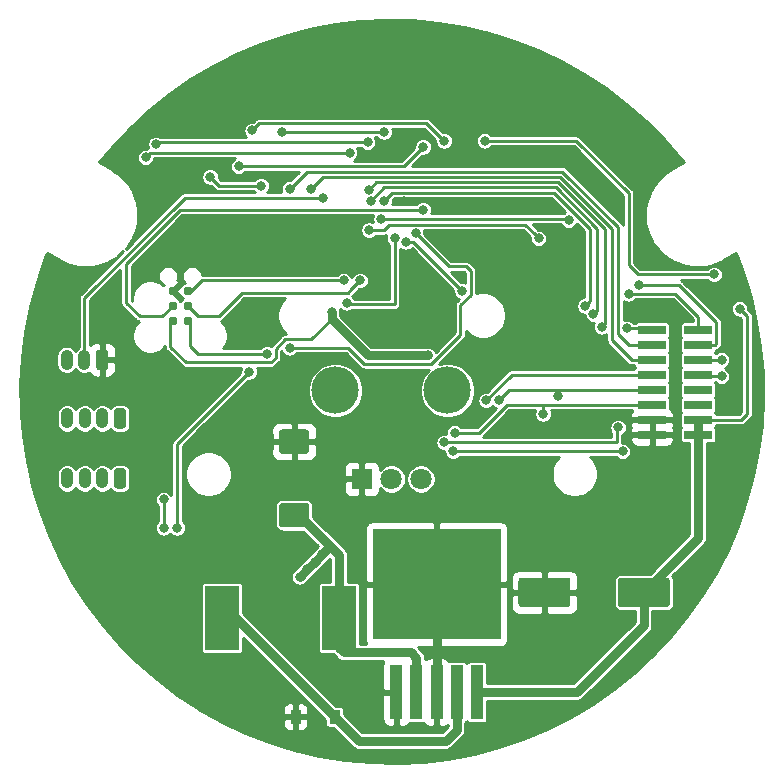
<source format=gbr>
%TF.GenerationSoftware,KiCad,Pcbnew,(5.1.9)-1*%
%TF.CreationDate,2024-04-03T16:53:24+03:00*%
%TF.ProjectId,jantteri_left,6a616e74-7465-4726-995f-6c6566742e6b,rev?*%
%TF.SameCoordinates,Original*%
%TF.FileFunction,Copper,L2,Bot*%
%TF.FilePolarity,Positive*%
%FSLAX46Y46*%
G04 Gerber Fmt 4.6, Leading zero omitted, Abs format (unit mm)*
G04 Created by KiCad (PCBNEW (5.1.9)-1) date 2024-04-03 16:53:24*
%MOMM*%
%LPD*%
G01*
G04 APERTURE LIST*
%TA.AperFunction,ComponentPad*%
%ADD10O,1.030000X1.730000*%
%TD*%
%TA.AperFunction,ConnectorPad*%
%ADD11C,0.787400*%
%TD*%
%TA.AperFunction,SMDPad,CuDef*%
%ADD12R,0.900000X1.200000*%
%TD*%
%TA.AperFunction,SMDPad,CuDef*%
%ADD13R,2.400000X0.740000*%
%TD*%
%TA.AperFunction,SMDPad,CuDef*%
%ADD14R,2.900000X5.400000*%
%TD*%
%TA.AperFunction,ComponentPad*%
%ADD15O,4.000000X4.000000*%
%TD*%
%TA.AperFunction,ComponentPad*%
%ADD16C,1.800000*%
%TD*%
%TA.AperFunction,ComponentPad*%
%ADD17R,1.800000X1.800000*%
%TD*%
%TA.AperFunction,SMDPad,CuDef*%
%ADD18R,1.100000X4.600000*%
%TD*%
%TA.AperFunction,SMDPad,CuDef*%
%ADD19R,10.800000X9.400000*%
%TD*%
%TA.AperFunction,ViaPad*%
%ADD20C,0.800000*%
%TD*%
%TA.AperFunction,Conductor*%
%ADD21C,0.250000*%
%TD*%
%TA.AperFunction,Conductor*%
%ADD22C,0.800000*%
%TD*%
%TA.AperFunction,Conductor*%
%ADD23C,0.254000*%
%TD*%
%TA.AperFunction,Conductor*%
%ADD24C,0.100000*%
%TD*%
G04 APERTURE END LIST*
%TO.P,J5,1*%
%TO.N,/STM32L151C8T6A/PA2*%
%TA.AperFunction,ComponentPad*%
G36*
G01*
X138058999Y-75277392D02*
X138058999Y-76507394D01*
G75*
G02*
X137809000Y-76757393I-249999J0D01*
G01*
X137278998Y-76757393D01*
G75*
G02*
X137028999Y-76507394I0J249999D01*
G01*
X137028999Y-75277392D01*
G75*
G02*
X137278998Y-75027393I249999J0D01*
G01*
X137809000Y-75027393D01*
G75*
G02*
X138058999Y-75277392I0J-249999D01*
G01*
G37*
%TD.AperFunction*%
D10*
%TO.P,J5,2*%
%TO.N,/STM32L151C8T6A/PA3*%
X136043999Y-75892393D03*
%TO.P,J5,3*%
%TO.N,+5V*%
X134543999Y-75892393D03*
%TO.P,J5,4*%
%TO.N,PERIPHERAL_GND*%
X133043999Y-75892393D03*
%TD*%
%TO.P,J4,4*%
%TO.N,PERIPHERAL_GND*%
X133043999Y-70812393D03*
%TO.P,J4,3*%
%TO.N,+5V*%
X134543999Y-70812393D03*
%TO.P,J4,2*%
%TO.N,/STM32L151C8T6A/PB11*%
X136043999Y-70812393D03*
%TO.P,J4,1*%
%TO.N,/STM32L151C8T6A/PB10*%
%TA.AperFunction,ComponentPad*%
G36*
G01*
X138058999Y-70197392D02*
X138058999Y-71427394D01*
G75*
G02*
X137809000Y-71677393I-249999J0D01*
G01*
X137278998Y-71677393D01*
G75*
G02*
X137028999Y-71427394I0J249999D01*
G01*
X137028999Y-70197392D01*
G75*
G02*
X137278998Y-69947393I249999J0D01*
G01*
X137809000Y-69947393D01*
G75*
G02*
X138058999Y-70197392I0J-249999D01*
G01*
G37*
%TD.AperFunction*%
%TD*%
D11*
%TO.P,J3,1*%
%TO.N,+3V3*%
X141988999Y-62557393D03*
%TO.P,J3,2*%
%TO.N,/STM32L151C8T6A/SWDIO*%
X143258999Y-62557393D03*
%TO.P,J3,3*%
%TO.N,/STM32L151C8T6A/NRST*%
X141988999Y-61287393D03*
%TO.P,J3,4*%
%TO.N,/STM32L151C8T6A/SWCLK*%
X143258999Y-61287393D03*
%TO.P,J3,5*%
%TO.N,GND*%
X141988999Y-60017393D03*
%TO.P,J3,6*%
%TO.N,/STM32L151C8T6A/SWO*%
X143258999Y-60017393D03*
%TD*%
%TO.P,C15,1*%
%TO.N,V_SYSTEM_IN*%
%TA.AperFunction,SMDPad,CuDef*%
G36*
G01*
X184075999Y-84544393D02*
X184075999Y-86544393D01*
G75*
G02*
X183825999Y-86794393I-250000J0D01*
G01*
X179925999Y-86794393D01*
G75*
G02*
X179675999Y-86544393I0J250000D01*
G01*
X179675999Y-84544393D01*
G75*
G02*
X179925999Y-84294393I250000J0D01*
G01*
X183825999Y-84294393D01*
G75*
G02*
X184075999Y-84544393I0J-250000D01*
G01*
G37*
%TD.AperFunction*%
%TO.P,C15,2*%
%TO.N,GND*%
%TA.AperFunction,SMDPad,CuDef*%
G36*
G01*
X175675999Y-84544393D02*
X175675999Y-86544393D01*
G75*
G02*
X175425999Y-86794393I-250000J0D01*
G01*
X171525999Y-86794393D01*
G75*
G02*
X171275999Y-86544393I0J250000D01*
G01*
X171275999Y-84544393D01*
G75*
G02*
X171525999Y-84294393I250000J0D01*
G01*
X175425999Y-84294393D01*
G75*
G02*
X175675999Y-84544393I0J-250000D01*
G01*
G37*
%TD.AperFunction*%
%TD*%
%TO.P,C16,1*%
%TO.N,/Sheet65FF0824/5V*%
%TA.AperFunction,SMDPad,CuDef*%
G36*
G01*
X153300999Y-80042393D02*
X151250999Y-80042393D01*
G75*
G02*
X151000999Y-79792393I0J250000D01*
G01*
X151000999Y-78217393D01*
G75*
G02*
X151250999Y-77967393I250000J0D01*
G01*
X153300999Y-77967393D01*
G75*
G02*
X153550999Y-78217393I0J-250000D01*
G01*
X153550999Y-79792393D01*
G75*
G02*
X153300999Y-80042393I-250000J0D01*
G01*
G37*
%TD.AperFunction*%
%TO.P,C16,2*%
%TO.N,GND*%
%TA.AperFunction,SMDPad,CuDef*%
G36*
G01*
X153300999Y-73817393D02*
X151250999Y-73817393D01*
G75*
G02*
X151000999Y-73567393I0J250000D01*
G01*
X151000999Y-71992393D01*
G75*
G02*
X151250999Y-71742393I250000J0D01*
G01*
X153300999Y-71742393D01*
G75*
G02*
X153550999Y-71992393I0J-250000D01*
G01*
X153550999Y-73567393D01*
G75*
G02*
X153300999Y-73817393I-250000J0D01*
G01*
G37*
%TD.AperFunction*%
%TD*%
D12*
%TO.P,D2,1*%
%TO.N,Net-(D2-Pad1)*%
X155703999Y-96085393D03*
%TO.P,D2,2*%
%TO.N,GND*%
X152403999Y-96085393D03*
%TD*%
D13*
%TO.P,J1,1*%
%TO.N,GND*%
X182583999Y-72209393D03*
%TO.P,J1,2*%
%TO.N,V_SYSTEM_IN*%
X186483999Y-72209393D03*
%TO.P,J1,3*%
%TO.N,GND*%
X182583999Y-70939393D03*
%TO.P,J1,4*%
%TO.N,V_SYSTEM_IN*%
X186483999Y-70939393D03*
%TO.P,J1,5*%
%TO.N,SCL_IN*%
X182583999Y-69669393D03*
%TO.P,J1,6*%
%TO.N,Net-(J1-Pad6)*%
X186483999Y-69669393D03*
%TO.P,J1,7*%
%TO.N,SDA_IN*%
X182583999Y-68399393D03*
%TO.P,J1,8*%
%TO.N,Net-(J1-Pad8)*%
X186483999Y-68399393D03*
%TO.P,J1,9*%
%TO.N,MOTOR_B_OUT*%
X182583999Y-67129393D03*
%TO.P,J1,10*%
%TO.N,STAT1_IN*%
X186483999Y-67129393D03*
%TO.P,J1,11*%
%TO.N,MOTOR_A_OUT*%
X182583999Y-65859393D03*
%TO.P,J1,12*%
%TO.N,STAT2_IN*%
X186483999Y-65859393D03*
%TO.P,J1,13*%
%TO.N,DRV_n_FAULT_OUT*%
X182583999Y-64589393D03*
%TO.P,J1,14*%
%TO.N,TXD_IN*%
X186483999Y-64589393D03*
%TO.P,J1,15*%
%TO.N,DRV_SLEEP_OUT*%
X182583999Y-63319393D03*
%TO.P,J1,16*%
%TO.N,RXD_IN*%
X186483999Y-63319393D03*
%TD*%
%TO.P,J2,1*%
%TO.N,GND*%
%TA.AperFunction,ComponentPad*%
G36*
G01*
X136534999Y-65244392D02*
X136534999Y-66474394D01*
G75*
G02*
X136285000Y-66724393I-249999J0D01*
G01*
X135754998Y-66724393D01*
G75*
G02*
X135504999Y-66474394I0J249999D01*
G01*
X135504999Y-65244392D01*
G75*
G02*
X135754998Y-64994393I249999J0D01*
G01*
X136285000Y-64994393D01*
G75*
G02*
X136534999Y-65244392I0J-249999D01*
G01*
G37*
%TD.AperFunction*%
D10*
%TO.P,J2,2*%
%TO.N,LED*%
X134519999Y-65859393D03*
%TO.P,J2,3*%
%TO.N,+5V*%
X133019999Y-65859393D03*
%TD*%
D14*
%TO.P,L1,1*%
%TO.N,Net-(D2-Pad1)*%
X146185999Y-87703393D03*
%TO.P,L1,2*%
%TO.N,/Sheet65FF0824/5V*%
X156085999Y-87703393D03*
%TD*%
D15*
%TO.P,RV1,*%
%TO.N,*%
X165266399Y-68443193D03*
X155766399Y-68443193D03*
D16*
%TO.P,RV1,3*%
%TO.N,+3V3*%
X163016399Y-75943193D03*
%TO.P,RV1,2*%
%TO.N,Net-(R5-Pad2)*%
X160516399Y-75943193D03*
D17*
%TO.P,RV1,1*%
%TO.N,GND*%
X158016399Y-75943193D03*
%TD*%
D18*
%TO.P,U3,1*%
%TO.N,V_SYSTEM_IN*%
X167740999Y-93986393D03*
%TO.P,U3,2*%
%TO.N,Net-(D2-Pad1)*%
X166040999Y-93986393D03*
%TO.P,U3,3*%
%TO.N,GND*%
X164340999Y-93986393D03*
%TO.P,U3,4*%
%TO.N,/Sheet65FF0824/5V*%
X162640999Y-93986393D03*
%TO.P,U3,5*%
%TO.N,GND*%
X160940999Y-93986393D03*
D19*
%TO.P,U3,3*%
X164340999Y-84836393D03*
%TD*%
D20*
%TO.N,/STM32L151C8T6A/BOOT0*%
X161743188Y-55870029D03*
X166499999Y-60017393D03*
%TO.N,/STM32L151C8T6A/BOOT1*%
X159895999Y-46555393D03*
X151259999Y-46555393D03*
%TO.N,/STM32L151C8T6A/NRST*%
X163197999Y-53159393D03*
%TO.N,/STM32L151C8T6A/PA0*%
X160784999Y-55572393D03*
X156720999Y-61033393D03*
%TO.N,/STM32L151C8T6A/PA2*%
X164975999Y-47317393D03*
X148719999Y-46428393D03*
%TO.N,/STM32L151C8T6A/PA3*%
X163197999Y-47825393D03*
X147576999Y-49476393D03*
%TO.N,/STM32L151C8T6A/PB10*%
X158498999Y-47444393D03*
X140591999Y-47608393D03*
%TO.N,/STM32L151C8T6A/SWDIO*%
X149989999Y-65351393D03*
%TO.N,/STM32L151C8T6A/SWCLK*%
X157863999Y-59128393D03*
%TO.N,/STM32L151C8T6A/SWO*%
X156466999Y-59128393D03*
%TO.N,GND*%
X161546999Y-52434393D03*
X172722999Y-57096393D03*
X156339999Y-57604393D03*
X161292999Y-45031393D03*
X171071999Y-44777393D03*
X153926999Y-75765393D03*
X151259999Y-75765393D03*
X168277999Y-40332393D03*
%TO.N,+3V3*%
X163578999Y-65478393D03*
X155450999Y-61795393D03*
%TO.N,GND*%
X173484999Y-52778393D03*
X144909999Y-55699393D03*
X164975999Y-48714393D03*
X171325999Y-49095393D03*
X177802999Y-51381393D03*
X179834999Y-53413393D03*
X165737999Y-57096393D03*
X143893999Y-88211393D03*
X162689999Y-63954393D03*
X165356999Y-60906393D03*
X166372999Y-58747393D03*
X171833999Y-63319393D03*
X177802999Y-65605393D03*
X182374999Y-77035393D03*
X184660999Y-74241393D03*
X188089999Y-74622393D03*
X189613999Y-59509393D03*
X183771999Y-48841393D03*
X173230999Y-41094393D03*
X160022999Y-38046393D03*
X157609999Y-42364393D03*
X147449999Y-41729393D03*
X143004999Y-45031393D03*
X141861999Y-51508393D03*
X132082999Y-61668393D03*
X130558999Y-68272393D03*
X130939999Y-77416393D03*
X133606999Y-82750393D03*
X139448999Y-87068393D03*
X148846999Y-94053393D03*
X152529999Y-88084393D03*
X158117999Y-93799393D03*
X170309999Y-95958393D03*
X173230999Y-89989393D03*
X173738999Y-78686393D03*
X168912999Y-78178393D03*
X158371999Y-71574393D03*
X162308999Y-67510393D03*
X169420999Y-65097393D03*
X150624999Y-54683393D03*
X150878999Y-63700393D03*
X144274999Y-67764393D03*
X139702999Y-76273393D03*
X151386999Y-81607393D03*
X156847999Y-79956393D03*
X145290999Y-79956393D03*
X148084999Y-83512393D03*
X148465999Y-87068393D03*
X179199999Y-82242393D03*
X178818999Y-85417393D03*
X185549999Y-86179393D03*
X182120999Y-90497393D03*
X175643999Y-92529393D03*
X173738999Y-96085393D03*
X177675999Y-71320393D03*
X175516999Y-71320393D03*
X182755999Y-61795393D03*
X174881999Y-57223393D03*
X179072999Y-46555393D03*
X140210999Y-67256393D03*
X138686999Y-73352393D03*
X147957999Y-73098393D03*
X148084999Y-76527393D03*
X143893999Y-82623393D03*
X145925999Y-91513393D03*
X141734999Y-91132393D03*
X168785999Y-90624393D03*
%TO.N,V_SYSTEM_IN*%
X189994999Y-61541393D03*
%TO.N,/Sheet65FF0824/5V*%
X154647999Y-82328393D03*
X154012999Y-82963393D03*
X153377999Y-83598393D03*
X152742999Y-84233393D03*
%TO.N,/Sheet66006220/SW_B*%
X142369999Y-80083393D03*
X148465999Y-66875393D03*
X149481999Y-51127393D03*
X145163999Y-50365393D03*
%TO.N,SCL_IN*%
X165864999Y-72045393D03*
X173357999Y-70431393D03*
%TO.N,SDA_IN*%
X169616152Y-69229546D03*
X174627999Y-68944393D03*
%TO.N,MOTOR_B_OUT*%
X168531999Y-69288393D03*
%TO.N,STAT1_IN*%
X165737999Y-73606393D03*
X180088999Y-73606393D03*
X188470999Y-67256393D03*
%TO.N,MOTOR_A_OUT*%
X153672999Y-51388393D03*
%TO.N,STAT2_IN*%
X164975999Y-72844393D03*
X179707999Y-71574393D03*
X188470999Y-65859393D03*
%TO.N,DRV_n_FAULT_OUT*%
X151894999Y-51381393D03*
%TO.N,TXD_IN*%
X158748346Y-52434393D03*
X177621107Y-61994501D03*
X181454494Y-59546393D03*
%TO.N,DRV_SLEEP_OUT*%
X158617360Y-51443007D03*
X178310999Y-63065393D03*
X180469999Y-63192393D03*
%TO.N,RXD_IN*%
X159895999Y-52397393D03*
X176913999Y-61287393D03*
X180596999Y-60271393D03*
%TO.N,LED*%
X154688999Y-52143393D03*
%TO.N,PERIPHERAL_EN*%
X162562999Y-55154393D03*
X141226999Y-80083393D03*
X141226999Y-77670393D03*
X151894999Y-64843393D03*
%TO.N,VIN_MEAS*%
X168404999Y-47317393D03*
X187835999Y-58620393D03*
%TO.N,FLASH_DO*%
X175516999Y-54048393D03*
X159641999Y-53921393D03*
%TO.N,FLASH_CS*%
X172976999Y-55572393D03*
X158625999Y-54888393D03*
%TO.N,/STM32L151C8T6A/PB11*%
X156974999Y-48333393D03*
X139702999Y-48714393D03*
%TD*%
D21*
%TO.N,/STM32L151C8T6A/BOOT0*%
X161743188Y-55870029D02*
X161743188Y-55952584D01*
X162352635Y-55870029D02*
X166499999Y-60017393D01*
X161743188Y-55870029D02*
X162352635Y-55870029D01*
%TO.N,/STM32L151C8T6A/BOOT1*%
X159895999Y-46555393D02*
X151259999Y-46555393D01*
%TO.N,/STM32L151C8T6A/NRST*%
X141111548Y-62164844D02*
X141988999Y-61287393D01*
X139207924Y-62164844D02*
X141111548Y-62164844D01*
X138051999Y-61008919D02*
X139207924Y-62164844D01*
X142623999Y-53159393D02*
X138051999Y-57731393D01*
X138051999Y-57731393D02*
X138051999Y-61008919D01*
X163197999Y-53159393D02*
X142623999Y-53159393D01*
%TO.N,/STM32L151C8T6A/PA0*%
X160784999Y-61160393D02*
X160784999Y-55572393D01*
X156847999Y-61160393D02*
X156720999Y-61033393D01*
X160784999Y-61160393D02*
X156847999Y-61160393D01*
%TO.N,/STM32L151C8T6A/PA2*%
X149318000Y-45830392D02*
X148719999Y-46428393D01*
X163488998Y-45830392D02*
X149318000Y-45830392D01*
X164975999Y-47317393D02*
X163488998Y-45830392D01*
%TO.N,/STM32L151C8T6A/PA3*%
X147594046Y-49459346D02*
X147576999Y-49476393D01*
X161564046Y-49459346D02*
X147594046Y-49459346D01*
X163197999Y-47825393D02*
X161564046Y-49459346D01*
%TO.N,/STM32L151C8T6A/PB10*%
X140755999Y-47444393D02*
X140591999Y-47608393D01*
X158498999Y-47444393D02*
X140755999Y-47444393D01*
%TO.N,/STM32L151C8T6A/SWDIO*%
X145889976Y-65339844D02*
X144136450Y-65339844D01*
X143444300Y-62742694D02*
X143258999Y-62557393D01*
X143444300Y-64647694D02*
X143444300Y-62742694D01*
X144136450Y-65339844D02*
X143444300Y-64647694D01*
X145901525Y-65351393D02*
X145889976Y-65339844D01*
X149989999Y-65351393D02*
X145901525Y-65351393D01*
%TO.N,/STM32L151C8T6A/SWCLK*%
X157138998Y-59853394D02*
X157863999Y-59128393D01*
X156817121Y-60175271D02*
X157138998Y-59853394D01*
X147879549Y-60175271D02*
X156817121Y-60175271D01*
X145889976Y-62164844D02*
X147879549Y-60175271D01*
X144136450Y-62164844D02*
X145889976Y-62164844D01*
X143258999Y-61287393D02*
X144136450Y-62164844D01*
%TO.N,/STM32L151C8T6A/SWO*%
X143584045Y-60017393D02*
X143258999Y-60017393D01*
X144473045Y-59128393D02*
X143584045Y-60017393D01*
X156466999Y-59128393D02*
X144473045Y-59128393D01*
D22*
%TO.N,+3V3*%
X163578999Y-65478393D02*
X158498999Y-65478393D01*
X155450999Y-62430393D02*
X155450999Y-61795393D01*
X158498999Y-65478393D02*
X155450999Y-62430393D01*
%TO.N,Net-(D2-Pad1)*%
X166040999Y-93986393D02*
X166040999Y-97179393D01*
X166040999Y-97179393D02*
X165102999Y-98117393D01*
X157735999Y-98117393D02*
X155703999Y-96085393D01*
X165102999Y-98117393D02*
X157735999Y-98117393D01*
X147321999Y-87703393D02*
X155703999Y-96085393D01*
X146185999Y-87703393D02*
X147321999Y-87703393D01*
%TO.N,GND*%
X164340999Y-93986393D02*
X164340999Y-84836393D01*
D21*
%TO.N,+3V3*%
X143119474Y-66076394D02*
X141803698Y-64760618D01*
X150338000Y-66076394D02*
X143119474Y-66076394D01*
X141803698Y-64760618D02*
X141803698Y-62742694D01*
X150715000Y-64950390D02*
X150715000Y-65699394D01*
X151546998Y-64118392D02*
X150715000Y-64950390D01*
X153693685Y-64118392D02*
X151546998Y-64118392D01*
X141803698Y-62742694D02*
X141988999Y-62557393D01*
X150715000Y-65699394D02*
X150338000Y-66076394D01*
X155450999Y-62361078D02*
X153693685Y-64118392D01*
X155450999Y-61795393D02*
X155450999Y-62361078D01*
D22*
%TO.N,V_SYSTEM_IN*%
X167740999Y-93986393D02*
X176218999Y-93986393D01*
X181875999Y-88329393D02*
X181875999Y-85544393D01*
X176218999Y-93986393D02*
X181875999Y-88329393D01*
X186483999Y-72209393D02*
X186483999Y-70939393D01*
X186483999Y-80936393D02*
X181875999Y-85544393D01*
X186483999Y-72209393D02*
X186483999Y-80936393D01*
D21*
X189994999Y-61541393D02*
X190629999Y-62176393D01*
X190629999Y-62176393D02*
X190629999Y-70431393D01*
X190121999Y-70939393D02*
X186483999Y-70939393D01*
X190629999Y-70431393D02*
X190121999Y-70939393D01*
D22*
%TO.N,/Sheet65FF0824/5V*%
X156466999Y-90624393D02*
X156085999Y-90243393D01*
X156085999Y-90243393D02*
X156085999Y-87703393D01*
X162181999Y-90624393D02*
X156466999Y-90624393D01*
X162640999Y-91083393D02*
X162181999Y-90624393D01*
X162640999Y-93986393D02*
X162640999Y-91083393D01*
X152275999Y-79004893D02*
X152721499Y-79004893D01*
X156085999Y-82369393D02*
X156085999Y-87703393D01*
X155323999Y-81652393D02*
X154647999Y-82328393D01*
X155323999Y-81607393D02*
X155323999Y-81652393D01*
X152721499Y-79004893D02*
X155323999Y-81607393D01*
X155323999Y-81607393D02*
X156085999Y-82369393D01*
X154647999Y-82328393D02*
X154012999Y-82963393D01*
X154012999Y-82963393D02*
X153377999Y-83598393D01*
X153377999Y-83598393D02*
X152742999Y-84233393D01*
D21*
%TO.N,/Sheet66006220/SW_B*%
X142369999Y-72971393D02*
X148465999Y-66875393D01*
X142369999Y-80083393D02*
X142369999Y-72971393D01*
X145925999Y-51127393D02*
X145163999Y-50365393D01*
X149481999Y-51127393D02*
X145925999Y-51127393D01*
%TO.N,SCL_IN*%
X165864999Y-72045393D02*
X167933999Y-72045393D01*
X167933999Y-72045393D02*
X170309999Y-69669393D01*
X173357999Y-70431393D02*
X173357999Y-69669393D01*
X173357999Y-69669393D02*
X182583999Y-69669393D01*
X170309999Y-69669393D02*
X173357999Y-69669393D01*
%TO.N,SDA_IN*%
X169616152Y-69229546D02*
X170446305Y-68399393D01*
X174627999Y-68944393D02*
X174627999Y-68399393D01*
X174627999Y-68399393D02*
X182583999Y-68399393D01*
X170446305Y-68399393D02*
X174627999Y-68399393D01*
%TO.N,MOTOR_B_OUT*%
X170690999Y-67129393D02*
X182583999Y-67129393D01*
X168531999Y-69288393D02*
X170690999Y-67129393D01*
%TO.N,STAT1_IN*%
X175816332Y-73601880D02*
X179195486Y-73601880D01*
X175811819Y-73606393D02*
X175816332Y-73601880D01*
X165737999Y-73606393D02*
X175811819Y-73606393D01*
X179464435Y-73606393D02*
X180088999Y-73606393D01*
X179459922Y-73601880D02*
X179464435Y-73606393D01*
X179195486Y-73601880D02*
X179459922Y-73601880D01*
X186610999Y-67256393D02*
X186483999Y-67129393D01*
X188470999Y-67256393D02*
X186610999Y-67256393D01*
%TO.N,MOTOR_A_OUT*%
X174810203Y-50359365D02*
X154702027Y-50359365D01*
X179199999Y-64208393D02*
X179199999Y-54749161D01*
X179199999Y-54749161D02*
X174810203Y-50359365D01*
X180850999Y-65859393D02*
X179199999Y-64208393D01*
X154702027Y-50359365D02*
X153672999Y-51388393D01*
X182583999Y-65859393D02*
X180850999Y-65859393D01*
%TO.N,STAT2_IN*%
X164975999Y-72844393D02*
X179580999Y-72844393D01*
X179580999Y-71701393D02*
X179707999Y-71574393D01*
X179580999Y-72844393D02*
X179580999Y-71701393D01*
X188470999Y-65859393D02*
X186483999Y-65859393D01*
%TO.N,DRV_n_FAULT_OUT*%
X153367036Y-49909356D02*
X151894999Y-51381393D01*
X174996604Y-49909356D02*
X153367036Y-49909356D01*
X179707999Y-54620751D02*
X174996604Y-49909356D01*
X180596999Y-64589393D02*
X179707999Y-63700393D01*
X179707999Y-63700393D02*
X179707999Y-54620751D01*
X182583999Y-64589393D02*
X180596999Y-64589393D01*
%TO.N,TXD_IN*%
X174437401Y-51259383D02*
X177929999Y-54751981D01*
X159923356Y-51259383D02*
X174437401Y-51259383D01*
X158748346Y-52434393D02*
X159923356Y-51259383D01*
X177929999Y-54751981D02*
X177929999Y-60779393D01*
X177929999Y-61685609D02*
X177621107Y-61994501D01*
X177929999Y-60779393D02*
X177929999Y-61685609D01*
X187933999Y-64589393D02*
X186483999Y-64589393D01*
X188009000Y-64514392D02*
X187933999Y-64589393D01*
X188009000Y-62689392D02*
X188009000Y-64514392D01*
X184866001Y-59546393D02*
X188009000Y-62689392D01*
X181454494Y-59546393D02*
X184866001Y-59546393D01*
%TO.N,DRV_SLEEP_OUT*%
X174623802Y-50809374D02*
X178564999Y-54750571D01*
X159250995Y-50809373D02*
X174623802Y-50809374D01*
X158617360Y-51443007D02*
X159250995Y-50809373D01*
X178564999Y-54750571D02*
X178564999Y-60779393D01*
X178564999Y-62811393D02*
X178310999Y-63065393D01*
X178564999Y-60779393D02*
X178564999Y-62811393D01*
X182456999Y-63192393D02*
X182583999Y-63319393D01*
X180469999Y-63192393D02*
X182456999Y-63192393D01*
%TO.N,RXD_IN*%
X174251000Y-51709392D02*
X177294999Y-54753391D01*
X160584000Y-51709392D02*
X174251000Y-51709392D01*
X159895999Y-52397393D02*
X160584000Y-51709392D01*
X177294999Y-54753391D02*
X177294999Y-60779393D01*
X177294999Y-60906393D02*
X176913999Y-61287393D01*
X177294999Y-60779393D02*
X177294999Y-60906393D01*
X180596999Y-60271393D02*
X184533999Y-60271393D01*
X186483999Y-62221393D02*
X186483999Y-63319393D01*
X184533999Y-60271393D02*
X186483999Y-62221393D01*
%TO.N,LED*%
X134519999Y-60626983D02*
X134519999Y-65859393D01*
X143003589Y-52143393D02*
X134519999Y-60626983D01*
X154688999Y-52143393D02*
X143003589Y-52143393D01*
%TO.N,PERIPHERAL_EN*%
X162562999Y-55154393D02*
X165356999Y-57948393D01*
X165356999Y-57948393D02*
X166851744Y-57948393D01*
X141226999Y-80083393D02*
X141226999Y-77670393D01*
X167225000Y-60365394D02*
X167225000Y-58321650D01*
X166349182Y-61241212D02*
X167225000Y-60365394D01*
X166349182Y-63733528D02*
X166349182Y-61241212D01*
X167225000Y-58321650D02*
X167075371Y-58172021D01*
X163879307Y-66203403D02*
X166349182Y-63733528D01*
X158198691Y-66203403D02*
X163879307Y-66203403D01*
X156838681Y-64843393D02*
X158198691Y-66203403D01*
X151894999Y-64843393D02*
X156838681Y-64843393D01*
X166851744Y-57948393D02*
X167075371Y-58172021D01*
%TO.N,VIN_MEAS*%
X168404999Y-47317393D02*
X176151999Y-47317393D01*
X180596999Y-51762393D02*
X180596999Y-57731393D01*
X176151999Y-47317393D02*
X180596999Y-51762393D01*
X180596999Y-57731393D02*
X180596999Y-57858393D01*
X181358999Y-58620393D02*
X187835999Y-58620393D01*
X180596999Y-57858393D02*
X181358999Y-58620393D01*
%TO.N,FLASH_DO*%
X175389999Y-53921393D02*
X175516999Y-54048393D01*
X159641999Y-53921393D02*
X175389999Y-53921393D01*
%TO.N,FLASH_CS*%
X172549634Y-55145028D02*
X172976999Y-55572393D01*
X158625999Y-54888393D02*
X159887009Y-54888393D01*
X159887009Y-54888393D02*
X160346009Y-54429393D01*
X171833999Y-54429393D02*
X172549634Y-55145028D01*
X160346009Y-54429393D02*
X171833999Y-54429393D01*
%TO.N,/STM32L151C8T6A/PB11*%
X140083999Y-48333393D02*
X139702999Y-48714393D01*
X156974999Y-48333393D02*
X140083999Y-48333393D01*
%TD*%
D23*
%TO.N,GND*%
X162288585Y-37122812D02*
X164474911Y-37321914D01*
X166642024Y-37673041D01*
X168779352Y-38174479D01*
X170876513Y-38823796D01*
X172923259Y-39617815D01*
X174909626Y-40552671D01*
X176825946Y-41623815D01*
X178662882Y-42826027D01*
X180411486Y-44153453D01*
X182063221Y-45599610D01*
X183610070Y-47157480D01*
X185047532Y-48822994D01*
X185270340Y-49108175D01*
X184182649Y-49736154D01*
X184181383Y-49737061D01*
X184150788Y-49755011D01*
X184134355Y-49766951D01*
X184116779Y-49777098D01*
X184111729Y-49780766D01*
X183483377Y-50244026D01*
X183453264Y-50271140D01*
X183422786Y-50297822D01*
X183418545Y-50302401D01*
X182892142Y-50878886D01*
X182867855Y-50911351D01*
X182843154Y-50943426D01*
X182839887Y-50948736D01*
X182839884Y-50948741D01*
X182839884Y-50948742D01*
X182435480Y-51616493D01*
X182417974Y-51653030D01*
X182399961Y-51689318D01*
X182397788Y-51695163D01*
X182397785Y-51695169D01*
X182397783Y-51695175D01*
X182130783Y-52428751D01*
X182120712Y-52467976D01*
X182110085Y-52507088D01*
X182109087Y-52513249D01*
X181989657Y-53284724D01*
X181987394Y-53325203D01*
X181984570Y-53365589D01*
X181984787Y-53371826D01*
X182017477Y-54151804D01*
X182023121Y-54191962D01*
X182028194Y-54232118D01*
X182029618Y-54238195D01*
X182213185Y-54996969D01*
X182226525Y-55035278D01*
X182239298Y-55073672D01*
X182241872Y-55079347D01*
X182241875Y-55079356D01*
X182241880Y-55079364D01*
X182569327Y-55788024D01*
X182589833Y-55822976D01*
X182609840Y-55858194D01*
X182613472Y-55863269D01*
X183072334Y-56494839D01*
X183099228Y-56525130D01*
X183125705Y-56555804D01*
X183130255Y-56560076D01*
X183703050Y-57090491D01*
X183735355Y-57115012D01*
X183767247Y-57139928D01*
X183772534Y-57143232D01*
X183772539Y-57143236D01*
X183772544Y-57143238D01*
X184437452Y-57552292D01*
X184473881Y-57570060D01*
X184510027Y-57588318D01*
X184515861Y-57590535D01*
X185247563Y-57862653D01*
X185286741Y-57873004D01*
X185325755Y-57883897D01*
X185331908Y-57884938D01*
X186102529Y-58009751D01*
X186142974Y-58012296D01*
X186183357Y-58015403D01*
X186189596Y-58015229D01*
X186969783Y-57987985D01*
X187009978Y-57982622D01*
X187050170Y-57977829D01*
X187056256Y-57976447D01*
X187816294Y-57798181D01*
X187854638Y-57785127D01*
X187893177Y-57772605D01*
X187898879Y-57770067D01*
X188609816Y-57447572D01*
X188609843Y-57447556D01*
X188629648Y-57438583D01*
X189707780Y-56816124D01*
X190306298Y-58392016D01*
X190940703Y-60493714D01*
X191426961Y-62634569D01*
X191762690Y-64804099D01*
X191946266Y-66991794D01*
X191976789Y-69186944D01*
X191854110Y-71378892D01*
X191578830Y-73556923D01*
X191152287Y-75710455D01*
X190576562Y-77828981D01*
X189854450Y-79902211D01*
X188989486Y-81919993D01*
X187985870Y-83872535D01*
X186848500Y-85750306D01*
X185582910Y-87544168D01*
X184195279Y-89245367D01*
X182692345Y-90845640D01*
X181081455Y-92337164D01*
X179370437Y-93712692D01*
X177567639Y-94965511D01*
X175681841Y-96089521D01*
X173722219Y-97079252D01*
X171698350Y-97929867D01*
X169620057Y-98637239D01*
X167497485Y-99197912D01*
X165340993Y-99609153D01*
X163161046Y-99868966D01*
X160968280Y-99976080D01*
X158773412Y-99929974D01*
X156587088Y-99730873D01*
X154419977Y-99379747D01*
X152282639Y-98878305D01*
X150185485Y-98228991D01*
X148138739Y-97434972D01*
X146546048Y-96685393D01*
X151315927Y-96685393D01*
X151328187Y-96809875D01*
X151364497Y-96929573D01*
X151423462Y-97039887D01*
X151502814Y-97136578D01*
X151599505Y-97215930D01*
X151709819Y-97274895D01*
X151829517Y-97311205D01*
X151953999Y-97323465D01*
X152118249Y-97320393D01*
X152276999Y-97161643D01*
X152276999Y-96212393D01*
X152530999Y-96212393D01*
X152530999Y-97161643D01*
X152689749Y-97320393D01*
X152853999Y-97323465D01*
X152978481Y-97311205D01*
X153098179Y-97274895D01*
X153208493Y-97215930D01*
X153305184Y-97136578D01*
X153384536Y-97039887D01*
X153443501Y-96929573D01*
X153479811Y-96809875D01*
X153492071Y-96685393D01*
X153488999Y-96371143D01*
X153330249Y-96212393D01*
X152530999Y-96212393D01*
X152276999Y-96212393D01*
X151477749Y-96212393D01*
X151318999Y-96371143D01*
X151315927Y-96685393D01*
X146546048Y-96685393D01*
X146152372Y-96500115D01*
X144336994Y-95485393D01*
X151315927Y-95485393D01*
X151318999Y-95799643D01*
X151477749Y-95958393D01*
X152276999Y-95958393D01*
X152276999Y-95009143D01*
X152530999Y-95009143D01*
X152530999Y-95958393D01*
X153330249Y-95958393D01*
X153488999Y-95799643D01*
X153492071Y-95485393D01*
X153479811Y-95360911D01*
X153443501Y-95241213D01*
X153384536Y-95130899D01*
X153305184Y-95034208D01*
X153208493Y-94954856D01*
X153098179Y-94895891D01*
X152978481Y-94859581D01*
X152853999Y-94847321D01*
X152689749Y-94850393D01*
X152530999Y-95009143D01*
X152276999Y-95009143D01*
X152118249Y-94850393D01*
X151953999Y-94847321D01*
X151829517Y-94859581D01*
X151709819Y-94895891D01*
X151599505Y-94954856D01*
X151502814Y-95034208D01*
X151423462Y-95130899D01*
X151364497Y-95241213D01*
X151328187Y-95360911D01*
X151315927Y-95485393D01*
X144336994Y-95485393D01*
X144236052Y-95428971D01*
X142399116Y-94226760D01*
X140650512Y-92899334D01*
X138998776Y-91453177D01*
X137451928Y-89895308D01*
X136017531Y-88233344D01*
X134702559Y-86475367D01*
X133513420Y-84629947D01*
X132455904Y-82706063D01*
X131535170Y-80713104D01*
X130755699Y-78660770D01*
X130121295Y-76559072D01*
X129880758Y-75500054D01*
X132181999Y-75500054D01*
X132181999Y-76284731D01*
X132194472Y-76411373D01*
X132243762Y-76573861D01*
X132323805Y-76723610D01*
X132431524Y-76854868D01*
X132562781Y-76962587D01*
X132712530Y-77042630D01*
X132875018Y-77091920D01*
X133043999Y-77108563D01*
X133212979Y-77091920D01*
X133375467Y-77042630D01*
X133525216Y-76962587D01*
X133656474Y-76854868D01*
X133764193Y-76723611D01*
X133793999Y-76667848D01*
X133823805Y-76723610D01*
X133931524Y-76854868D01*
X134062781Y-76962587D01*
X134212530Y-77042630D01*
X134375018Y-77091920D01*
X134543999Y-77108563D01*
X134712979Y-77091920D01*
X134875467Y-77042630D01*
X135025216Y-76962587D01*
X135156474Y-76854868D01*
X135264193Y-76723611D01*
X135293999Y-76667848D01*
X135323805Y-76723610D01*
X135431524Y-76854868D01*
X135562781Y-76962587D01*
X135712530Y-77042630D01*
X135875018Y-77091920D01*
X136043999Y-77108563D01*
X136212979Y-77091920D01*
X136375467Y-77042630D01*
X136525216Y-76962587D01*
X136656474Y-76854868D01*
X136736828Y-76756956D01*
X136781216Y-76840001D01*
X136855669Y-76930723D01*
X136946391Y-77005176D01*
X137049894Y-77060499D01*
X137162202Y-77094568D01*
X137278998Y-77106071D01*
X137809000Y-77106071D01*
X137925796Y-77094568D01*
X138038104Y-77060499D01*
X138141607Y-77005176D01*
X138232329Y-76930723D01*
X138306782Y-76840001D01*
X138362105Y-76736498D01*
X138396174Y-76624190D01*
X138407677Y-76507394D01*
X138407677Y-75277392D01*
X138396174Y-75160596D01*
X138362105Y-75048288D01*
X138306782Y-74944785D01*
X138232329Y-74854063D01*
X138141607Y-74779610D01*
X138038104Y-74724287D01*
X137925796Y-74690218D01*
X137809000Y-74678715D01*
X137278998Y-74678715D01*
X137162202Y-74690218D01*
X137049894Y-74724287D01*
X136946391Y-74779610D01*
X136855669Y-74854063D01*
X136781216Y-74944785D01*
X136736828Y-75027830D01*
X136656474Y-74929918D01*
X136525217Y-74822199D01*
X136375468Y-74742156D01*
X136212980Y-74692866D01*
X136043999Y-74676223D01*
X135875019Y-74692866D01*
X135712531Y-74742156D01*
X135562782Y-74822199D01*
X135431525Y-74929918D01*
X135323806Y-75061175D01*
X135294000Y-75116939D01*
X135264193Y-75061175D01*
X135156474Y-74929918D01*
X135025217Y-74822199D01*
X134875468Y-74742156D01*
X134712980Y-74692866D01*
X134543999Y-74676223D01*
X134375019Y-74692866D01*
X134212531Y-74742156D01*
X134062782Y-74822199D01*
X133931525Y-74929918D01*
X133823806Y-75061175D01*
X133794000Y-75116939D01*
X133764193Y-75061175D01*
X133656474Y-74929918D01*
X133525217Y-74822199D01*
X133375468Y-74742156D01*
X133212980Y-74692866D01*
X133043999Y-74676223D01*
X132875019Y-74692866D01*
X132712531Y-74742156D01*
X132562782Y-74822199D01*
X132431525Y-74929918D01*
X132323806Y-75061175D01*
X132243763Y-75210924D01*
X132194472Y-75373412D01*
X132181999Y-75500054D01*
X129880758Y-75500054D01*
X129635037Y-74418217D01*
X129299307Y-72248684D01*
X129145862Y-70420054D01*
X132181999Y-70420054D01*
X132181999Y-71204731D01*
X132194472Y-71331373D01*
X132243762Y-71493861D01*
X132323805Y-71643610D01*
X132431524Y-71774868D01*
X132562781Y-71882587D01*
X132712530Y-71962630D01*
X132875018Y-72011920D01*
X133043999Y-72028563D01*
X133212979Y-72011920D01*
X133375467Y-71962630D01*
X133525216Y-71882587D01*
X133656474Y-71774868D01*
X133764193Y-71643611D01*
X133793999Y-71587848D01*
X133823805Y-71643610D01*
X133931524Y-71774868D01*
X134062781Y-71882587D01*
X134212530Y-71962630D01*
X134375018Y-72011920D01*
X134543999Y-72028563D01*
X134712979Y-72011920D01*
X134875467Y-71962630D01*
X135025216Y-71882587D01*
X135156474Y-71774868D01*
X135264193Y-71643611D01*
X135293999Y-71587848D01*
X135323805Y-71643610D01*
X135431524Y-71774868D01*
X135562781Y-71882587D01*
X135712530Y-71962630D01*
X135875018Y-72011920D01*
X136043999Y-72028563D01*
X136212979Y-72011920D01*
X136375467Y-71962630D01*
X136525216Y-71882587D01*
X136656474Y-71774868D01*
X136736828Y-71676956D01*
X136781216Y-71760001D01*
X136855669Y-71850723D01*
X136946391Y-71925176D01*
X137049894Y-71980499D01*
X137162202Y-72014568D01*
X137278998Y-72026071D01*
X137809000Y-72026071D01*
X137925796Y-72014568D01*
X138038104Y-71980499D01*
X138141607Y-71925176D01*
X138232329Y-71850723D01*
X138306782Y-71760001D01*
X138362105Y-71656498D01*
X138396174Y-71544190D01*
X138407677Y-71427394D01*
X138407677Y-70197392D01*
X138396174Y-70080596D01*
X138362105Y-69968288D01*
X138306782Y-69864785D01*
X138232329Y-69774063D01*
X138141607Y-69699610D01*
X138038104Y-69644287D01*
X137925796Y-69610218D01*
X137809000Y-69598715D01*
X137278998Y-69598715D01*
X137162202Y-69610218D01*
X137049894Y-69644287D01*
X136946391Y-69699610D01*
X136855669Y-69774063D01*
X136781216Y-69864785D01*
X136736828Y-69947830D01*
X136656474Y-69849918D01*
X136525217Y-69742199D01*
X136375468Y-69662156D01*
X136212980Y-69612866D01*
X136043999Y-69596223D01*
X135875019Y-69612866D01*
X135712531Y-69662156D01*
X135562782Y-69742199D01*
X135431525Y-69849918D01*
X135323806Y-69981175D01*
X135294000Y-70036939D01*
X135264193Y-69981175D01*
X135156474Y-69849918D01*
X135025217Y-69742199D01*
X134875468Y-69662156D01*
X134712980Y-69612866D01*
X134543999Y-69596223D01*
X134375019Y-69612866D01*
X134212531Y-69662156D01*
X134062782Y-69742199D01*
X133931525Y-69849918D01*
X133823806Y-69981175D01*
X133794000Y-70036939D01*
X133764193Y-69981175D01*
X133656474Y-69849918D01*
X133525217Y-69742199D01*
X133375468Y-69662156D01*
X133212980Y-69612866D01*
X133043999Y-69596223D01*
X132875019Y-69612866D01*
X132712531Y-69662156D01*
X132562782Y-69742199D01*
X132431525Y-69849918D01*
X132323806Y-69981175D01*
X132243763Y-70130924D01*
X132194472Y-70293412D01*
X132181999Y-70420054D01*
X129145862Y-70420054D01*
X129115732Y-70060992D01*
X129085209Y-67865843D01*
X129207888Y-65673894D01*
X129483168Y-63495863D01*
X129909713Y-61342320D01*
X130485436Y-59223805D01*
X131209090Y-57146147D01*
X131344658Y-56810604D01*
X132432349Y-57438583D01*
X132433771Y-57439227D01*
X132464606Y-57456745D01*
X132483166Y-57465009D01*
X132500744Y-57475157D01*
X132506445Y-57477696D01*
X133221816Y-57790233D01*
X133260359Y-57802757D01*
X133298699Y-57815808D01*
X133304785Y-57817192D01*
X134067237Y-57984827D01*
X134107458Y-57989623D01*
X134147623Y-57994982D01*
X134153862Y-57995157D01*
X134934354Y-58011507D01*
X134974769Y-58008397D01*
X135015183Y-58005854D01*
X135021337Y-58004814D01*
X135790140Y-57869253D01*
X135829180Y-57858353D01*
X135868331Y-57848009D01*
X135874162Y-57845794D01*
X135874166Y-57845793D01*
X135874169Y-57845791D01*
X136601996Y-57563486D01*
X136638215Y-57545191D01*
X136674572Y-57527458D01*
X136679865Y-57524152D01*
X137338999Y-57105852D01*
X137370949Y-57080890D01*
X137403195Y-57056414D01*
X137407745Y-57052142D01*
X137818250Y-56661223D01*
X134202642Y-60276832D01*
X134184630Y-60291614D01*
X134125647Y-60363485D01*
X134081819Y-60445484D01*
X134060460Y-60515895D01*
X134054829Y-60534456D01*
X134045716Y-60626983D01*
X134047999Y-60650163D01*
X134048000Y-64784272D01*
X134038782Y-64789199D01*
X133907525Y-64896918D01*
X133799806Y-65028175D01*
X133770000Y-65083939D01*
X133740193Y-65028175D01*
X133632474Y-64896918D01*
X133501217Y-64789199D01*
X133351468Y-64709156D01*
X133188980Y-64659866D01*
X133019999Y-64643223D01*
X132851019Y-64659866D01*
X132688531Y-64709156D01*
X132538782Y-64789199D01*
X132407525Y-64896918D01*
X132299806Y-65028175D01*
X132219763Y-65177924D01*
X132170472Y-65340412D01*
X132157999Y-65467054D01*
X132157999Y-66251731D01*
X132170472Y-66378373D01*
X132219762Y-66540861D01*
X132299805Y-66690610D01*
X132407524Y-66821868D01*
X132538781Y-66929587D01*
X132688530Y-67009630D01*
X132851018Y-67058920D01*
X133019999Y-67075563D01*
X133188979Y-67058920D01*
X133351467Y-67009630D01*
X133501216Y-66929587D01*
X133632474Y-66821868D01*
X133740193Y-66690611D01*
X133769999Y-66634848D01*
X133799805Y-66690610D01*
X133907524Y-66821868D01*
X134038781Y-66929587D01*
X134188530Y-67009630D01*
X134351018Y-67058920D01*
X134519999Y-67075563D01*
X134688979Y-67058920D01*
X134851467Y-67009630D01*
X134918337Y-66973887D01*
X134974462Y-67078887D01*
X135053814Y-67175578D01*
X135150505Y-67254930D01*
X135260819Y-67313895D01*
X135380517Y-67350205D01*
X135504999Y-67362465D01*
X135734249Y-67359393D01*
X135892999Y-67200643D01*
X135892999Y-65986393D01*
X136146999Y-65986393D01*
X136146999Y-67200643D01*
X136305749Y-67359393D01*
X136534999Y-67362465D01*
X136659481Y-67350205D01*
X136779179Y-67313895D01*
X136889493Y-67254930D01*
X136986184Y-67175578D01*
X137065536Y-67078887D01*
X137124501Y-66968573D01*
X137160811Y-66848875D01*
X137173071Y-66724393D01*
X137169999Y-66145143D01*
X137011249Y-65986393D01*
X136146999Y-65986393D01*
X135892999Y-65986393D01*
X135872999Y-65986393D01*
X135872999Y-65732393D01*
X135892999Y-65732393D01*
X135892999Y-64518143D01*
X136146999Y-64518143D01*
X136146999Y-65732393D01*
X137011249Y-65732393D01*
X137169999Y-65573643D01*
X137173071Y-64994393D01*
X137160811Y-64869911D01*
X137124501Y-64750213D01*
X137065536Y-64639899D01*
X136986184Y-64543208D01*
X136889493Y-64463856D01*
X136779179Y-64404891D01*
X136659481Y-64368581D01*
X136534999Y-64356321D01*
X136305749Y-64359393D01*
X136146999Y-64518143D01*
X135892999Y-64518143D01*
X135734249Y-64359393D01*
X135504999Y-64356321D01*
X135380517Y-64368581D01*
X135260819Y-64404891D01*
X135150505Y-64463856D01*
X135053814Y-64543208D01*
X134991999Y-64618530D01*
X134991999Y-60822491D01*
X137579999Y-58234491D01*
X137580000Y-60985729D01*
X137577716Y-61008919D01*
X137586829Y-61101446D01*
X137613820Y-61190419D01*
X137657647Y-61272416D01*
X137662144Y-61277896D01*
X137716631Y-61344288D01*
X137734638Y-61359066D01*
X138857777Y-62482206D01*
X138872555Y-62500213D01*
X138924177Y-62542578D01*
X138944426Y-62559196D01*
X139026423Y-62603024D01*
X139114482Y-62629737D01*
X139105844Y-62635508D01*
X138892114Y-62849238D01*
X138724187Y-63100558D01*
X138608517Y-63379810D01*
X138549549Y-63676263D01*
X138549549Y-63978523D01*
X138608517Y-64274976D01*
X138724187Y-64554228D01*
X138892114Y-64805548D01*
X139105844Y-65019278D01*
X139357164Y-65187205D01*
X139636416Y-65302875D01*
X139932869Y-65361843D01*
X140235129Y-65361843D01*
X140531582Y-65302875D01*
X140810834Y-65187205D01*
X141062154Y-65019278D01*
X141275884Y-64805548D01*
X141331698Y-64722017D01*
X141331698Y-64737438D01*
X141329415Y-64760618D01*
X141331698Y-64783797D01*
X141338528Y-64853145D01*
X141365518Y-64942117D01*
X141409346Y-65024116D01*
X141468329Y-65095987D01*
X141486341Y-65110769D01*
X142769323Y-66393751D01*
X142784105Y-66411763D01*
X142855976Y-66470746D01*
X142937974Y-66514574D01*
X143004593Y-66534783D01*
X143026946Y-66541564D01*
X143119473Y-66550677D01*
X143142653Y-66548394D01*
X147792900Y-66548394D01*
X147747706Y-66657501D01*
X147718999Y-66801820D01*
X147718999Y-66948966D01*
X147719981Y-66953902D01*
X142052638Y-72621246D01*
X142034631Y-72636024D01*
X142019854Y-72654030D01*
X141975647Y-72707896D01*
X141931820Y-72789893D01*
X141904829Y-72878866D01*
X141895716Y-72971393D01*
X141898000Y-72994583D01*
X141897999Y-77338328D01*
X141888981Y-77316556D01*
X141807231Y-77194209D01*
X141703183Y-77090161D01*
X141580836Y-77008411D01*
X141444891Y-76952100D01*
X141300572Y-76923393D01*
X141153426Y-76923393D01*
X141009107Y-76952100D01*
X140873162Y-77008411D01*
X140750815Y-77090161D01*
X140646767Y-77194209D01*
X140565017Y-77316556D01*
X140508706Y-77452501D01*
X140479999Y-77596820D01*
X140479999Y-77743966D01*
X140508706Y-77888285D01*
X140565017Y-78024230D01*
X140646767Y-78146577D01*
X140750815Y-78250625D01*
X140755000Y-78253421D01*
X140754999Y-79500365D01*
X140750815Y-79503161D01*
X140646767Y-79607209D01*
X140565017Y-79729556D01*
X140508706Y-79865501D01*
X140479999Y-80009820D01*
X140479999Y-80156966D01*
X140508706Y-80301285D01*
X140565017Y-80437230D01*
X140646767Y-80559577D01*
X140750815Y-80663625D01*
X140873162Y-80745375D01*
X141009107Y-80801686D01*
X141153426Y-80830393D01*
X141300572Y-80830393D01*
X141444891Y-80801686D01*
X141580836Y-80745375D01*
X141703183Y-80663625D01*
X141798499Y-80568309D01*
X141893815Y-80663625D01*
X142016162Y-80745375D01*
X142152107Y-80801686D01*
X142296426Y-80830393D01*
X142443572Y-80830393D01*
X142587891Y-80801686D01*
X142723836Y-80745375D01*
X142846183Y-80663625D01*
X142950231Y-80559577D01*
X143031981Y-80437230D01*
X143088292Y-80301285D01*
X143116999Y-80156966D01*
X143116999Y-80009820D01*
X143088292Y-79865501D01*
X143031981Y-79729556D01*
X142950231Y-79607209D01*
X142846183Y-79503161D01*
X142841999Y-79500365D01*
X142841999Y-78217393D01*
X150652321Y-78217393D01*
X150652321Y-79792393D01*
X150663824Y-79909189D01*
X150697893Y-80021497D01*
X150753216Y-80125001D01*
X150827670Y-80215722D01*
X150918391Y-80290176D01*
X151021895Y-80345499D01*
X151134203Y-80379568D01*
X151250999Y-80391071D01*
X153051261Y-80391071D01*
X154290082Y-81629893D01*
X154171814Y-81748161D01*
X154171815Y-81748161D01*
X154145742Y-81774234D01*
X154145736Y-81774239D01*
X153536815Y-82383161D01*
X153510742Y-82409234D01*
X153510736Y-82409239D01*
X152901815Y-83018161D01*
X152875742Y-83044234D01*
X152875736Y-83044239D01*
X152266815Y-83653161D01*
X152162767Y-83757209D01*
X152142277Y-83787874D01*
X152118887Y-83816375D01*
X152101506Y-83848892D01*
X152081017Y-83879556D01*
X152066905Y-83913626D01*
X152049522Y-83946146D01*
X152038819Y-83981431D01*
X152024706Y-84015501D01*
X152017511Y-84051673D01*
X152006808Y-84086956D01*
X152003195Y-84123646D01*
X151995999Y-84159820D01*
X151995999Y-84196708D01*
X151992386Y-84233393D01*
X151995999Y-84270078D01*
X151995999Y-84306966D01*
X152003195Y-84343140D01*
X152006808Y-84379830D01*
X152017511Y-84415113D01*
X152024706Y-84451285D01*
X152038819Y-84485355D01*
X152049522Y-84520640D01*
X152066905Y-84553160D01*
X152081017Y-84587230D01*
X152101506Y-84617894D01*
X152118887Y-84650411D01*
X152142278Y-84678914D01*
X152162767Y-84709577D01*
X152188841Y-84735651D01*
X152212235Y-84764157D01*
X152240741Y-84787551D01*
X152266815Y-84813625D01*
X152297478Y-84834114D01*
X152325981Y-84857505D01*
X152358498Y-84874886D01*
X152389162Y-84895375D01*
X152423232Y-84909487D01*
X152455752Y-84926870D01*
X152491037Y-84937573D01*
X152525107Y-84951686D01*
X152561279Y-84958881D01*
X152596562Y-84969584D01*
X152633252Y-84973197D01*
X152669426Y-84980393D01*
X152706314Y-84980393D01*
X152742999Y-84984006D01*
X152779684Y-84980393D01*
X152816572Y-84980393D01*
X152852746Y-84973197D01*
X152889436Y-84969584D01*
X152924719Y-84958881D01*
X152960891Y-84951686D01*
X152994961Y-84937573D01*
X153030246Y-84926870D01*
X153062766Y-84909487D01*
X153096836Y-84895375D01*
X153127500Y-84874886D01*
X153160017Y-84857505D01*
X153188518Y-84834115D01*
X153219183Y-84813625D01*
X153323231Y-84709577D01*
X153932153Y-84100656D01*
X153932158Y-84100650D01*
X153958231Y-84074577D01*
X154567153Y-83465656D01*
X154567158Y-83465650D01*
X154593231Y-83439577D01*
X155202153Y-82830656D01*
X155202158Y-82830650D01*
X155338999Y-82693809D01*
X155338999Y-84654715D01*
X154635999Y-84654715D01*
X154567975Y-84661415D01*
X154502566Y-84681257D01*
X154442284Y-84713478D01*
X154389446Y-84756840D01*
X154346084Y-84809678D01*
X154313863Y-84869960D01*
X154294021Y-84935369D01*
X154287321Y-85003393D01*
X154287321Y-90403393D01*
X154294021Y-90471417D01*
X154313863Y-90536826D01*
X154346084Y-90597108D01*
X154389446Y-90649946D01*
X154442284Y-90693308D01*
X154502566Y-90725529D01*
X154567975Y-90745371D01*
X154635999Y-90752071D01*
X155537109Y-90752071D01*
X155555235Y-90774157D01*
X155583743Y-90797553D01*
X155912842Y-91126653D01*
X155936235Y-91155157D01*
X156049980Y-91248506D01*
X156179751Y-91317870D01*
X156320561Y-91360584D01*
X156430306Y-91371393D01*
X156430313Y-91371393D01*
X156466998Y-91375006D01*
X156503684Y-91371393D01*
X159839352Y-91371393D01*
X159801497Y-91442213D01*
X159765187Y-91561911D01*
X159752927Y-91686393D01*
X159755999Y-93700643D01*
X159914749Y-93859393D01*
X160813999Y-93859393D01*
X160813999Y-93839393D01*
X161067999Y-93839393D01*
X161067999Y-93859393D01*
X161087999Y-93859393D01*
X161087999Y-94113393D01*
X161067999Y-94113393D01*
X161067999Y-96762643D01*
X161226749Y-96921393D01*
X161490999Y-96924465D01*
X161615481Y-96912205D01*
X161735179Y-96875895D01*
X161845493Y-96816930D01*
X161942184Y-96737578D01*
X162021536Y-96640887D01*
X162027963Y-96628862D01*
X162090999Y-96635071D01*
X163190999Y-96635071D01*
X163254035Y-96628862D01*
X163260462Y-96640887D01*
X163339814Y-96737578D01*
X163436505Y-96816930D01*
X163546819Y-96875895D01*
X163666517Y-96912205D01*
X163790999Y-96924465D01*
X164055249Y-96921393D01*
X164213999Y-96762643D01*
X164213999Y-94113393D01*
X164193999Y-94113393D01*
X164193999Y-93859393D01*
X164213999Y-93859393D01*
X164213999Y-91210143D01*
X164055249Y-91051393D01*
X163790999Y-91048321D01*
X163666517Y-91060581D01*
X163546819Y-91096891D01*
X163436505Y-91155856D01*
X163387999Y-91195664D01*
X163387999Y-91120078D01*
X163391612Y-91083392D01*
X163387999Y-91046707D01*
X163387999Y-91046700D01*
X163377190Y-90936955D01*
X163334476Y-90796145D01*
X163265112Y-90666374D01*
X163171763Y-90552629D01*
X163143254Y-90529232D01*
X162786177Y-90172155D01*
X164055249Y-90171393D01*
X164213999Y-90012643D01*
X164213999Y-84963393D01*
X164467999Y-84963393D01*
X164467999Y-90012643D01*
X164626749Y-90171393D01*
X169740999Y-90174465D01*
X169865481Y-90162205D01*
X169985179Y-90125895D01*
X170095493Y-90066930D01*
X170192184Y-89987578D01*
X170271536Y-89890887D01*
X170330501Y-89780573D01*
X170366811Y-89660875D01*
X170379071Y-89536393D01*
X170377163Y-86794393D01*
X170637927Y-86794393D01*
X170650187Y-86918875D01*
X170686497Y-87038573D01*
X170745462Y-87148887D01*
X170824814Y-87245578D01*
X170921505Y-87324930D01*
X171031819Y-87383895D01*
X171151517Y-87420205D01*
X171275999Y-87432465D01*
X173190249Y-87429393D01*
X173348999Y-87270643D01*
X173348999Y-85671393D01*
X173602999Y-85671393D01*
X173602999Y-87270643D01*
X173761749Y-87429393D01*
X175675999Y-87432465D01*
X175800481Y-87420205D01*
X175920179Y-87383895D01*
X176030493Y-87324930D01*
X176127184Y-87245578D01*
X176206536Y-87148887D01*
X176265501Y-87038573D01*
X176301811Y-86918875D01*
X176314071Y-86794393D01*
X176310999Y-85830143D01*
X176152249Y-85671393D01*
X173602999Y-85671393D01*
X173348999Y-85671393D01*
X170799749Y-85671393D01*
X170640999Y-85830143D01*
X170637927Y-86794393D01*
X170377163Y-86794393D01*
X170375999Y-85122143D01*
X170217249Y-84963393D01*
X164467999Y-84963393D01*
X164213999Y-84963393D01*
X158464749Y-84963393D01*
X158305999Y-85122143D01*
X158302927Y-89536393D01*
X158315187Y-89660875D01*
X158351497Y-89780573D01*
X158403249Y-89877393D01*
X157884677Y-89877393D01*
X157884677Y-85003393D01*
X157877977Y-84935369D01*
X157858135Y-84869960D01*
X157825914Y-84809678D01*
X157782552Y-84756840D01*
X157729714Y-84713478D01*
X157669432Y-84681257D01*
X157604023Y-84661415D01*
X157535999Y-84654715D01*
X156832999Y-84654715D01*
X156832999Y-82406078D01*
X156836612Y-82369393D01*
X156832999Y-82332707D01*
X156832999Y-82332700D01*
X156822190Y-82222955D01*
X156779476Y-82082145D01*
X156710112Y-81952374D01*
X156616763Y-81838629D01*
X156588261Y-81815238D01*
X155878159Y-81105137D01*
X155854763Y-81076629D01*
X155826261Y-81053238D01*
X154909416Y-80136393D01*
X158302927Y-80136393D01*
X158305999Y-84550643D01*
X158464749Y-84709393D01*
X164213999Y-84709393D01*
X164213999Y-79660143D01*
X164467999Y-79660143D01*
X164467999Y-84709393D01*
X170217249Y-84709393D01*
X170375999Y-84550643D01*
X170376177Y-84294393D01*
X170637927Y-84294393D01*
X170640999Y-85258643D01*
X170799749Y-85417393D01*
X173348999Y-85417393D01*
X173348999Y-83818143D01*
X173602999Y-83818143D01*
X173602999Y-85417393D01*
X176152249Y-85417393D01*
X176310999Y-85258643D01*
X176314071Y-84294393D01*
X176301811Y-84169911D01*
X176265501Y-84050213D01*
X176206536Y-83939899D01*
X176127184Y-83843208D01*
X176030493Y-83763856D01*
X175920179Y-83704891D01*
X175800481Y-83668581D01*
X175675999Y-83656321D01*
X173761749Y-83659393D01*
X173602999Y-83818143D01*
X173348999Y-83818143D01*
X173190249Y-83659393D01*
X171275999Y-83656321D01*
X171151517Y-83668581D01*
X171031819Y-83704891D01*
X170921505Y-83763856D01*
X170824814Y-83843208D01*
X170745462Y-83939899D01*
X170686497Y-84050213D01*
X170650187Y-84169911D01*
X170637927Y-84294393D01*
X170376177Y-84294393D01*
X170379071Y-80136393D01*
X170366811Y-80011911D01*
X170330501Y-79892213D01*
X170271536Y-79781899D01*
X170192184Y-79685208D01*
X170095493Y-79605856D01*
X169985179Y-79546891D01*
X169865481Y-79510581D01*
X169740999Y-79498321D01*
X164626749Y-79501393D01*
X164467999Y-79660143D01*
X164213999Y-79660143D01*
X164055249Y-79501393D01*
X158940999Y-79498321D01*
X158816517Y-79510581D01*
X158696819Y-79546891D01*
X158586505Y-79605856D01*
X158489814Y-79685208D01*
X158410462Y-79781899D01*
X158351497Y-79892213D01*
X158315187Y-80011911D01*
X158302927Y-80136393D01*
X154909416Y-80136393D01*
X153899677Y-79126655D01*
X153899677Y-78217393D01*
X153888174Y-78100597D01*
X153854105Y-77988289D01*
X153798782Y-77884785D01*
X153724328Y-77794064D01*
X153633607Y-77719610D01*
X153530103Y-77664287D01*
X153417795Y-77630218D01*
X153300999Y-77618715D01*
X151250999Y-77618715D01*
X151134203Y-77630218D01*
X151021895Y-77664287D01*
X150918391Y-77719610D01*
X150827670Y-77794064D01*
X150753216Y-77884785D01*
X150697893Y-77988289D01*
X150663824Y-78100597D01*
X150652321Y-78217393D01*
X142841999Y-78217393D01*
X142841999Y-75333592D01*
X143073472Y-75333592D01*
X143073472Y-75719192D01*
X143148698Y-76097382D01*
X143296261Y-76453629D01*
X143510488Y-76774244D01*
X143783148Y-77046904D01*
X144103763Y-77261131D01*
X144460010Y-77408694D01*
X144838200Y-77483920D01*
X145223800Y-77483920D01*
X145601990Y-77408694D01*
X145958237Y-77261131D01*
X146278852Y-77046904D01*
X146482563Y-76843193D01*
X156478327Y-76843193D01*
X156490587Y-76967675D01*
X156526897Y-77087373D01*
X156585862Y-77197687D01*
X156665214Y-77294378D01*
X156761905Y-77373730D01*
X156872219Y-77432695D01*
X156991917Y-77469005D01*
X157116399Y-77481265D01*
X157730649Y-77478193D01*
X157889399Y-77319443D01*
X157889399Y-76070193D01*
X156640149Y-76070193D01*
X156481399Y-76228943D01*
X156478327Y-76843193D01*
X146482563Y-76843193D01*
X146551512Y-76774244D01*
X146765739Y-76453629D01*
X146913302Y-76097382D01*
X146988528Y-75719192D01*
X146988528Y-75333592D01*
X146930765Y-75043193D01*
X156478327Y-75043193D01*
X156481399Y-75657443D01*
X156640149Y-75816193D01*
X157889399Y-75816193D01*
X157889399Y-74566943D01*
X158143399Y-74566943D01*
X158143399Y-75816193D01*
X158163399Y-75816193D01*
X158163399Y-76070193D01*
X158143399Y-76070193D01*
X158143399Y-77319443D01*
X158302149Y-77478193D01*
X158916399Y-77481265D01*
X159040881Y-77469005D01*
X159160579Y-77432695D01*
X159270893Y-77373730D01*
X159367584Y-77294378D01*
X159446936Y-77197687D01*
X159505901Y-77087373D01*
X159542211Y-76967675D01*
X159554471Y-76843193D01*
X159553976Y-76744294D01*
X159721483Y-76911801D01*
X159925723Y-77048270D01*
X160152662Y-77142272D01*
X160393580Y-77190193D01*
X160639218Y-77190193D01*
X160880136Y-77142272D01*
X161107075Y-77048270D01*
X161311315Y-76911801D01*
X161485007Y-76738109D01*
X161621476Y-76533869D01*
X161715478Y-76306930D01*
X161763399Y-76066012D01*
X161763399Y-75820374D01*
X161769399Y-75820374D01*
X161769399Y-76066012D01*
X161817320Y-76306930D01*
X161911322Y-76533869D01*
X162047791Y-76738109D01*
X162221483Y-76911801D01*
X162425723Y-77048270D01*
X162652662Y-77142272D01*
X162893580Y-77190193D01*
X163139218Y-77190193D01*
X163380136Y-77142272D01*
X163607075Y-77048270D01*
X163811315Y-76911801D01*
X163985007Y-76738109D01*
X164121476Y-76533869D01*
X164215478Y-76306930D01*
X164263399Y-76066012D01*
X164263399Y-75820374D01*
X164215478Y-75579456D01*
X164121476Y-75352517D01*
X163985007Y-75148277D01*
X163811315Y-74974585D01*
X163607075Y-74838116D01*
X163380136Y-74744114D01*
X163139218Y-74696193D01*
X162893580Y-74696193D01*
X162652662Y-74744114D01*
X162425723Y-74838116D01*
X162221483Y-74974585D01*
X162047791Y-75148277D01*
X161911322Y-75352517D01*
X161817320Y-75579456D01*
X161769399Y-75820374D01*
X161763399Y-75820374D01*
X161715478Y-75579456D01*
X161621476Y-75352517D01*
X161485007Y-75148277D01*
X161311315Y-74974585D01*
X161107075Y-74838116D01*
X160880136Y-74744114D01*
X160639218Y-74696193D01*
X160393580Y-74696193D01*
X160152662Y-74744114D01*
X159925723Y-74838116D01*
X159721483Y-74974585D01*
X159553976Y-75142092D01*
X159554471Y-75043193D01*
X159542211Y-74918711D01*
X159505901Y-74799013D01*
X159446936Y-74688699D01*
X159367584Y-74592008D01*
X159270893Y-74512656D01*
X159160579Y-74453691D01*
X159040881Y-74417381D01*
X158916399Y-74405121D01*
X158302149Y-74408193D01*
X158143399Y-74566943D01*
X157889399Y-74566943D01*
X157730649Y-74408193D01*
X157116399Y-74405121D01*
X156991917Y-74417381D01*
X156872219Y-74453691D01*
X156761905Y-74512656D01*
X156665214Y-74592008D01*
X156585862Y-74688699D01*
X156526897Y-74799013D01*
X156490587Y-74918711D01*
X156478327Y-75043193D01*
X146930765Y-75043193D01*
X146913302Y-74955402D01*
X146765739Y-74599155D01*
X146551512Y-74278540D01*
X146278852Y-74005880D01*
X145996760Y-73817393D01*
X150362927Y-73817393D01*
X150375187Y-73941875D01*
X150411497Y-74061573D01*
X150470462Y-74171887D01*
X150549814Y-74268578D01*
X150646505Y-74347930D01*
X150756819Y-74406895D01*
X150876517Y-74443205D01*
X151000999Y-74455465D01*
X151990249Y-74452393D01*
X152148999Y-74293643D01*
X152148999Y-72906893D01*
X152402999Y-72906893D01*
X152402999Y-74293643D01*
X152561749Y-74452393D01*
X153550999Y-74455465D01*
X153675481Y-74443205D01*
X153795179Y-74406895D01*
X153905493Y-74347930D01*
X154002184Y-74268578D01*
X154081536Y-74171887D01*
X154140501Y-74061573D01*
X154176811Y-73941875D01*
X154189071Y-73817393D01*
X154185999Y-73065643D01*
X154027249Y-72906893D01*
X152402999Y-72906893D01*
X152148999Y-72906893D01*
X150524749Y-72906893D01*
X150365999Y-73065643D01*
X150362927Y-73817393D01*
X145996760Y-73817393D01*
X145958237Y-73791653D01*
X145601990Y-73644090D01*
X145223800Y-73568864D01*
X144838200Y-73568864D01*
X144460010Y-73644090D01*
X144103763Y-73791653D01*
X143783148Y-74005880D01*
X143510488Y-74278540D01*
X143296261Y-74599155D01*
X143148698Y-74955402D01*
X143073472Y-75333592D01*
X142841999Y-75333592D01*
X142841999Y-73166901D01*
X144266507Y-71742393D01*
X150362927Y-71742393D01*
X150365999Y-72494143D01*
X150524749Y-72652893D01*
X152148999Y-72652893D01*
X152148999Y-71266143D01*
X152402999Y-71266143D01*
X152402999Y-72652893D01*
X154027249Y-72652893D01*
X154185999Y-72494143D01*
X154189071Y-71742393D01*
X154176811Y-71617911D01*
X154140501Y-71498213D01*
X154081536Y-71387899D01*
X154002184Y-71291208D01*
X153905493Y-71211856D01*
X153795179Y-71152891D01*
X153675481Y-71116581D01*
X153550999Y-71104321D01*
X152561749Y-71107393D01*
X152402999Y-71266143D01*
X152148999Y-71266143D01*
X151990249Y-71107393D01*
X151000999Y-71104321D01*
X150876517Y-71116581D01*
X150756819Y-71152891D01*
X150646505Y-71211856D01*
X150549814Y-71291208D01*
X150470462Y-71387899D01*
X150411497Y-71498213D01*
X150375187Y-71617911D01*
X150362927Y-71742393D01*
X144266507Y-71742393D01*
X147796866Y-68212034D01*
X153419399Y-68212034D01*
X153419399Y-68674352D01*
X153509593Y-69127788D01*
X153686515Y-69554914D01*
X153943365Y-69939318D01*
X154270274Y-70266227D01*
X154654678Y-70523077D01*
X155081804Y-70699999D01*
X155535240Y-70790193D01*
X155997558Y-70790193D01*
X156450994Y-70699999D01*
X156878120Y-70523077D01*
X157262524Y-70266227D01*
X157589433Y-69939318D01*
X157846283Y-69554914D01*
X158023205Y-69127788D01*
X158113399Y-68674352D01*
X158113399Y-68212034D01*
X158023205Y-67758598D01*
X157846283Y-67331472D01*
X157589433Y-66947068D01*
X157262524Y-66620159D01*
X156878120Y-66363309D01*
X156450994Y-66186387D01*
X155997558Y-66096193D01*
X155535240Y-66096193D01*
X155081804Y-66186387D01*
X154654678Y-66363309D01*
X154270274Y-66620159D01*
X153943365Y-66947068D01*
X153686515Y-67331472D01*
X153509593Y-67758598D01*
X153419399Y-68212034D01*
X147796866Y-68212034D01*
X148387490Y-67621411D01*
X148392426Y-67622393D01*
X148539572Y-67622393D01*
X148683891Y-67593686D01*
X148819836Y-67537375D01*
X148942183Y-67455625D01*
X149046231Y-67351577D01*
X149127981Y-67229230D01*
X149184292Y-67093285D01*
X149212999Y-66948966D01*
X149212999Y-66801820D01*
X149184292Y-66657501D01*
X149139098Y-66548394D01*
X150314820Y-66548394D01*
X150338000Y-66550677D01*
X150361180Y-66548394D01*
X150430528Y-66541564D01*
X150519500Y-66514574D01*
X150601498Y-66470746D01*
X150673369Y-66411763D01*
X150688151Y-66393751D01*
X151032362Y-66049541D01*
X151050369Y-66034763D01*
X151109352Y-65962892D01*
X151153180Y-65880894D01*
X151180170Y-65791922D01*
X151183409Y-65759031D01*
X151189283Y-65699394D01*
X151187000Y-65676214D01*
X151187000Y-65145898D01*
X151204504Y-65128394D01*
X151233017Y-65197230D01*
X151314767Y-65319577D01*
X151418815Y-65423625D01*
X151541162Y-65505375D01*
X151677107Y-65561686D01*
X151821426Y-65590393D01*
X151968572Y-65590393D01*
X152112891Y-65561686D01*
X152248836Y-65505375D01*
X152371183Y-65423625D01*
X152475231Y-65319577D01*
X152478027Y-65315393D01*
X156643173Y-65315393D01*
X157848544Y-66520765D01*
X157863322Y-66538772D01*
X157881327Y-66553548D01*
X157935193Y-66597755D01*
X158017191Y-66641583D01*
X158106163Y-66668573D01*
X158198691Y-66677686D01*
X158221871Y-66675403D01*
X163715030Y-66675403D01*
X163443365Y-66947068D01*
X163186515Y-67331472D01*
X163009593Y-67758598D01*
X162919399Y-68212034D01*
X162919399Y-68674352D01*
X163009593Y-69127788D01*
X163186515Y-69554914D01*
X163443365Y-69939318D01*
X163770274Y-70266227D01*
X164154678Y-70523077D01*
X164581804Y-70699999D01*
X165035240Y-70790193D01*
X165497558Y-70790193D01*
X165950994Y-70699999D01*
X166378120Y-70523077D01*
X166762524Y-70266227D01*
X167089433Y-69939318D01*
X167346283Y-69554914D01*
X167523205Y-69127788D01*
X167613399Y-68674352D01*
X167613399Y-68212034D01*
X167523205Y-67758598D01*
X167346283Y-67331472D01*
X167089433Y-66947068D01*
X166762524Y-66620159D01*
X166378120Y-66363309D01*
X165950994Y-66186387D01*
X165497558Y-66096193D01*
X165035240Y-66096193D01*
X164581804Y-66186387D01*
X164551122Y-66199096D01*
X166666544Y-64083675D01*
X166684551Y-64068897D01*
X166743534Y-63997026D01*
X166787362Y-63915028D01*
X166814352Y-63826056D01*
X166821182Y-63756708D01*
X166821182Y-63756707D01*
X166823465Y-63733528D01*
X166821182Y-63710348D01*
X166821182Y-63411548D01*
X167033146Y-63623512D01*
X167353761Y-63837739D01*
X167710008Y-63985302D01*
X168088198Y-64060528D01*
X168473798Y-64060528D01*
X168851988Y-63985302D01*
X169208235Y-63837739D01*
X169528850Y-63623512D01*
X169801510Y-63350852D01*
X170015737Y-63030237D01*
X170163300Y-62673990D01*
X170238526Y-62295800D01*
X170238526Y-61910200D01*
X170163300Y-61532010D01*
X170015737Y-61175763D01*
X169801510Y-60855148D01*
X169528850Y-60582488D01*
X169208235Y-60368261D01*
X168851988Y-60220698D01*
X168473798Y-60145472D01*
X168088198Y-60145472D01*
X167710008Y-60220698D01*
X167697000Y-60226086D01*
X167697000Y-58344827D01*
X167699283Y-58321649D01*
X167696813Y-58296573D01*
X167690170Y-58229122D01*
X167663180Y-58140150D01*
X167619352Y-58058152D01*
X167560369Y-57986281D01*
X167542352Y-57971495D01*
X167392734Y-57821876D01*
X167392730Y-57821873D01*
X167201897Y-57631038D01*
X167187113Y-57613024D01*
X167115242Y-57554041D01*
X167033244Y-57510213D01*
X166944272Y-57483223D01*
X166874924Y-57476393D01*
X166874922Y-57476393D01*
X166851745Y-57474110D01*
X166828565Y-57476393D01*
X165552508Y-57476393D01*
X163309017Y-55232903D01*
X163309999Y-55227966D01*
X163309999Y-55080820D01*
X163281292Y-54936501D01*
X163266750Y-54901393D01*
X171638491Y-54901393D01*
X172230981Y-55493884D01*
X172229999Y-55498820D01*
X172229999Y-55645966D01*
X172258706Y-55790285D01*
X172315017Y-55926230D01*
X172396767Y-56048577D01*
X172500815Y-56152625D01*
X172623162Y-56234375D01*
X172759107Y-56290686D01*
X172903426Y-56319393D01*
X173050572Y-56319393D01*
X173194891Y-56290686D01*
X173330836Y-56234375D01*
X173453183Y-56152625D01*
X173557231Y-56048577D01*
X173638981Y-55926230D01*
X173695292Y-55790285D01*
X173723999Y-55645966D01*
X173723999Y-55498820D01*
X173695292Y-55354501D01*
X173638981Y-55218556D01*
X173557231Y-55096209D01*
X173453183Y-54992161D01*
X173330836Y-54910411D01*
X173194891Y-54854100D01*
X173050572Y-54825393D01*
X172903426Y-54825393D01*
X172898490Y-54826375D01*
X172465507Y-54393393D01*
X174851357Y-54393393D01*
X174855017Y-54402230D01*
X174936767Y-54524577D01*
X175040815Y-54628625D01*
X175163162Y-54710375D01*
X175299107Y-54766686D01*
X175443426Y-54795393D01*
X175590572Y-54795393D01*
X175734891Y-54766686D01*
X175870836Y-54710375D01*
X175993183Y-54628625D01*
X176097231Y-54524577D01*
X176178981Y-54402230D01*
X176207494Y-54333395D01*
X176822999Y-54948900D01*
X176823000Y-60543859D01*
X176696107Y-60569100D01*
X176560162Y-60625411D01*
X176437815Y-60707161D01*
X176333767Y-60811209D01*
X176252017Y-60933556D01*
X176195706Y-61069501D01*
X176166999Y-61213820D01*
X176166999Y-61360966D01*
X176195706Y-61505285D01*
X176252017Y-61641230D01*
X176333767Y-61763577D01*
X176437815Y-61867625D01*
X176560162Y-61949375D01*
X176696107Y-62005686D01*
X176840426Y-62034393D01*
X176874107Y-62034393D01*
X176874107Y-62068074D01*
X176902814Y-62212393D01*
X176959125Y-62348338D01*
X177040875Y-62470685D01*
X177144923Y-62574733D01*
X177267270Y-62656483D01*
X177403215Y-62712794D01*
X177547534Y-62741501D01*
X177636613Y-62741501D01*
X177592706Y-62847501D01*
X177563999Y-62991820D01*
X177563999Y-63138966D01*
X177592706Y-63283285D01*
X177649017Y-63419230D01*
X177730767Y-63541577D01*
X177834815Y-63645625D01*
X177957162Y-63727375D01*
X178093107Y-63783686D01*
X178237426Y-63812393D01*
X178384572Y-63812393D01*
X178528891Y-63783686D01*
X178664836Y-63727375D01*
X178727999Y-63685171D01*
X178727999Y-64185213D01*
X178725716Y-64208393D01*
X178727999Y-64231572D01*
X178734829Y-64300920D01*
X178761819Y-64389892D01*
X178805647Y-64471891D01*
X178864630Y-64543762D01*
X178882642Y-64558544D01*
X180500852Y-66176755D01*
X180515630Y-66194762D01*
X180557828Y-66229393D01*
X180587501Y-66253745D01*
X180669499Y-66297573D01*
X180758471Y-66324563D01*
X180850999Y-66333676D01*
X180874179Y-66331393D01*
X181052328Y-66331393D01*
X181061863Y-66362826D01*
X181094084Y-66423108D01*
X181137446Y-66475946D01*
X181159924Y-66494393D01*
X181137446Y-66512840D01*
X181094084Y-66565678D01*
X181061863Y-66625960D01*
X181052328Y-66657393D01*
X170714178Y-66657393D01*
X170690998Y-66655110D01*
X170601182Y-66663956D01*
X170598471Y-66664223D01*
X170509499Y-66691213D01*
X170427501Y-66735041D01*
X170355630Y-66794024D01*
X170340852Y-66812031D01*
X168610509Y-68542375D01*
X168605572Y-68541393D01*
X168458426Y-68541393D01*
X168314107Y-68570100D01*
X168178162Y-68626411D01*
X168055815Y-68708161D01*
X167951767Y-68812209D01*
X167870017Y-68934556D01*
X167813706Y-69070501D01*
X167784999Y-69214820D01*
X167784999Y-69361966D01*
X167813706Y-69506285D01*
X167870017Y-69642230D01*
X167951767Y-69764577D01*
X168055815Y-69868625D01*
X168178162Y-69950375D01*
X168314107Y-70006686D01*
X168458426Y-70035393D01*
X168605572Y-70035393D01*
X168749891Y-70006686D01*
X168885836Y-69950375D01*
X169008183Y-69868625D01*
X169103499Y-69773309D01*
X169139968Y-69809778D01*
X169262315Y-69891528D01*
X169374066Y-69937818D01*
X167738491Y-71573393D01*
X166448027Y-71573393D01*
X166445231Y-71569209D01*
X166341183Y-71465161D01*
X166218836Y-71383411D01*
X166082891Y-71327100D01*
X165938572Y-71298393D01*
X165791426Y-71298393D01*
X165647107Y-71327100D01*
X165511162Y-71383411D01*
X165388815Y-71465161D01*
X165284767Y-71569209D01*
X165203017Y-71691556D01*
X165146706Y-71827501D01*
X165117999Y-71971820D01*
X165117999Y-72111004D01*
X165049572Y-72097393D01*
X164902426Y-72097393D01*
X164758107Y-72126100D01*
X164622162Y-72182411D01*
X164499815Y-72264161D01*
X164395767Y-72368209D01*
X164314017Y-72490556D01*
X164257706Y-72626501D01*
X164228999Y-72770820D01*
X164228999Y-72917966D01*
X164257706Y-73062285D01*
X164314017Y-73198230D01*
X164395767Y-73320577D01*
X164499815Y-73424625D01*
X164622162Y-73506375D01*
X164758107Y-73562686D01*
X164902426Y-73591393D01*
X164990999Y-73591393D01*
X164990999Y-73679966D01*
X165019706Y-73824285D01*
X165076017Y-73960230D01*
X165157767Y-74082577D01*
X165261815Y-74186625D01*
X165384162Y-74268375D01*
X165520107Y-74324686D01*
X165664426Y-74353393D01*
X165811572Y-74353393D01*
X165955891Y-74324686D01*
X166091836Y-74268375D01*
X166214183Y-74186625D01*
X166318231Y-74082577D01*
X166321027Y-74078393D01*
X174710634Y-74078393D01*
X174510486Y-74278541D01*
X174296259Y-74599156D01*
X174148696Y-74955403D01*
X174073470Y-75333593D01*
X174073470Y-75719193D01*
X174148696Y-76097383D01*
X174296259Y-76453630D01*
X174510486Y-76774245D01*
X174783146Y-77046905D01*
X175103761Y-77261132D01*
X175460008Y-77408695D01*
X175838198Y-77483921D01*
X176223798Y-77483921D01*
X176601988Y-77408695D01*
X176958235Y-77261132D01*
X177278850Y-77046905D01*
X177551510Y-76774245D01*
X177765737Y-76453630D01*
X177913300Y-76097383D01*
X177988526Y-75719193D01*
X177988526Y-75333593D01*
X177913300Y-74955403D01*
X177765737Y-74599156D01*
X177551510Y-74278541D01*
X177346849Y-74073880D01*
X179395433Y-74073880D01*
X179441255Y-74078393D01*
X179441257Y-74078393D01*
X179464434Y-74080676D01*
X179487612Y-74078393D01*
X179505971Y-74078393D01*
X179508767Y-74082577D01*
X179612815Y-74186625D01*
X179735162Y-74268375D01*
X179871107Y-74324686D01*
X180015426Y-74353393D01*
X180162572Y-74353393D01*
X180306891Y-74324686D01*
X180442836Y-74268375D01*
X180565183Y-74186625D01*
X180669231Y-74082577D01*
X180750981Y-73960230D01*
X180807292Y-73824285D01*
X180835999Y-73679966D01*
X180835999Y-73532820D01*
X180807292Y-73388501D01*
X180750981Y-73252556D01*
X180669231Y-73130209D01*
X180565183Y-73026161D01*
X180442836Y-72944411D01*
X180306891Y-72888100D01*
X180162572Y-72859393D01*
X180053805Y-72859393D01*
X180055282Y-72844393D01*
X180052999Y-72821213D01*
X180052999Y-72579393D01*
X180745927Y-72579393D01*
X180758187Y-72703875D01*
X180794497Y-72823573D01*
X180853462Y-72933887D01*
X180932814Y-73030578D01*
X181029505Y-73109930D01*
X181139819Y-73168895D01*
X181259517Y-73205205D01*
X181383999Y-73217465D01*
X182298249Y-73214393D01*
X182456999Y-73055643D01*
X182456999Y-72336393D01*
X182710999Y-72336393D01*
X182710999Y-73055643D01*
X182869749Y-73214393D01*
X183783999Y-73217465D01*
X183908481Y-73205205D01*
X184028179Y-73168895D01*
X184138493Y-73109930D01*
X184235184Y-73030578D01*
X184314536Y-72933887D01*
X184373501Y-72823573D01*
X184409811Y-72703875D01*
X184422071Y-72579393D01*
X184418999Y-72495143D01*
X184260249Y-72336393D01*
X182710999Y-72336393D01*
X182456999Y-72336393D01*
X180907749Y-72336393D01*
X180748999Y-72495143D01*
X180745927Y-72579393D01*
X180052999Y-72579393D01*
X180052999Y-72240035D01*
X180061836Y-72236375D01*
X180184183Y-72154625D01*
X180288231Y-72050577D01*
X180369981Y-71928230D01*
X180426292Y-71792285D01*
X180454999Y-71647966D01*
X180454999Y-71500820D01*
X180426292Y-71356501D01*
X180406779Y-71309393D01*
X180745927Y-71309393D01*
X180758187Y-71433875D01*
X180794497Y-71553573D01*
X180805626Y-71574393D01*
X180794497Y-71595213D01*
X180758187Y-71714911D01*
X180745927Y-71839393D01*
X180748999Y-71923643D01*
X180907749Y-72082393D01*
X182456999Y-72082393D01*
X182456999Y-71066393D01*
X182710999Y-71066393D01*
X182710999Y-72082393D01*
X184260249Y-72082393D01*
X184418999Y-71923643D01*
X184422071Y-71839393D01*
X184409811Y-71714911D01*
X184373501Y-71595213D01*
X184362372Y-71574393D01*
X184373501Y-71553573D01*
X184409811Y-71433875D01*
X184422071Y-71309393D01*
X184418999Y-71225143D01*
X184260249Y-71066393D01*
X182710999Y-71066393D01*
X182456999Y-71066393D01*
X180907749Y-71066393D01*
X180748999Y-71225143D01*
X180745927Y-71309393D01*
X180406779Y-71309393D01*
X180369981Y-71220556D01*
X180288231Y-71098209D01*
X180184183Y-70994161D01*
X180061836Y-70912411D01*
X179925891Y-70856100D01*
X179781572Y-70827393D01*
X179634426Y-70827393D01*
X179490107Y-70856100D01*
X179354162Y-70912411D01*
X179231815Y-70994161D01*
X179127767Y-71098209D01*
X179046017Y-71220556D01*
X178989706Y-71356501D01*
X178960999Y-71500820D01*
X178960999Y-71647966D01*
X178989706Y-71792285D01*
X179046017Y-71928230D01*
X179109000Y-72022490D01*
X179108999Y-72372393D01*
X168276236Y-72372393D01*
X168284150Y-72362750D01*
X170505507Y-70141393D01*
X172669575Y-70141393D01*
X172639706Y-70213501D01*
X172610999Y-70357820D01*
X172610999Y-70504966D01*
X172639706Y-70649285D01*
X172696017Y-70785230D01*
X172777767Y-70907577D01*
X172881815Y-71011625D01*
X173004162Y-71093375D01*
X173140107Y-71149686D01*
X173284426Y-71178393D01*
X173431572Y-71178393D01*
X173575891Y-71149686D01*
X173711836Y-71093375D01*
X173834183Y-71011625D01*
X173938231Y-70907577D01*
X174019981Y-70785230D01*
X174076292Y-70649285D01*
X174104999Y-70504966D01*
X174104999Y-70357820D01*
X174076292Y-70213501D01*
X174046423Y-70141393D01*
X180913787Y-70141393D01*
X180853462Y-70214899D01*
X180794497Y-70325213D01*
X180758187Y-70444911D01*
X180745927Y-70569393D01*
X180748999Y-70653643D01*
X180907749Y-70812393D01*
X182456999Y-70812393D01*
X182456999Y-70792393D01*
X182710999Y-70792393D01*
X182710999Y-70812393D01*
X184260249Y-70812393D01*
X184418999Y-70653643D01*
X184422071Y-70569393D01*
X184409811Y-70444911D01*
X184373501Y-70325213D01*
X184314536Y-70214899D01*
X184235184Y-70118208D01*
X184138493Y-70038856D01*
X184132677Y-70035747D01*
X184132677Y-69299393D01*
X184125977Y-69231369D01*
X184106135Y-69165960D01*
X184073914Y-69105678D01*
X184030552Y-69052840D01*
X184008074Y-69034393D01*
X184030552Y-69015946D01*
X184073914Y-68963108D01*
X184106135Y-68902826D01*
X184125977Y-68837417D01*
X184132677Y-68769393D01*
X184132677Y-68029393D01*
X184125977Y-67961369D01*
X184106135Y-67895960D01*
X184073914Y-67835678D01*
X184030552Y-67782840D01*
X184008074Y-67764393D01*
X184030552Y-67745946D01*
X184073914Y-67693108D01*
X184106135Y-67632826D01*
X184125977Y-67567417D01*
X184132677Y-67499393D01*
X184132677Y-66759393D01*
X184125977Y-66691369D01*
X184106135Y-66625960D01*
X184073914Y-66565678D01*
X184030552Y-66512840D01*
X184008074Y-66494393D01*
X184030552Y-66475946D01*
X184073914Y-66423108D01*
X184106135Y-66362826D01*
X184125977Y-66297417D01*
X184132677Y-66229393D01*
X184132677Y-65489393D01*
X184125977Y-65421369D01*
X184106135Y-65355960D01*
X184073914Y-65295678D01*
X184030552Y-65242840D01*
X184008074Y-65224393D01*
X184030552Y-65205946D01*
X184073914Y-65153108D01*
X184106135Y-65092826D01*
X184125977Y-65027417D01*
X184132677Y-64959393D01*
X184132677Y-64219393D01*
X184125977Y-64151369D01*
X184106135Y-64085960D01*
X184073914Y-64025678D01*
X184030552Y-63972840D01*
X184008074Y-63954393D01*
X184030552Y-63935946D01*
X184073914Y-63883108D01*
X184106135Y-63822826D01*
X184125977Y-63757417D01*
X184132677Y-63689393D01*
X184132677Y-62949393D01*
X184125977Y-62881369D01*
X184106135Y-62815960D01*
X184073914Y-62755678D01*
X184030552Y-62702840D01*
X183977714Y-62659478D01*
X183917432Y-62627257D01*
X183852023Y-62607415D01*
X183783999Y-62600715D01*
X181383999Y-62600715D01*
X181315975Y-62607415D01*
X181250566Y-62627257D01*
X181190284Y-62659478D01*
X181137446Y-62702840D01*
X181123041Y-62720393D01*
X181053027Y-62720393D01*
X181050231Y-62716209D01*
X180946183Y-62612161D01*
X180823836Y-62530411D01*
X180687891Y-62474100D01*
X180543572Y-62445393D01*
X180396426Y-62445393D01*
X180252107Y-62474100D01*
X180179999Y-62503969D01*
X180179999Y-60891171D01*
X180243162Y-60933375D01*
X180379107Y-60989686D01*
X180523426Y-61018393D01*
X180670572Y-61018393D01*
X180814891Y-60989686D01*
X180950836Y-60933375D01*
X181073183Y-60851625D01*
X181177231Y-60747577D01*
X181180027Y-60743393D01*
X184338491Y-60743393D01*
X186011999Y-62416901D01*
X186011999Y-62600715D01*
X185283999Y-62600715D01*
X185215975Y-62607415D01*
X185150566Y-62627257D01*
X185090284Y-62659478D01*
X185037446Y-62702840D01*
X184994084Y-62755678D01*
X184961863Y-62815960D01*
X184942021Y-62881369D01*
X184935321Y-62949393D01*
X184935321Y-63689393D01*
X184942021Y-63757417D01*
X184961863Y-63822826D01*
X184994084Y-63883108D01*
X185037446Y-63935946D01*
X185059924Y-63954393D01*
X185037446Y-63972840D01*
X184994084Y-64025678D01*
X184961863Y-64085960D01*
X184942021Y-64151369D01*
X184935321Y-64219393D01*
X184935321Y-64959393D01*
X184942021Y-65027417D01*
X184961863Y-65092826D01*
X184994084Y-65153108D01*
X185037446Y-65205946D01*
X185059924Y-65224393D01*
X185037446Y-65242840D01*
X184994084Y-65295678D01*
X184961863Y-65355960D01*
X184942021Y-65421369D01*
X184935321Y-65489393D01*
X184935321Y-66229393D01*
X184942021Y-66297417D01*
X184961863Y-66362826D01*
X184994084Y-66423108D01*
X185037446Y-66475946D01*
X185059924Y-66494393D01*
X185037446Y-66512840D01*
X184994084Y-66565678D01*
X184961863Y-66625960D01*
X184942021Y-66691369D01*
X184935321Y-66759393D01*
X184935321Y-67499393D01*
X184942021Y-67567417D01*
X184961863Y-67632826D01*
X184994084Y-67693108D01*
X185037446Y-67745946D01*
X185059924Y-67764393D01*
X185037446Y-67782840D01*
X184994084Y-67835678D01*
X184961863Y-67895960D01*
X184942021Y-67961369D01*
X184935321Y-68029393D01*
X184935321Y-68769393D01*
X184942021Y-68837417D01*
X184961863Y-68902826D01*
X184994084Y-68963108D01*
X185037446Y-69015946D01*
X185059924Y-69034393D01*
X185037446Y-69052840D01*
X184994084Y-69105678D01*
X184961863Y-69165960D01*
X184942021Y-69231369D01*
X184935321Y-69299393D01*
X184935321Y-70039393D01*
X184942021Y-70107417D01*
X184961863Y-70172826D01*
X184994084Y-70233108D01*
X185037446Y-70285946D01*
X185059924Y-70304393D01*
X185037446Y-70322840D01*
X184994084Y-70375678D01*
X184961863Y-70435960D01*
X184942021Y-70501369D01*
X184935321Y-70569393D01*
X184935321Y-71309393D01*
X184942021Y-71377417D01*
X184961863Y-71442826D01*
X184994084Y-71503108D01*
X185037446Y-71555946D01*
X185059924Y-71574393D01*
X185037446Y-71592840D01*
X184994084Y-71645678D01*
X184961863Y-71705960D01*
X184942021Y-71771369D01*
X184935321Y-71839393D01*
X184935321Y-72579393D01*
X184942021Y-72647417D01*
X184961863Y-72712826D01*
X184994084Y-72773108D01*
X185037446Y-72825946D01*
X185090284Y-72869308D01*
X185150566Y-72901529D01*
X185215975Y-72921371D01*
X185283999Y-72928071D01*
X185736999Y-72928071D01*
X185737000Y-80626975D01*
X182418261Y-83945715D01*
X179925999Y-83945715D01*
X179809203Y-83957218D01*
X179696895Y-83991287D01*
X179593391Y-84046610D01*
X179502670Y-84121064D01*
X179428216Y-84211785D01*
X179372893Y-84315289D01*
X179338824Y-84427597D01*
X179327321Y-84544393D01*
X179327321Y-86544393D01*
X179338824Y-86661189D01*
X179372893Y-86773497D01*
X179428216Y-86877001D01*
X179502670Y-86967722D01*
X179593391Y-87042176D01*
X179696895Y-87097499D01*
X179809203Y-87131568D01*
X179925999Y-87143071D01*
X181128999Y-87143071D01*
X181128999Y-88019976D01*
X175909583Y-93239393D01*
X168639677Y-93239393D01*
X168639677Y-91686393D01*
X168632977Y-91618369D01*
X168613135Y-91552960D01*
X168580914Y-91492678D01*
X168537552Y-91439840D01*
X168484714Y-91396478D01*
X168424432Y-91364257D01*
X168359023Y-91344415D01*
X168290999Y-91337715D01*
X167190999Y-91337715D01*
X167122975Y-91344415D01*
X167057566Y-91364257D01*
X166997284Y-91396478D01*
X166944446Y-91439840D01*
X166901084Y-91492678D01*
X166890999Y-91511546D01*
X166880914Y-91492678D01*
X166837552Y-91439840D01*
X166784714Y-91396478D01*
X166724432Y-91364257D01*
X166659023Y-91344415D01*
X166590999Y-91337715D01*
X165490999Y-91337715D01*
X165427963Y-91343924D01*
X165421536Y-91331899D01*
X165342184Y-91235208D01*
X165245493Y-91155856D01*
X165135179Y-91096891D01*
X165015481Y-91060581D01*
X164890999Y-91048321D01*
X164626749Y-91051393D01*
X164467999Y-91210143D01*
X164467999Y-93859393D01*
X164487999Y-93859393D01*
X164487999Y-94113393D01*
X164467999Y-94113393D01*
X164467999Y-96762643D01*
X164626749Y-96921393D01*
X164890999Y-96924465D01*
X165015481Y-96912205D01*
X165135179Y-96875895D01*
X165245493Y-96816930D01*
X165294000Y-96777122D01*
X165294000Y-96869975D01*
X164793583Y-97370393D01*
X158045416Y-97370393D01*
X156961416Y-96286393D01*
X159752927Y-96286393D01*
X159765187Y-96410875D01*
X159801497Y-96530573D01*
X159860462Y-96640887D01*
X159939814Y-96737578D01*
X160036505Y-96816930D01*
X160146819Y-96875895D01*
X160266517Y-96912205D01*
X160390999Y-96924465D01*
X160655249Y-96921393D01*
X160813999Y-96762643D01*
X160813999Y-94113393D01*
X159914749Y-94113393D01*
X159755999Y-94272143D01*
X159752927Y-96286393D01*
X156961416Y-96286393D01*
X156502677Y-95827655D01*
X156502677Y-95485393D01*
X156495977Y-95417369D01*
X156476135Y-95351960D01*
X156443914Y-95291678D01*
X156400552Y-95238840D01*
X156347714Y-95195478D01*
X156287432Y-95163257D01*
X156222023Y-95143415D01*
X156153999Y-95136715D01*
X155811738Y-95136715D01*
X147984677Y-87309655D01*
X147984677Y-85003393D01*
X147977977Y-84935369D01*
X147958135Y-84869960D01*
X147925914Y-84809678D01*
X147882552Y-84756840D01*
X147829714Y-84713478D01*
X147769432Y-84681257D01*
X147704023Y-84661415D01*
X147635999Y-84654715D01*
X144735999Y-84654715D01*
X144667975Y-84661415D01*
X144602566Y-84681257D01*
X144542284Y-84713478D01*
X144489446Y-84756840D01*
X144446084Y-84809678D01*
X144413863Y-84869960D01*
X144394021Y-84935369D01*
X144387321Y-85003393D01*
X144387321Y-90403393D01*
X144394021Y-90471417D01*
X144413863Y-90536826D01*
X144446084Y-90597108D01*
X144489446Y-90649946D01*
X144542284Y-90693308D01*
X144602566Y-90725529D01*
X144667975Y-90745371D01*
X144735999Y-90752071D01*
X147635999Y-90752071D01*
X147704023Y-90745371D01*
X147769432Y-90725529D01*
X147829714Y-90693308D01*
X147882552Y-90649946D01*
X147925914Y-90597108D01*
X147958135Y-90536826D01*
X147977977Y-90471417D01*
X147984677Y-90403393D01*
X147984677Y-89422487D01*
X154905321Y-96343132D01*
X154905321Y-96685393D01*
X154912021Y-96753417D01*
X154931863Y-96818826D01*
X154964084Y-96879108D01*
X155007446Y-96931946D01*
X155060284Y-96975308D01*
X155120566Y-97007529D01*
X155185975Y-97027371D01*
X155253999Y-97034071D01*
X155596261Y-97034071D01*
X157181843Y-98619654D01*
X157205235Y-98648157D01*
X157318980Y-98741506D01*
X157448751Y-98810870D01*
X157589561Y-98853584D01*
X157699306Y-98864393D01*
X157699313Y-98864393D01*
X157735999Y-98868006D01*
X157772684Y-98864393D01*
X165066314Y-98864393D01*
X165102999Y-98868006D01*
X165139684Y-98864393D01*
X165139692Y-98864393D01*
X165249437Y-98853584D01*
X165390247Y-98810870D01*
X165520018Y-98741506D01*
X165633763Y-98648157D01*
X165657159Y-98619649D01*
X166543265Y-97733545D01*
X166571763Y-97710157D01*
X166602459Y-97672755D01*
X166626064Y-97643992D01*
X166665112Y-97596412D01*
X166734476Y-97466641D01*
X166777190Y-97325831D01*
X166787999Y-97216086D01*
X166787999Y-97216079D01*
X166791612Y-97179394D01*
X166787999Y-97142708D01*
X166787999Y-96573612D01*
X166837552Y-96532946D01*
X166880914Y-96480108D01*
X166890999Y-96461240D01*
X166901084Y-96480108D01*
X166944446Y-96532946D01*
X166997284Y-96576308D01*
X167057566Y-96608529D01*
X167122975Y-96628371D01*
X167190999Y-96635071D01*
X168290999Y-96635071D01*
X168359023Y-96628371D01*
X168424432Y-96608529D01*
X168484714Y-96576308D01*
X168537552Y-96532946D01*
X168580914Y-96480108D01*
X168613135Y-96419826D01*
X168632977Y-96354417D01*
X168639677Y-96286393D01*
X168639677Y-94733393D01*
X176182314Y-94733393D01*
X176218999Y-94737006D01*
X176255684Y-94733393D01*
X176255692Y-94733393D01*
X176365437Y-94722584D01*
X176506247Y-94679870D01*
X176636018Y-94610506D01*
X176749763Y-94517157D01*
X176773160Y-94488648D01*
X182378261Y-88883548D01*
X182406763Y-88860157D01*
X182500112Y-88746412D01*
X182569476Y-88616641D01*
X182612190Y-88475831D01*
X182622999Y-88366086D01*
X182622999Y-88366079D01*
X182626612Y-88329394D01*
X182622999Y-88292708D01*
X182622999Y-87143071D01*
X183825999Y-87143071D01*
X183942795Y-87131568D01*
X184055103Y-87097499D01*
X184158607Y-87042176D01*
X184249328Y-86967722D01*
X184323782Y-86877001D01*
X184379105Y-86773497D01*
X184413174Y-86661189D01*
X184424677Y-86544393D01*
X184424677Y-84544393D01*
X184413174Y-84427597D01*
X184379105Y-84315289D01*
X184323782Y-84211785D01*
X184297296Y-84179512D01*
X186986260Y-81490549D01*
X187014763Y-81467157D01*
X187108112Y-81353412D01*
X187177476Y-81223641D01*
X187220190Y-81082831D01*
X187230999Y-80973086D01*
X187230999Y-80973079D01*
X187234612Y-80936394D01*
X187230999Y-80899708D01*
X187230999Y-72928071D01*
X187683999Y-72928071D01*
X187752023Y-72921371D01*
X187817432Y-72901529D01*
X187877714Y-72869308D01*
X187930552Y-72825946D01*
X187973914Y-72773108D01*
X188006135Y-72712826D01*
X188025977Y-72647417D01*
X188032677Y-72579393D01*
X188032677Y-71839393D01*
X188025977Y-71771369D01*
X188006135Y-71705960D01*
X187973914Y-71645678D01*
X187930552Y-71592840D01*
X187908074Y-71574393D01*
X187930552Y-71555946D01*
X187973914Y-71503108D01*
X188006135Y-71442826D01*
X188015670Y-71411393D01*
X190098819Y-71411393D01*
X190121999Y-71413676D01*
X190145179Y-71411393D01*
X190214527Y-71404563D01*
X190303499Y-71377573D01*
X190385497Y-71333745D01*
X190457368Y-71274762D01*
X190472150Y-71256750D01*
X190947361Y-70781540D01*
X190965368Y-70766762D01*
X191024351Y-70694891D01*
X191068179Y-70612893D01*
X191095169Y-70523921D01*
X191101999Y-70454573D01*
X191101999Y-70454572D01*
X191104282Y-70431394D01*
X191101999Y-70408216D01*
X191101999Y-62199573D01*
X191104282Y-62176393D01*
X191095169Y-62083865D01*
X191068179Y-61994893D01*
X191024351Y-61912895D01*
X191002931Y-61886795D01*
X190965368Y-61841024D01*
X190947361Y-61826246D01*
X190741017Y-61619902D01*
X190741999Y-61614966D01*
X190741999Y-61467820D01*
X190713292Y-61323501D01*
X190656981Y-61187556D01*
X190575231Y-61065209D01*
X190471183Y-60961161D01*
X190348836Y-60879411D01*
X190212891Y-60823100D01*
X190068572Y-60794393D01*
X189921426Y-60794393D01*
X189777107Y-60823100D01*
X189641162Y-60879411D01*
X189518815Y-60961161D01*
X189414767Y-61065209D01*
X189333017Y-61187556D01*
X189276706Y-61323501D01*
X189247999Y-61467820D01*
X189247999Y-61614966D01*
X189276706Y-61759285D01*
X189333017Y-61895230D01*
X189414767Y-62017577D01*
X189518815Y-62121625D01*
X189641162Y-62203375D01*
X189777107Y-62259686D01*
X189921426Y-62288393D01*
X190068572Y-62288393D01*
X190073508Y-62287411D01*
X190157999Y-62371902D01*
X190158000Y-70235883D01*
X189926491Y-70467393D01*
X188015670Y-70467393D01*
X188006135Y-70435960D01*
X187973914Y-70375678D01*
X187930552Y-70322840D01*
X187908074Y-70304393D01*
X187930552Y-70285946D01*
X187973914Y-70233108D01*
X188006135Y-70172826D01*
X188025977Y-70107417D01*
X188032677Y-70039393D01*
X188032677Y-69299393D01*
X188025977Y-69231369D01*
X188006135Y-69165960D01*
X187973914Y-69105678D01*
X187930552Y-69052840D01*
X187908074Y-69034393D01*
X187930552Y-69015946D01*
X187973914Y-68963108D01*
X188006135Y-68902826D01*
X188025977Y-68837417D01*
X188032677Y-68769393D01*
X188032677Y-68029393D01*
X188025977Y-67961369D01*
X188006135Y-67895960D01*
X187973914Y-67835678D01*
X187930552Y-67782840D01*
X187908074Y-67764393D01*
X187916043Y-67757853D01*
X187994815Y-67836625D01*
X188117162Y-67918375D01*
X188253107Y-67974686D01*
X188397426Y-68003393D01*
X188544572Y-68003393D01*
X188688891Y-67974686D01*
X188824836Y-67918375D01*
X188947183Y-67836625D01*
X189051231Y-67732577D01*
X189132981Y-67610230D01*
X189189292Y-67474285D01*
X189217999Y-67329966D01*
X189217999Y-67182820D01*
X189189292Y-67038501D01*
X189132981Y-66902556D01*
X189051231Y-66780209D01*
X188947183Y-66676161D01*
X188824836Y-66594411D01*
X188736675Y-66557893D01*
X188824836Y-66521375D01*
X188947183Y-66439625D01*
X189051231Y-66335577D01*
X189132981Y-66213230D01*
X189189292Y-66077285D01*
X189217999Y-65932966D01*
X189217999Y-65785820D01*
X189189292Y-65641501D01*
X189132981Y-65505556D01*
X189051231Y-65383209D01*
X188947183Y-65279161D01*
X188824836Y-65197411D01*
X188688891Y-65141100D01*
X188544572Y-65112393D01*
X188397426Y-65112393D01*
X188253107Y-65141100D01*
X188117162Y-65197411D01*
X187994815Y-65279161D01*
X187975441Y-65298535D01*
X187973914Y-65295678D01*
X187930552Y-65242840D01*
X187908074Y-65224393D01*
X187930552Y-65205946D01*
X187973914Y-65153108D01*
X188006135Y-65092826D01*
X188017472Y-65055455D01*
X188026527Y-65054563D01*
X188115499Y-65027573D01*
X188197497Y-64983745D01*
X188269368Y-64924762D01*
X188284152Y-64906748D01*
X188326353Y-64864547D01*
X188344369Y-64849761D01*
X188403352Y-64777890D01*
X188447180Y-64695892D01*
X188474170Y-64606920D01*
X188481000Y-64537572D01*
X188481000Y-64537570D01*
X188483283Y-64514393D01*
X188481000Y-64491215D01*
X188481000Y-62712572D01*
X188483283Y-62689392D01*
X188474170Y-62596864D01*
X188447180Y-62507891D01*
X188403352Y-62425894D01*
X188361308Y-62374663D01*
X188344369Y-62354023D01*
X188326362Y-62339245D01*
X185216152Y-59229036D01*
X185201370Y-59211024D01*
X185129499Y-59152041D01*
X185047501Y-59108213D01*
X184995351Y-59092393D01*
X187252971Y-59092393D01*
X187255767Y-59096577D01*
X187359815Y-59200625D01*
X187482162Y-59282375D01*
X187618107Y-59338686D01*
X187762426Y-59367393D01*
X187909572Y-59367393D01*
X188053891Y-59338686D01*
X188189836Y-59282375D01*
X188312183Y-59200625D01*
X188416231Y-59096577D01*
X188497981Y-58974230D01*
X188554292Y-58838285D01*
X188582999Y-58693966D01*
X188582999Y-58546820D01*
X188554292Y-58402501D01*
X188497981Y-58266556D01*
X188416231Y-58144209D01*
X188312183Y-58040161D01*
X188189836Y-57958411D01*
X188053891Y-57902100D01*
X187909572Y-57873393D01*
X187762426Y-57873393D01*
X187618107Y-57902100D01*
X187482162Y-57958411D01*
X187359815Y-58040161D01*
X187255767Y-58144209D01*
X187252971Y-58148393D01*
X181554508Y-58148393D01*
X181068999Y-57662885D01*
X181068999Y-51785570D01*
X181071282Y-51762392D01*
X181068999Y-51739213D01*
X181062169Y-51669865D01*
X181035179Y-51580893D01*
X180991351Y-51498895D01*
X180932368Y-51427024D01*
X180914356Y-51412242D01*
X176502150Y-47000036D01*
X176487368Y-46982024D01*
X176415497Y-46923041D01*
X176333499Y-46879213D01*
X176244527Y-46852223D01*
X176175179Y-46845393D01*
X176151999Y-46843110D01*
X176128819Y-46845393D01*
X168988027Y-46845393D01*
X168985231Y-46841209D01*
X168881183Y-46737161D01*
X168758836Y-46655411D01*
X168622891Y-46599100D01*
X168478572Y-46570393D01*
X168331426Y-46570393D01*
X168187107Y-46599100D01*
X168051162Y-46655411D01*
X167928815Y-46737161D01*
X167824767Y-46841209D01*
X167743017Y-46963556D01*
X167686706Y-47099501D01*
X167657999Y-47243820D01*
X167657999Y-47390966D01*
X167686706Y-47535285D01*
X167743017Y-47671230D01*
X167824767Y-47793577D01*
X167928815Y-47897625D01*
X168051162Y-47979375D01*
X168187107Y-48035686D01*
X168331426Y-48064393D01*
X168478572Y-48064393D01*
X168622891Y-48035686D01*
X168758836Y-47979375D01*
X168881183Y-47897625D01*
X168985231Y-47793577D01*
X168988027Y-47789393D01*
X175956491Y-47789393D01*
X180124999Y-51957901D01*
X180124999Y-54399626D01*
X180102351Y-54357253D01*
X180066691Y-54313801D01*
X180043368Y-54285382D01*
X180025361Y-54270604D01*
X175346755Y-49591999D01*
X175331973Y-49573987D01*
X175260102Y-49515004D01*
X175178104Y-49471176D01*
X175089132Y-49444186D01*
X175019784Y-49437356D01*
X174996604Y-49435073D01*
X174973424Y-49437356D01*
X162253544Y-49437356D01*
X163119490Y-48571411D01*
X163124426Y-48572393D01*
X163271572Y-48572393D01*
X163415891Y-48543686D01*
X163551836Y-48487375D01*
X163674183Y-48405625D01*
X163778231Y-48301577D01*
X163859981Y-48179230D01*
X163916292Y-48043285D01*
X163944999Y-47898966D01*
X163944999Y-47751820D01*
X163916292Y-47607501D01*
X163859981Y-47471556D01*
X163778231Y-47349209D01*
X163674183Y-47245161D01*
X163551836Y-47163411D01*
X163415891Y-47107100D01*
X163271572Y-47078393D01*
X163124426Y-47078393D01*
X162980107Y-47107100D01*
X162844162Y-47163411D01*
X162721815Y-47245161D01*
X162617767Y-47349209D01*
X162536017Y-47471556D01*
X162479706Y-47607501D01*
X162450999Y-47751820D01*
X162450999Y-47898966D01*
X162451981Y-47903902D01*
X161368538Y-48987346D01*
X157340852Y-48987346D01*
X157451183Y-48913625D01*
X157555231Y-48809577D01*
X157636981Y-48687230D01*
X157693292Y-48551285D01*
X157721999Y-48406966D01*
X157721999Y-48259820D01*
X157693292Y-48115501D01*
X157636981Y-47979556D01*
X157594777Y-47916393D01*
X157915971Y-47916393D01*
X157918767Y-47920577D01*
X158022815Y-48024625D01*
X158145162Y-48106375D01*
X158281107Y-48162686D01*
X158425426Y-48191393D01*
X158572572Y-48191393D01*
X158716891Y-48162686D01*
X158852836Y-48106375D01*
X158975183Y-48024625D01*
X159079231Y-47920577D01*
X159160981Y-47798230D01*
X159217292Y-47662285D01*
X159245999Y-47517966D01*
X159245999Y-47370820D01*
X159217292Y-47226501D01*
X159160981Y-47090556D01*
X159118777Y-47027393D01*
X159312971Y-47027393D01*
X159315767Y-47031577D01*
X159419815Y-47135625D01*
X159542162Y-47217375D01*
X159678107Y-47273686D01*
X159822426Y-47302393D01*
X159969572Y-47302393D01*
X160113891Y-47273686D01*
X160249836Y-47217375D01*
X160372183Y-47135625D01*
X160476231Y-47031577D01*
X160557981Y-46909230D01*
X160614292Y-46773285D01*
X160642999Y-46628966D01*
X160642999Y-46481820D01*
X160614292Y-46337501D01*
X160599749Y-46302392D01*
X163293490Y-46302392D01*
X164229981Y-47238884D01*
X164228999Y-47243820D01*
X164228999Y-47390966D01*
X164257706Y-47535285D01*
X164314017Y-47671230D01*
X164395767Y-47793577D01*
X164499815Y-47897625D01*
X164622162Y-47979375D01*
X164758107Y-48035686D01*
X164902426Y-48064393D01*
X165049572Y-48064393D01*
X165193891Y-48035686D01*
X165329836Y-47979375D01*
X165452183Y-47897625D01*
X165556231Y-47793577D01*
X165637981Y-47671230D01*
X165694292Y-47535285D01*
X165722999Y-47390966D01*
X165722999Y-47243820D01*
X165694292Y-47099501D01*
X165637981Y-46963556D01*
X165556231Y-46841209D01*
X165452183Y-46737161D01*
X165329836Y-46655411D01*
X165193891Y-46599100D01*
X165049572Y-46570393D01*
X164902426Y-46570393D01*
X164897490Y-46571375D01*
X163839149Y-45513035D01*
X163824367Y-45495023D01*
X163752496Y-45436040D01*
X163670498Y-45392212D01*
X163581526Y-45365222D01*
X163512178Y-45358392D01*
X163488998Y-45356109D01*
X163465818Y-45358392D01*
X149341179Y-45358392D01*
X149317999Y-45356109D01*
X149225472Y-45365222D01*
X149136500Y-45392212D01*
X149054502Y-45436040D01*
X148982631Y-45495023D01*
X148967853Y-45513030D01*
X148798508Y-45682375D01*
X148793572Y-45681393D01*
X148646426Y-45681393D01*
X148502107Y-45710100D01*
X148366162Y-45766411D01*
X148243815Y-45848161D01*
X148139767Y-45952209D01*
X148058017Y-46074556D01*
X148001706Y-46210501D01*
X147972999Y-46354820D01*
X147972999Y-46501966D01*
X148001706Y-46646285D01*
X148058017Y-46782230D01*
X148139767Y-46904577D01*
X148207583Y-46972393D01*
X140984721Y-46972393D01*
X140945836Y-46946411D01*
X140809891Y-46890100D01*
X140665572Y-46861393D01*
X140518426Y-46861393D01*
X140374107Y-46890100D01*
X140238162Y-46946411D01*
X140115815Y-47028161D01*
X140011767Y-47132209D01*
X139930017Y-47254556D01*
X139873706Y-47390501D01*
X139844999Y-47534820D01*
X139844999Y-47681966D01*
X139873706Y-47826285D01*
X139902301Y-47895319D01*
X139820501Y-47939041D01*
X139784124Y-47968895D01*
X139776572Y-47967393D01*
X139629426Y-47967393D01*
X139485107Y-47996100D01*
X139349162Y-48052411D01*
X139226815Y-48134161D01*
X139122767Y-48238209D01*
X139041017Y-48360556D01*
X138984706Y-48496501D01*
X138955999Y-48640820D01*
X138955999Y-48787966D01*
X138984706Y-48932285D01*
X139041017Y-49068230D01*
X139122767Y-49190577D01*
X139226815Y-49294625D01*
X139349162Y-49376375D01*
X139485107Y-49432686D01*
X139629426Y-49461393D01*
X139776572Y-49461393D01*
X139920891Y-49432686D01*
X140056836Y-49376375D01*
X140179183Y-49294625D01*
X140283231Y-49190577D01*
X140364981Y-49068230D01*
X140421292Y-48932285D01*
X140446533Y-48805393D01*
X147244933Y-48805393D01*
X147223162Y-48814411D01*
X147100815Y-48896161D01*
X146996767Y-49000209D01*
X146915017Y-49122556D01*
X146858706Y-49258501D01*
X146829999Y-49402820D01*
X146829999Y-49549966D01*
X146858706Y-49694285D01*
X146915017Y-49830230D01*
X146996767Y-49952577D01*
X147100815Y-50056625D01*
X147223162Y-50138375D01*
X147359107Y-50194686D01*
X147503426Y-50223393D01*
X147650572Y-50223393D01*
X147794891Y-50194686D01*
X147930836Y-50138375D01*
X148053183Y-50056625D01*
X148157231Y-49952577D01*
X148171417Y-49931346D01*
X152677537Y-49931346D01*
X151973509Y-50635375D01*
X151968572Y-50634393D01*
X151821426Y-50634393D01*
X151677107Y-50663100D01*
X151541162Y-50719411D01*
X151418815Y-50801161D01*
X151314767Y-50905209D01*
X151233017Y-51027556D01*
X151176706Y-51163501D01*
X151147999Y-51307820D01*
X151147999Y-51454966D01*
X151176706Y-51599285D01*
X151206575Y-51671393D01*
X149994415Y-51671393D01*
X150062231Y-51603577D01*
X150143981Y-51481230D01*
X150200292Y-51345285D01*
X150228999Y-51200966D01*
X150228999Y-51053820D01*
X150200292Y-50909501D01*
X150143981Y-50773556D01*
X150062231Y-50651209D01*
X149958183Y-50547161D01*
X149835836Y-50465411D01*
X149699891Y-50409100D01*
X149555572Y-50380393D01*
X149408426Y-50380393D01*
X149264107Y-50409100D01*
X149128162Y-50465411D01*
X149005815Y-50547161D01*
X148901767Y-50651209D01*
X148898971Y-50655393D01*
X146121508Y-50655393D01*
X145910017Y-50443903D01*
X145910999Y-50438966D01*
X145910999Y-50291820D01*
X145882292Y-50147501D01*
X145825981Y-50011556D01*
X145744231Y-49889209D01*
X145640183Y-49785161D01*
X145517836Y-49703411D01*
X145381891Y-49647100D01*
X145237572Y-49618393D01*
X145090426Y-49618393D01*
X144946107Y-49647100D01*
X144810162Y-49703411D01*
X144687815Y-49785161D01*
X144583767Y-49889209D01*
X144502017Y-50011556D01*
X144445706Y-50147501D01*
X144416999Y-50291820D01*
X144416999Y-50438966D01*
X144445706Y-50583285D01*
X144502017Y-50719230D01*
X144583767Y-50841577D01*
X144687815Y-50945625D01*
X144810162Y-51027375D01*
X144946107Y-51083686D01*
X145090426Y-51112393D01*
X145237572Y-51112393D01*
X145242509Y-51111411D01*
X145575852Y-51444755D01*
X145590630Y-51462762D01*
X145634658Y-51498895D01*
X145662501Y-51521745D01*
X145744499Y-51565573D01*
X145833471Y-51592563D01*
X145925999Y-51601676D01*
X145949179Y-51599393D01*
X148898971Y-51599393D01*
X148901767Y-51603577D01*
X148969583Y-51671393D01*
X143026768Y-51671393D01*
X143003588Y-51669110D01*
X142911061Y-51678223D01*
X142822089Y-51705213D01*
X142740091Y-51749041D01*
X142668220Y-51808024D01*
X142653442Y-51826031D01*
X138024799Y-56454674D01*
X138026450Y-56452815D01*
X138030084Y-56447741D01*
X138480083Y-55809826D01*
X138500114Y-55774565D01*
X138520595Y-55739656D01*
X138523174Y-55733972D01*
X138840698Y-55020801D01*
X138853500Y-54982318D01*
X138866809Y-54944098D01*
X138868235Y-54938022D01*
X139041190Y-54176759D01*
X139046276Y-54136500D01*
X139051905Y-54096446D01*
X139052124Y-54090208D01*
X139073922Y-53309850D01*
X139071096Y-53269435D01*
X139068834Y-53228983D01*
X139067836Y-53222822D01*
X138937646Y-52453092D01*
X138927017Y-52413972D01*
X138916948Y-52374755D01*
X138914773Y-52368905D01*
X138637554Y-51639121D01*
X138619547Y-51602846D01*
X138602035Y-51566296D01*
X138598765Y-51560980D01*
X138185075Y-50898940D01*
X138160371Y-50866860D01*
X138136088Y-50834401D01*
X138131852Y-50829827D01*
X138131847Y-50829821D01*
X138131842Y-50829816D01*
X137597447Y-50260743D01*
X137566964Y-50234057D01*
X137536856Y-50206948D01*
X137531807Y-50203279D01*
X136897049Y-49748837D01*
X136897046Y-49748835D01*
X136879348Y-49736153D01*
X135801219Y-49113695D01*
X136866720Y-47807419D01*
X138369654Y-46207147D01*
X139980544Y-44715622D01*
X141691562Y-43340094D01*
X143494354Y-42087280D01*
X145380158Y-40963265D01*
X147339780Y-39973534D01*
X149363653Y-39122918D01*
X151441941Y-38415548D01*
X153564517Y-37854873D01*
X155721004Y-37443634D01*
X157900953Y-37183820D01*
X160093720Y-37076706D01*
X162288585Y-37122812D01*
%TA.AperFunction,Conductor*%
D24*
G36*
X162288585Y-37122812D02*
G01*
X164474911Y-37321914D01*
X166642024Y-37673041D01*
X168779352Y-38174479D01*
X170876513Y-38823796D01*
X172923259Y-39617815D01*
X174909626Y-40552671D01*
X176825946Y-41623815D01*
X178662882Y-42826027D01*
X180411486Y-44153453D01*
X182063221Y-45599610D01*
X183610070Y-47157480D01*
X185047532Y-48822994D01*
X185270340Y-49108175D01*
X184182649Y-49736154D01*
X184181383Y-49737061D01*
X184150788Y-49755011D01*
X184134355Y-49766951D01*
X184116779Y-49777098D01*
X184111729Y-49780766D01*
X183483377Y-50244026D01*
X183453264Y-50271140D01*
X183422786Y-50297822D01*
X183418545Y-50302401D01*
X182892142Y-50878886D01*
X182867855Y-50911351D01*
X182843154Y-50943426D01*
X182839887Y-50948736D01*
X182839884Y-50948741D01*
X182839884Y-50948742D01*
X182435480Y-51616493D01*
X182417974Y-51653030D01*
X182399961Y-51689318D01*
X182397788Y-51695163D01*
X182397785Y-51695169D01*
X182397783Y-51695175D01*
X182130783Y-52428751D01*
X182120712Y-52467976D01*
X182110085Y-52507088D01*
X182109087Y-52513249D01*
X181989657Y-53284724D01*
X181987394Y-53325203D01*
X181984570Y-53365589D01*
X181984787Y-53371826D01*
X182017477Y-54151804D01*
X182023121Y-54191962D01*
X182028194Y-54232118D01*
X182029618Y-54238195D01*
X182213185Y-54996969D01*
X182226525Y-55035278D01*
X182239298Y-55073672D01*
X182241872Y-55079347D01*
X182241875Y-55079356D01*
X182241880Y-55079364D01*
X182569327Y-55788024D01*
X182589833Y-55822976D01*
X182609840Y-55858194D01*
X182613472Y-55863269D01*
X183072334Y-56494839D01*
X183099228Y-56525130D01*
X183125705Y-56555804D01*
X183130255Y-56560076D01*
X183703050Y-57090491D01*
X183735355Y-57115012D01*
X183767247Y-57139928D01*
X183772534Y-57143232D01*
X183772539Y-57143236D01*
X183772544Y-57143238D01*
X184437452Y-57552292D01*
X184473881Y-57570060D01*
X184510027Y-57588318D01*
X184515861Y-57590535D01*
X185247563Y-57862653D01*
X185286741Y-57873004D01*
X185325755Y-57883897D01*
X185331908Y-57884938D01*
X186102529Y-58009751D01*
X186142974Y-58012296D01*
X186183357Y-58015403D01*
X186189596Y-58015229D01*
X186969783Y-57987985D01*
X187009978Y-57982622D01*
X187050170Y-57977829D01*
X187056256Y-57976447D01*
X187816294Y-57798181D01*
X187854638Y-57785127D01*
X187893177Y-57772605D01*
X187898879Y-57770067D01*
X188609816Y-57447572D01*
X188609843Y-57447556D01*
X188629648Y-57438583D01*
X189707780Y-56816124D01*
X190306298Y-58392016D01*
X190940703Y-60493714D01*
X191426961Y-62634569D01*
X191762690Y-64804099D01*
X191946266Y-66991794D01*
X191976789Y-69186944D01*
X191854110Y-71378892D01*
X191578830Y-73556923D01*
X191152287Y-75710455D01*
X190576562Y-77828981D01*
X189854450Y-79902211D01*
X188989486Y-81919993D01*
X187985870Y-83872535D01*
X186848500Y-85750306D01*
X185582910Y-87544168D01*
X184195279Y-89245367D01*
X182692345Y-90845640D01*
X181081455Y-92337164D01*
X179370437Y-93712692D01*
X177567639Y-94965511D01*
X175681841Y-96089521D01*
X173722219Y-97079252D01*
X171698350Y-97929867D01*
X169620057Y-98637239D01*
X167497485Y-99197912D01*
X165340993Y-99609153D01*
X163161046Y-99868966D01*
X160968280Y-99976080D01*
X158773412Y-99929974D01*
X156587088Y-99730873D01*
X154419977Y-99379747D01*
X152282639Y-98878305D01*
X150185485Y-98228991D01*
X148138739Y-97434972D01*
X146546048Y-96685393D01*
X151315927Y-96685393D01*
X151328187Y-96809875D01*
X151364497Y-96929573D01*
X151423462Y-97039887D01*
X151502814Y-97136578D01*
X151599505Y-97215930D01*
X151709819Y-97274895D01*
X151829517Y-97311205D01*
X151953999Y-97323465D01*
X152118249Y-97320393D01*
X152276999Y-97161643D01*
X152276999Y-96212393D01*
X152530999Y-96212393D01*
X152530999Y-97161643D01*
X152689749Y-97320393D01*
X152853999Y-97323465D01*
X152978481Y-97311205D01*
X153098179Y-97274895D01*
X153208493Y-97215930D01*
X153305184Y-97136578D01*
X153384536Y-97039887D01*
X153443501Y-96929573D01*
X153479811Y-96809875D01*
X153492071Y-96685393D01*
X153488999Y-96371143D01*
X153330249Y-96212393D01*
X152530999Y-96212393D01*
X152276999Y-96212393D01*
X151477749Y-96212393D01*
X151318999Y-96371143D01*
X151315927Y-96685393D01*
X146546048Y-96685393D01*
X146152372Y-96500115D01*
X144336994Y-95485393D01*
X151315927Y-95485393D01*
X151318999Y-95799643D01*
X151477749Y-95958393D01*
X152276999Y-95958393D01*
X152276999Y-95009143D01*
X152530999Y-95009143D01*
X152530999Y-95958393D01*
X153330249Y-95958393D01*
X153488999Y-95799643D01*
X153492071Y-95485393D01*
X153479811Y-95360911D01*
X153443501Y-95241213D01*
X153384536Y-95130899D01*
X153305184Y-95034208D01*
X153208493Y-94954856D01*
X153098179Y-94895891D01*
X152978481Y-94859581D01*
X152853999Y-94847321D01*
X152689749Y-94850393D01*
X152530999Y-95009143D01*
X152276999Y-95009143D01*
X152118249Y-94850393D01*
X151953999Y-94847321D01*
X151829517Y-94859581D01*
X151709819Y-94895891D01*
X151599505Y-94954856D01*
X151502814Y-95034208D01*
X151423462Y-95130899D01*
X151364497Y-95241213D01*
X151328187Y-95360911D01*
X151315927Y-95485393D01*
X144336994Y-95485393D01*
X144236052Y-95428971D01*
X142399116Y-94226760D01*
X140650512Y-92899334D01*
X138998776Y-91453177D01*
X137451928Y-89895308D01*
X136017531Y-88233344D01*
X134702559Y-86475367D01*
X133513420Y-84629947D01*
X132455904Y-82706063D01*
X131535170Y-80713104D01*
X130755699Y-78660770D01*
X130121295Y-76559072D01*
X129880758Y-75500054D01*
X132181999Y-75500054D01*
X132181999Y-76284731D01*
X132194472Y-76411373D01*
X132243762Y-76573861D01*
X132323805Y-76723610D01*
X132431524Y-76854868D01*
X132562781Y-76962587D01*
X132712530Y-77042630D01*
X132875018Y-77091920D01*
X133043999Y-77108563D01*
X133212979Y-77091920D01*
X133375467Y-77042630D01*
X133525216Y-76962587D01*
X133656474Y-76854868D01*
X133764193Y-76723611D01*
X133793999Y-76667848D01*
X133823805Y-76723610D01*
X133931524Y-76854868D01*
X134062781Y-76962587D01*
X134212530Y-77042630D01*
X134375018Y-77091920D01*
X134543999Y-77108563D01*
X134712979Y-77091920D01*
X134875467Y-77042630D01*
X135025216Y-76962587D01*
X135156474Y-76854868D01*
X135264193Y-76723611D01*
X135293999Y-76667848D01*
X135323805Y-76723610D01*
X135431524Y-76854868D01*
X135562781Y-76962587D01*
X135712530Y-77042630D01*
X135875018Y-77091920D01*
X136043999Y-77108563D01*
X136212979Y-77091920D01*
X136375467Y-77042630D01*
X136525216Y-76962587D01*
X136656474Y-76854868D01*
X136736828Y-76756956D01*
X136781216Y-76840001D01*
X136855669Y-76930723D01*
X136946391Y-77005176D01*
X137049894Y-77060499D01*
X137162202Y-77094568D01*
X137278998Y-77106071D01*
X137809000Y-77106071D01*
X137925796Y-77094568D01*
X138038104Y-77060499D01*
X138141607Y-77005176D01*
X138232329Y-76930723D01*
X138306782Y-76840001D01*
X138362105Y-76736498D01*
X138396174Y-76624190D01*
X138407677Y-76507394D01*
X138407677Y-75277392D01*
X138396174Y-75160596D01*
X138362105Y-75048288D01*
X138306782Y-74944785D01*
X138232329Y-74854063D01*
X138141607Y-74779610D01*
X138038104Y-74724287D01*
X137925796Y-74690218D01*
X137809000Y-74678715D01*
X137278998Y-74678715D01*
X137162202Y-74690218D01*
X137049894Y-74724287D01*
X136946391Y-74779610D01*
X136855669Y-74854063D01*
X136781216Y-74944785D01*
X136736828Y-75027830D01*
X136656474Y-74929918D01*
X136525217Y-74822199D01*
X136375468Y-74742156D01*
X136212980Y-74692866D01*
X136043999Y-74676223D01*
X135875019Y-74692866D01*
X135712531Y-74742156D01*
X135562782Y-74822199D01*
X135431525Y-74929918D01*
X135323806Y-75061175D01*
X135294000Y-75116939D01*
X135264193Y-75061175D01*
X135156474Y-74929918D01*
X135025217Y-74822199D01*
X134875468Y-74742156D01*
X134712980Y-74692866D01*
X134543999Y-74676223D01*
X134375019Y-74692866D01*
X134212531Y-74742156D01*
X134062782Y-74822199D01*
X133931525Y-74929918D01*
X133823806Y-75061175D01*
X133794000Y-75116939D01*
X133764193Y-75061175D01*
X133656474Y-74929918D01*
X133525217Y-74822199D01*
X133375468Y-74742156D01*
X133212980Y-74692866D01*
X133043999Y-74676223D01*
X132875019Y-74692866D01*
X132712531Y-74742156D01*
X132562782Y-74822199D01*
X132431525Y-74929918D01*
X132323806Y-75061175D01*
X132243763Y-75210924D01*
X132194472Y-75373412D01*
X132181999Y-75500054D01*
X129880758Y-75500054D01*
X129635037Y-74418217D01*
X129299307Y-72248684D01*
X129145862Y-70420054D01*
X132181999Y-70420054D01*
X132181999Y-71204731D01*
X132194472Y-71331373D01*
X132243762Y-71493861D01*
X132323805Y-71643610D01*
X132431524Y-71774868D01*
X132562781Y-71882587D01*
X132712530Y-71962630D01*
X132875018Y-72011920D01*
X133043999Y-72028563D01*
X133212979Y-72011920D01*
X133375467Y-71962630D01*
X133525216Y-71882587D01*
X133656474Y-71774868D01*
X133764193Y-71643611D01*
X133793999Y-71587848D01*
X133823805Y-71643610D01*
X133931524Y-71774868D01*
X134062781Y-71882587D01*
X134212530Y-71962630D01*
X134375018Y-72011920D01*
X134543999Y-72028563D01*
X134712979Y-72011920D01*
X134875467Y-71962630D01*
X135025216Y-71882587D01*
X135156474Y-71774868D01*
X135264193Y-71643611D01*
X135293999Y-71587848D01*
X135323805Y-71643610D01*
X135431524Y-71774868D01*
X135562781Y-71882587D01*
X135712530Y-71962630D01*
X135875018Y-72011920D01*
X136043999Y-72028563D01*
X136212979Y-72011920D01*
X136375467Y-71962630D01*
X136525216Y-71882587D01*
X136656474Y-71774868D01*
X136736828Y-71676956D01*
X136781216Y-71760001D01*
X136855669Y-71850723D01*
X136946391Y-71925176D01*
X137049894Y-71980499D01*
X137162202Y-72014568D01*
X137278998Y-72026071D01*
X137809000Y-72026071D01*
X137925796Y-72014568D01*
X138038104Y-71980499D01*
X138141607Y-71925176D01*
X138232329Y-71850723D01*
X138306782Y-71760001D01*
X138362105Y-71656498D01*
X138396174Y-71544190D01*
X138407677Y-71427394D01*
X138407677Y-70197392D01*
X138396174Y-70080596D01*
X138362105Y-69968288D01*
X138306782Y-69864785D01*
X138232329Y-69774063D01*
X138141607Y-69699610D01*
X138038104Y-69644287D01*
X137925796Y-69610218D01*
X137809000Y-69598715D01*
X137278998Y-69598715D01*
X137162202Y-69610218D01*
X137049894Y-69644287D01*
X136946391Y-69699610D01*
X136855669Y-69774063D01*
X136781216Y-69864785D01*
X136736828Y-69947830D01*
X136656474Y-69849918D01*
X136525217Y-69742199D01*
X136375468Y-69662156D01*
X136212980Y-69612866D01*
X136043999Y-69596223D01*
X135875019Y-69612866D01*
X135712531Y-69662156D01*
X135562782Y-69742199D01*
X135431525Y-69849918D01*
X135323806Y-69981175D01*
X135294000Y-70036939D01*
X135264193Y-69981175D01*
X135156474Y-69849918D01*
X135025217Y-69742199D01*
X134875468Y-69662156D01*
X134712980Y-69612866D01*
X134543999Y-69596223D01*
X134375019Y-69612866D01*
X134212531Y-69662156D01*
X134062782Y-69742199D01*
X133931525Y-69849918D01*
X133823806Y-69981175D01*
X133794000Y-70036939D01*
X133764193Y-69981175D01*
X133656474Y-69849918D01*
X133525217Y-69742199D01*
X133375468Y-69662156D01*
X133212980Y-69612866D01*
X133043999Y-69596223D01*
X132875019Y-69612866D01*
X132712531Y-69662156D01*
X132562782Y-69742199D01*
X132431525Y-69849918D01*
X132323806Y-69981175D01*
X132243763Y-70130924D01*
X132194472Y-70293412D01*
X132181999Y-70420054D01*
X129145862Y-70420054D01*
X129115732Y-70060992D01*
X129085209Y-67865843D01*
X129207888Y-65673894D01*
X129483168Y-63495863D01*
X129909713Y-61342320D01*
X130485436Y-59223805D01*
X131209090Y-57146147D01*
X131344658Y-56810604D01*
X132432349Y-57438583D01*
X132433771Y-57439227D01*
X132464606Y-57456745D01*
X132483166Y-57465009D01*
X132500744Y-57475157D01*
X132506445Y-57477696D01*
X133221816Y-57790233D01*
X133260359Y-57802757D01*
X133298699Y-57815808D01*
X133304785Y-57817192D01*
X134067237Y-57984827D01*
X134107458Y-57989623D01*
X134147623Y-57994982D01*
X134153862Y-57995157D01*
X134934354Y-58011507D01*
X134974769Y-58008397D01*
X135015183Y-58005854D01*
X135021337Y-58004814D01*
X135790140Y-57869253D01*
X135829180Y-57858353D01*
X135868331Y-57848009D01*
X135874162Y-57845794D01*
X135874166Y-57845793D01*
X135874169Y-57845791D01*
X136601996Y-57563486D01*
X136638215Y-57545191D01*
X136674572Y-57527458D01*
X136679865Y-57524152D01*
X137338999Y-57105852D01*
X137370949Y-57080890D01*
X137403195Y-57056414D01*
X137407745Y-57052142D01*
X137818250Y-56661223D01*
X134202642Y-60276832D01*
X134184630Y-60291614D01*
X134125647Y-60363485D01*
X134081819Y-60445484D01*
X134060460Y-60515895D01*
X134054829Y-60534456D01*
X134045716Y-60626983D01*
X134047999Y-60650163D01*
X134048000Y-64784272D01*
X134038782Y-64789199D01*
X133907525Y-64896918D01*
X133799806Y-65028175D01*
X133770000Y-65083939D01*
X133740193Y-65028175D01*
X133632474Y-64896918D01*
X133501217Y-64789199D01*
X133351468Y-64709156D01*
X133188980Y-64659866D01*
X133019999Y-64643223D01*
X132851019Y-64659866D01*
X132688531Y-64709156D01*
X132538782Y-64789199D01*
X132407525Y-64896918D01*
X132299806Y-65028175D01*
X132219763Y-65177924D01*
X132170472Y-65340412D01*
X132157999Y-65467054D01*
X132157999Y-66251731D01*
X132170472Y-66378373D01*
X132219762Y-66540861D01*
X132299805Y-66690610D01*
X132407524Y-66821868D01*
X132538781Y-66929587D01*
X132688530Y-67009630D01*
X132851018Y-67058920D01*
X133019999Y-67075563D01*
X133188979Y-67058920D01*
X133351467Y-67009630D01*
X133501216Y-66929587D01*
X133632474Y-66821868D01*
X133740193Y-66690611D01*
X133769999Y-66634848D01*
X133799805Y-66690610D01*
X133907524Y-66821868D01*
X134038781Y-66929587D01*
X134188530Y-67009630D01*
X134351018Y-67058920D01*
X134519999Y-67075563D01*
X134688979Y-67058920D01*
X134851467Y-67009630D01*
X134918337Y-66973887D01*
X134974462Y-67078887D01*
X135053814Y-67175578D01*
X135150505Y-67254930D01*
X135260819Y-67313895D01*
X135380517Y-67350205D01*
X135504999Y-67362465D01*
X135734249Y-67359393D01*
X135892999Y-67200643D01*
X135892999Y-65986393D01*
X136146999Y-65986393D01*
X136146999Y-67200643D01*
X136305749Y-67359393D01*
X136534999Y-67362465D01*
X136659481Y-67350205D01*
X136779179Y-67313895D01*
X136889493Y-67254930D01*
X136986184Y-67175578D01*
X137065536Y-67078887D01*
X137124501Y-66968573D01*
X137160811Y-66848875D01*
X137173071Y-66724393D01*
X137169999Y-66145143D01*
X137011249Y-65986393D01*
X136146999Y-65986393D01*
X135892999Y-65986393D01*
X135872999Y-65986393D01*
X135872999Y-65732393D01*
X135892999Y-65732393D01*
X135892999Y-64518143D01*
X136146999Y-64518143D01*
X136146999Y-65732393D01*
X137011249Y-65732393D01*
X137169999Y-65573643D01*
X137173071Y-64994393D01*
X137160811Y-64869911D01*
X137124501Y-64750213D01*
X137065536Y-64639899D01*
X136986184Y-64543208D01*
X136889493Y-64463856D01*
X136779179Y-64404891D01*
X136659481Y-64368581D01*
X136534999Y-64356321D01*
X136305749Y-64359393D01*
X136146999Y-64518143D01*
X135892999Y-64518143D01*
X135734249Y-64359393D01*
X135504999Y-64356321D01*
X135380517Y-64368581D01*
X135260819Y-64404891D01*
X135150505Y-64463856D01*
X135053814Y-64543208D01*
X134991999Y-64618530D01*
X134991999Y-60822491D01*
X137579999Y-58234491D01*
X137580000Y-60985729D01*
X137577716Y-61008919D01*
X137586829Y-61101446D01*
X137613820Y-61190419D01*
X137657647Y-61272416D01*
X137662144Y-61277896D01*
X137716631Y-61344288D01*
X137734638Y-61359066D01*
X138857777Y-62482206D01*
X138872555Y-62500213D01*
X138924177Y-62542578D01*
X138944426Y-62559196D01*
X139026423Y-62603024D01*
X139114482Y-62629737D01*
X139105844Y-62635508D01*
X138892114Y-62849238D01*
X138724187Y-63100558D01*
X138608517Y-63379810D01*
X138549549Y-63676263D01*
X138549549Y-63978523D01*
X138608517Y-64274976D01*
X138724187Y-64554228D01*
X138892114Y-64805548D01*
X139105844Y-65019278D01*
X139357164Y-65187205D01*
X139636416Y-65302875D01*
X139932869Y-65361843D01*
X140235129Y-65361843D01*
X140531582Y-65302875D01*
X140810834Y-65187205D01*
X141062154Y-65019278D01*
X141275884Y-64805548D01*
X141331698Y-64722017D01*
X141331698Y-64737438D01*
X141329415Y-64760618D01*
X141331698Y-64783797D01*
X141338528Y-64853145D01*
X141365518Y-64942117D01*
X141409346Y-65024116D01*
X141468329Y-65095987D01*
X141486341Y-65110769D01*
X142769323Y-66393751D01*
X142784105Y-66411763D01*
X142855976Y-66470746D01*
X142937974Y-66514574D01*
X143004593Y-66534783D01*
X143026946Y-66541564D01*
X143119473Y-66550677D01*
X143142653Y-66548394D01*
X147792900Y-66548394D01*
X147747706Y-66657501D01*
X147718999Y-66801820D01*
X147718999Y-66948966D01*
X147719981Y-66953902D01*
X142052638Y-72621246D01*
X142034631Y-72636024D01*
X142019854Y-72654030D01*
X141975647Y-72707896D01*
X141931820Y-72789893D01*
X141904829Y-72878866D01*
X141895716Y-72971393D01*
X141898000Y-72994583D01*
X141897999Y-77338328D01*
X141888981Y-77316556D01*
X141807231Y-77194209D01*
X141703183Y-77090161D01*
X141580836Y-77008411D01*
X141444891Y-76952100D01*
X141300572Y-76923393D01*
X141153426Y-76923393D01*
X141009107Y-76952100D01*
X140873162Y-77008411D01*
X140750815Y-77090161D01*
X140646767Y-77194209D01*
X140565017Y-77316556D01*
X140508706Y-77452501D01*
X140479999Y-77596820D01*
X140479999Y-77743966D01*
X140508706Y-77888285D01*
X140565017Y-78024230D01*
X140646767Y-78146577D01*
X140750815Y-78250625D01*
X140755000Y-78253421D01*
X140754999Y-79500365D01*
X140750815Y-79503161D01*
X140646767Y-79607209D01*
X140565017Y-79729556D01*
X140508706Y-79865501D01*
X140479999Y-80009820D01*
X140479999Y-80156966D01*
X140508706Y-80301285D01*
X140565017Y-80437230D01*
X140646767Y-80559577D01*
X140750815Y-80663625D01*
X140873162Y-80745375D01*
X141009107Y-80801686D01*
X141153426Y-80830393D01*
X141300572Y-80830393D01*
X141444891Y-80801686D01*
X141580836Y-80745375D01*
X141703183Y-80663625D01*
X141798499Y-80568309D01*
X141893815Y-80663625D01*
X142016162Y-80745375D01*
X142152107Y-80801686D01*
X142296426Y-80830393D01*
X142443572Y-80830393D01*
X142587891Y-80801686D01*
X142723836Y-80745375D01*
X142846183Y-80663625D01*
X142950231Y-80559577D01*
X143031981Y-80437230D01*
X143088292Y-80301285D01*
X143116999Y-80156966D01*
X143116999Y-80009820D01*
X143088292Y-79865501D01*
X143031981Y-79729556D01*
X142950231Y-79607209D01*
X142846183Y-79503161D01*
X142841999Y-79500365D01*
X142841999Y-78217393D01*
X150652321Y-78217393D01*
X150652321Y-79792393D01*
X150663824Y-79909189D01*
X150697893Y-80021497D01*
X150753216Y-80125001D01*
X150827670Y-80215722D01*
X150918391Y-80290176D01*
X151021895Y-80345499D01*
X151134203Y-80379568D01*
X151250999Y-80391071D01*
X153051261Y-80391071D01*
X154290082Y-81629893D01*
X154171814Y-81748161D01*
X154171815Y-81748161D01*
X154145742Y-81774234D01*
X154145736Y-81774239D01*
X153536815Y-82383161D01*
X153510742Y-82409234D01*
X153510736Y-82409239D01*
X152901815Y-83018161D01*
X152875742Y-83044234D01*
X152875736Y-83044239D01*
X152266815Y-83653161D01*
X152162767Y-83757209D01*
X152142277Y-83787874D01*
X152118887Y-83816375D01*
X152101506Y-83848892D01*
X152081017Y-83879556D01*
X152066905Y-83913626D01*
X152049522Y-83946146D01*
X152038819Y-83981431D01*
X152024706Y-84015501D01*
X152017511Y-84051673D01*
X152006808Y-84086956D01*
X152003195Y-84123646D01*
X151995999Y-84159820D01*
X151995999Y-84196708D01*
X151992386Y-84233393D01*
X151995999Y-84270078D01*
X151995999Y-84306966D01*
X152003195Y-84343140D01*
X152006808Y-84379830D01*
X152017511Y-84415113D01*
X152024706Y-84451285D01*
X152038819Y-84485355D01*
X152049522Y-84520640D01*
X152066905Y-84553160D01*
X152081017Y-84587230D01*
X152101506Y-84617894D01*
X152118887Y-84650411D01*
X152142278Y-84678914D01*
X152162767Y-84709577D01*
X152188841Y-84735651D01*
X152212235Y-84764157D01*
X152240741Y-84787551D01*
X152266815Y-84813625D01*
X152297478Y-84834114D01*
X152325981Y-84857505D01*
X152358498Y-84874886D01*
X152389162Y-84895375D01*
X152423232Y-84909487D01*
X152455752Y-84926870D01*
X152491037Y-84937573D01*
X152525107Y-84951686D01*
X152561279Y-84958881D01*
X152596562Y-84969584D01*
X152633252Y-84973197D01*
X152669426Y-84980393D01*
X152706314Y-84980393D01*
X152742999Y-84984006D01*
X152779684Y-84980393D01*
X152816572Y-84980393D01*
X152852746Y-84973197D01*
X152889436Y-84969584D01*
X152924719Y-84958881D01*
X152960891Y-84951686D01*
X152994961Y-84937573D01*
X153030246Y-84926870D01*
X153062766Y-84909487D01*
X153096836Y-84895375D01*
X153127500Y-84874886D01*
X153160017Y-84857505D01*
X153188518Y-84834115D01*
X153219183Y-84813625D01*
X153323231Y-84709577D01*
X153932153Y-84100656D01*
X153932158Y-84100650D01*
X153958231Y-84074577D01*
X154567153Y-83465656D01*
X154567158Y-83465650D01*
X154593231Y-83439577D01*
X155202153Y-82830656D01*
X155202158Y-82830650D01*
X155338999Y-82693809D01*
X155338999Y-84654715D01*
X154635999Y-84654715D01*
X154567975Y-84661415D01*
X154502566Y-84681257D01*
X154442284Y-84713478D01*
X154389446Y-84756840D01*
X154346084Y-84809678D01*
X154313863Y-84869960D01*
X154294021Y-84935369D01*
X154287321Y-85003393D01*
X154287321Y-90403393D01*
X154294021Y-90471417D01*
X154313863Y-90536826D01*
X154346084Y-90597108D01*
X154389446Y-90649946D01*
X154442284Y-90693308D01*
X154502566Y-90725529D01*
X154567975Y-90745371D01*
X154635999Y-90752071D01*
X155537109Y-90752071D01*
X155555235Y-90774157D01*
X155583743Y-90797553D01*
X155912842Y-91126653D01*
X155936235Y-91155157D01*
X156049980Y-91248506D01*
X156179751Y-91317870D01*
X156320561Y-91360584D01*
X156430306Y-91371393D01*
X156430313Y-91371393D01*
X156466998Y-91375006D01*
X156503684Y-91371393D01*
X159839352Y-91371393D01*
X159801497Y-91442213D01*
X159765187Y-91561911D01*
X159752927Y-91686393D01*
X159755999Y-93700643D01*
X159914749Y-93859393D01*
X160813999Y-93859393D01*
X160813999Y-93839393D01*
X161067999Y-93839393D01*
X161067999Y-93859393D01*
X161087999Y-93859393D01*
X161087999Y-94113393D01*
X161067999Y-94113393D01*
X161067999Y-96762643D01*
X161226749Y-96921393D01*
X161490999Y-96924465D01*
X161615481Y-96912205D01*
X161735179Y-96875895D01*
X161845493Y-96816930D01*
X161942184Y-96737578D01*
X162021536Y-96640887D01*
X162027963Y-96628862D01*
X162090999Y-96635071D01*
X163190999Y-96635071D01*
X163254035Y-96628862D01*
X163260462Y-96640887D01*
X163339814Y-96737578D01*
X163436505Y-96816930D01*
X163546819Y-96875895D01*
X163666517Y-96912205D01*
X163790999Y-96924465D01*
X164055249Y-96921393D01*
X164213999Y-96762643D01*
X164213999Y-94113393D01*
X164193999Y-94113393D01*
X164193999Y-93859393D01*
X164213999Y-93859393D01*
X164213999Y-91210143D01*
X164055249Y-91051393D01*
X163790999Y-91048321D01*
X163666517Y-91060581D01*
X163546819Y-91096891D01*
X163436505Y-91155856D01*
X163387999Y-91195664D01*
X163387999Y-91120078D01*
X163391612Y-91083392D01*
X163387999Y-91046707D01*
X163387999Y-91046700D01*
X163377190Y-90936955D01*
X163334476Y-90796145D01*
X163265112Y-90666374D01*
X163171763Y-90552629D01*
X163143254Y-90529232D01*
X162786177Y-90172155D01*
X164055249Y-90171393D01*
X164213999Y-90012643D01*
X164213999Y-84963393D01*
X164467999Y-84963393D01*
X164467999Y-90012643D01*
X164626749Y-90171393D01*
X169740999Y-90174465D01*
X169865481Y-90162205D01*
X169985179Y-90125895D01*
X170095493Y-90066930D01*
X170192184Y-89987578D01*
X170271536Y-89890887D01*
X170330501Y-89780573D01*
X170366811Y-89660875D01*
X170379071Y-89536393D01*
X170377163Y-86794393D01*
X170637927Y-86794393D01*
X170650187Y-86918875D01*
X170686497Y-87038573D01*
X170745462Y-87148887D01*
X170824814Y-87245578D01*
X170921505Y-87324930D01*
X171031819Y-87383895D01*
X171151517Y-87420205D01*
X171275999Y-87432465D01*
X173190249Y-87429393D01*
X173348999Y-87270643D01*
X173348999Y-85671393D01*
X173602999Y-85671393D01*
X173602999Y-87270643D01*
X173761749Y-87429393D01*
X175675999Y-87432465D01*
X175800481Y-87420205D01*
X175920179Y-87383895D01*
X176030493Y-87324930D01*
X176127184Y-87245578D01*
X176206536Y-87148887D01*
X176265501Y-87038573D01*
X176301811Y-86918875D01*
X176314071Y-86794393D01*
X176310999Y-85830143D01*
X176152249Y-85671393D01*
X173602999Y-85671393D01*
X173348999Y-85671393D01*
X170799749Y-85671393D01*
X170640999Y-85830143D01*
X170637927Y-86794393D01*
X170377163Y-86794393D01*
X170375999Y-85122143D01*
X170217249Y-84963393D01*
X164467999Y-84963393D01*
X164213999Y-84963393D01*
X158464749Y-84963393D01*
X158305999Y-85122143D01*
X158302927Y-89536393D01*
X158315187Y-89660875D01*
X158351497Y-89780573D01*
X158403249Y-89877393D01*
X157884677Y-89877393D01*
X157884677Y-85003393D01*
X157877977Y-84935369D01*
X157858135Y-84869960D01*
X157825914Y-84809678D01*
X157782552Y-84756840D01*
X157729714Y-84713478D01*
X157669432Y-84681257D01*
X157604023Y-84661415D01*
X157535999Y-84654715D01*
X156832999Y-84654715D01*
X156832999Y-82406078D01*
X156836612Y-82369393D01*
X156832999Y-82332707D01*
X156832999Y-82332700D01*
X156822190Y-82222955D01*
X156779476Y-82082145D01*
X156710112Y-81952374D01*
X156616763Y-81838629D01*
X156588261Y-81815238D01*
X155878159Y-81105137D01*
X155854763Y-81076629D01*
X155826261Y-81053238D01*
X154909416Y-80136393D01*
X158302927Y-80136393D01*
X158305999Y-84550643D01*
X158464749Y-84709393D01*
X164213999Y-84709393D01*
X164213999Y-79660143D01*
X164467999Y-79660143D01*
X164467999Y-84709393D01*
X170217249Y-84709393D01*
X170375999Y-84550643D01*
X170376177Y-84294393D01*
X170637927Y-84294393D01*
X170640999Y-85258643D01*
X170799749Y-85417393D01*
X173348999Y-85417393D01*
X173348999Y-83818143D01*
X173602999Y-83818143D01*
X173602999Y-85417393D01*
X176152249Y-85417393D01*
X176310999Y-85258643D01*
X176314071Y-84294393D01*
X176301811Y-84169911D01*
X176265501Y-84050213D01*
X176206536Y-83939899D01*
X176127184Y-83843208D01*
X176030493Y-83763856D01*
X175920179Y-83704891D01*
X175800481Y-83668581D01*
X175675999Y-83656321D01*
X173761749Y-83659393D01*
X173602999Y-83818143D01*
X173348999Y-83818143D01*
X173190249Y-83659393D01*
X171275999Y-83656321D01*
X171151517Y-83668581D01*
X171031819Y-83704891D01*
X170921505Y-83763856D01*
X170824814Y-83843208D01*
X170745462Y-83939899D01*
X170686497Y-84050213D01*
X170650187Y-84169911D01*
X170637927Y-84294393D01*
X170376177Y-84294393D01*
X170379071Y-80136393D01*
X170366811Y-80011911D01*
X170330501Y-79892213D01*
X170271536Y-79781899D01*
X170192184Y-79685208D01*
X170095493Y-79605856D01*
X169985179Y-79546891D01*
X169865481Y-79510581D01*
X169740999Y-79498321D01*
X164626749Y-79501393D01*
X164467999Y-79660143D01*
X164213999Y-79660143D01*
X164055249Y-79501393D01*
X158940999Y-79498321D01*
X158816517Y-79510581D01*
X158696819Y-79546891D01*
X158586505Y-79605856D01*
X158489814Y-79685208D01*
X158410462Y-79781899D01*
X158351497Y-79892213D01*
X158315187Y-80011911D01*
X158302927Y-80136393D01*
X154909416Y-80136393D01*
X153899677Y-79126655D01*
X153899677Y-78217393D01*
X153888174Y-78100597D01*
X153854105Y-77988289D01*
X153798782Y-77884785D01*
X153724328Y-77794064D01*
X153633607Y-77719610D01*
X153530103Y-77664287D01*
X153417795Y-77630218D01*
X153300999Y-77618715D01*
X151250999Y-77618715D01*
X151134203Y-77630218D01*
X151021895Y-77664287D01*
X150918391Y-77719610D01*
X150827670Y-77794064D01*
X150753216Y-77884785D01*
X150697893Y-77988289D01*
X150663824Y-78100597D01*
X150652321Y-78217393D01*
X142841999Y-78217393D01*
X142841999Y-75333592D01*
X143073472Y-75333592D01*
X143073472Y-75719192D01*
X143148698Y-76097382D01*
X143296261Y-76453629D01*
X143510488Y-76774244D01*
X143783148Y-77046904D01*
X144103763Y-77261131D01*
X144460010Y-77408694D01*
X144838200Y-77483920D01*
X145223800Y-77483920D01*
X145601990Y-77408694D01*
X145958237Y-77261131D01*
X146278852Y-77046904D01*
X146482563Y-76843193D01*
X156478327Y-76843193D01*
X156490587Y-76967675D01*
X156526897Y-77087373D01*
X156585862Y-77197687D01*
X156665214Y-77294378D01*
X156761905Y-77373730D01*
X156872219Y-77432695D01*
X156991917Y-77469005D01*
X157116399Y-77481265D01*
X157730649Y-77478193D01*
X157889399Y-77319443D01*
X157889399Y-76070193D01*
X156640149Y-76070193D01*
X156481399Y-76228943D01*
X156478327Y-76843193D01*
X146482563Y-76843193D01*
X146551512Y-76774244D01*
X146765739Y-76453629D01*
X146913302Y-76097382D01*
X146988528Y-75719192D01*
X146988528Y-75333592D01*
X146930765Y-75043193D01*
X156478327Y-75043193D01*
X156481399Y-75657443D01*
X156640149Y-75816193D01*
X157889399Y-75816193D01*
X157889399Y-74566943D01*
X158143399Y-74566943D01*
X158143399Y-75816193D01*
X158163399Y-75816193D01*
X158163399Y-76070193D01*
X158143399Y-76070193D01*
X158143399Y-77319443D01*
X158302149Y-77478193D01*
X158916399Y-77481265D01*
X159040881Y-77469005D01*
X159160579Y-77432695D01*
X159270893Y-77373730D01*
X159367584Y-77294378D01*
X159446936Y-77197687D01*
X159505901Y-77087373D01*
X159542211Y-76967675D01*
X159554471Y-76843193D01*
X159553976Y-76744294D01*
X159721483Y-76911801D01*
X159925723Y-77048270D01*
X160152662Y-77142272D01*
X160393580Y-77190193D01*
X160639218Y-77190193D01*
X160880136Y-77142272D01*
X161107075Y-77048270D01*
X161311315Y-76911801D01*
X161485007Y-76738109D01*
X161621476Y-76533869D01*
X161715478Y-76306930D01*
X161763399Y-76066012D01*
X161763399Y-75820374D01*
X161769399Y-75820374D01*
X161769399Y-76066012D01*
X161817320Y-76306930D01*
X161911322Y-76533869D01*
X162047791Y-76738109D01*
X162221483Y-76911801D01*
X162425723Y-77048270D01*
X162652662Y-77142272D01*
X162893580Y-77190193D01*
X163139218Y-77190193D01*
X163380136Y-77142272D01*
X163607075Y-77048270D01*
X163811315Y-76911801D01*
X163985007Y-76738109D01*
X164121476Y-76533869D01*
X164215478Y-76306930D01*
X164263399Y-76066012D01*
X164263399Y-75820374D01*
X164215478Y-75579456D01*
X164121476Y-75352517D01*
X163985007Y-75148277D01*
X163811315Y-74974585D01*
X163607075Y-74838116D01*
X163380136Y-74744114D01*
X163139218Y-74696193D01*
X162893580Y-74696193D01*
X162652662Y-74744114D01*
X162425723Y-74838116D01*
X162221483Y-74974585D01*
X162047791Y-75148277D01*
X161911322Y-75352517D01*
X161817320Y-75579456D01*
X161769399Y-75820374D01*
X161763399Y-75820374D01*
X161715478Y-75579456D01*
X161621476Y-75352517D01*
X161485007Y-75148277D01*
X161311315Y-74974585D01*
X161107075Y-74838116D01*
X160880136Y-74744114D01*
X160639218Y-74696193D01*
X160393580Y-74696193D01*
X160152662Y-74744114D01*
X159925723Y-74838116D01*
X159721483Y-74974585D01*
X159553976Y-75142092D01*
X159554471Y-75043193D01*
X159542211Y-74918711D01*
X159505901Y-74799013D01*
X159446936Y-74688699D01*
X159367584Y-74592008D01*
X159270893Y-74512656D01*
X159160579Y-74453691D01*
X159040881Y-74417381D01*
X158916399Y-74405121D01*
X158302149Y-74408193D01*
X158143399Y-74566943D01*
X157889399Y-74566943D01*
X157730649Y-74408193D01*
X157116399Y-74405121D01*
X156991917Y-74417381D01*
X156872219Y-74453691D01*
X156761905Y-74512656D01*
X156665214Y-74592008D01*
X156585862Y-74688699D01*
X156526897Y-74799013D01*
X156490587Y-74918711D01*
X156478327Y-75043193D01*
X146930765Y-75043193D01*
X146913302Y-74955402D01*
X146765739Y-74599155D01*
X146551512Y-74278540D01*
X146278852Y-74005880D01*
X145996760Y-73817393D01*
X150362927Y-73817393D01*
X150375187Y-73941875D01*
X150411497Y-74061573D01*
X150470462Y-74171887D01*
X150549814Y-74268578D01*
X150646505Y-74347930D01*
X150756819Y-74406895D01*
X150876517Y-74443205D01*
X151000999Y-74455465D01*
X151990249Y-74452393D01*
X152148999Y-74293643D01*
X152148999Y-72906893D01*
X152402999Y-72906893D01*
X152402999Y-74293643D01*
X152561749Y-74452393D01*
X153550999Y-74455465D01*
X153675481Y-74443205D01*
X153795179Y-74406895D01*
X153905493Y-74347930D01*
X154002184Y-74268578D01*
X154081536Y-74171887D01*
X154140501Y-74061573D01*
X154176811Y-73941875D01*
X154189071Y-73817393D01*
X154185999Y-73065643D01*
X154027249Y-72906893D01*
X152402999Y-72906893D01*
X152148999Y-72906893D01*
X150524749Y-72906893D01*
X150365999Y-73065643D01*
X150362927Y-73817393D01*
X145996760Y-73817393D01*
X145958237Y-73791653D01*
X145601990Y-73644090D01*
X145223800Y-73568864D01*
X144838200Y-73568864D01*
X144460010Y-73644090D01*
X144103763Y-73791653D01*
X143783148Y-74005880D01*
X143510488Y-74278540D01*
X143296261Y-74599155D01*
X143148698Y-74955402D01*
X143073472Y-75333592D01*
X142841999Y-75333592D01*
X142841999Y-73166901D01*
X144266507Y-71742393D01*
X150362927Y-71742393D01*
X150365999Y-72494143D01*
X150524749Y-72652893D01*
X152148999Y-72652893D01*
X152148999Y-71266143D01*
X152402999Y-71266143D01*
X152402999Y-72652893D01*
X154027249Y-72652893D01*
X154185999Y-72494143D01*
X154189071Y-71742393D01*
X154176811Y-71617911D01*
X154140501Y-71498213D01*
X154081536Y-71387899D01*
X154002184Y-71291208D01*
X153905493Y-71211856D01*
X153795179Y-71152891D01*
X153675481Y-71116581D01*
X153550999Y-71104321D01*
X152561749Y-71107393D01*
X152402999Y-71266143D01*
X152148999Y-71266143D01*
X151990249Y-71107393D01*
X151000999Y-71104321D01*
X150876517Y-71116581D01*
X150756819Y-71152891D01*
X150646505Y-71211856D01*
X150549814Y-71291208D01*
X150470462Y-71387899D01*
X150411497Y-71498213D01*
X150375187Y-71617911D01*
X150362927Y-71742393D01*
X144266507Y-71742393D01*
X147796866Y-68212034D01*
X153419399Y-68212034D01*
X153419399Y-68674352D01*
X153509593Y-69127788D01*
X153686515Y-69554914D01*
X153943365Y-69939318D01*
X154270274Y-70266227D01*
X154654678Y-70523077D01*
X155081804Y-70699999D01*
X155535240Y-70790193D01*
X155997558Y-70790193D01*
X156450994Y-70699999D01*
X156878120Y-70523077D01*
X157262524Y-70266227D01*
X157589433Y-69939318D01*
X157846283Y-69554914D01*
X158023205Y-69127788D01*
X158113399Y-68674352D01*
X158113399Y-68212034D01*
X158023205Y-67758598D01*
X157846283Y-67331472D01*
X157589433Y-66947068D01*
X157262524Y-66620159D01*
X156878120Y-66363309D01*
X156450994Y-66186387D01*
X155997558Y-66096193D01*
X155535240Y-66096193D01*
X155081804Y-66186387D01*
X154654678Y-66363309D01*
X154270274Y-66620159D01*
X153943365Y-66947068D01*
X153686515Y-67331472D01*
X153509593Y-67758598D01*
X153419399Y-68212034D01*
X147796866Y-68212034D01*
X148387490Y-67621411D01*
X148392426Y-67622393D01*
X148539572Y-67622393D01*
X148683891Y-67593686D01*
X148819836Y-67537375D01*
X148942183Y-67455625D01*
X149046231Y-67351577D01*
X149127981Y-67229230D01*
X149184292Y-67093285D01*
X149212999Y-66948966D01*
X149212999Y-66801820D01*
X149184292Y-66657501D01*
X149139098Y-66548394D01*
X150314820Y-66548394D01*
X150338000Y-66550677D01*
X150361180Y-66548394D01*
X150430528Y-66541564D01*
X150519500Y-66514574D01*
X150601498Y-66470746D01*
X150673369Y-66411763D01*
X150688151Y-66393751D01*
X151032362Y-66049541D01*
X151050369Y-66034763D01*
X151109352Y-65962892D01*
X151153180Y-65880894D01*
X151180170Y-65791922D01*
X151183409Y-65759031D01*
X151189283Y-65699394D01*
X151187000Y-65676214D01*
X151187000Y-65145898D01*
X151204504Y-65128394D01*
X151233017Y-65197230D01*
X151314767Y-65319577D01*
X151418815Y-65423625D01*
X151541162Y-65505375D01*
X151677107Y-65561686D01*
X151821426Y-65590393D01*
X151968572Y-65590393D01*
X152112891Y-65561686D01*
X152248836Y-65505375D01*
X152371183Y-65423625D01*
X152475231Y-65319577D01*
X152478027Y-65315393D01*
X156643173Y-65315393D01*
X157848544Y-66520765D01*
X157863322Y-66538772D01*
X157881327Y-66553548D01*
X157935193Y-66597755D01*
X158017191Y-66641583D01*
X158106163Y-66668573D01*
X158198691Y-66677686D01*
X158221871Y-66675403D01*
X163715030Y-66675403D01*
X163443365Y-66947068D01*
X163186515Y-67331472D01*
X163009593Y-67758598D01*
X162919399Y-68212034D01*
X162919399Y-68674352D01*
X163009593Y-69127788D01*
X163186515Y-69554914D01*
X163443365Y-69939318D01*
X163770274Y-70266227D01*
X164154678Y-70523077D01*
X164581804Y-70699999D01*
X165035240Y-70790193D01*
X165497558Y-70790193D01*
X165950994Y-70699999D01*
X166378120Y-70523077D01*
X166762524Y-70266227D01*
X167089433Y-69939318D01*
X167346283Y-69554914D01*
X167523205Y-69127788D01*
X167613399Y-68674352D01*
X167613399Y-68212034D01*
X167523205Y-67758598D01*
X167346283Y-67331472D01*
X167089433Y-66947068D01*
X166762524Y-66620159D01*
X166378120Y-66363309D01*
X165950994Y-66186387D01*
X165497558Y-66096193D01*
X165035240Y-66096193D01*
X164581804Y-66186387D01*
X164551122Y-66199096D01*
X166666544Y-64083675D01*
X166684551Y-64068897D01*
X166743534Y-63997026D01*
X166787362Y-63915028D01*
X166814352Y-63826056D01*
X166821182Y-63756708D01*
X166821182Y-63756707D01*
X166823465Y-63733528D01*
X166821182Y-63710348D01*
X166821182Y-63411548D01*
X167033146Y-63623512D01*
X167353761Y-63837739D01*
X167710008Y-63985302D01*
X168088198Y-64060528D01*
X168473798Y-64060528D01*
X168851988Y-63985302D01*
X169208235Y-63837739D01*
X169528850Y-63623512D01*
X169801510Y-63350852D01*
X170015737Y-63030237D01*
X170163300Y-62673990D01*
X170238526Y-62295800D01*
X170238526Y-61910200D01*
X170163300Y-61532010D01*
X170015737Y-61175763D01*
X169801510Y-60855148D01*
X169528850Y-60582488D01*
X169208235Y-60368261D01*
X168851988Y-60220698D01*
X168473798Y-60145472D01*
X168088198Y-60145472D01*
X167710008Y-60220698D01*
X167697000Y-60226086D01*
X167697000Y-58344827D01*
X167699283Y-58321649D01*
X167696813Y-58296573D01*
X167690170Y-58229122D01*
X167663180Y-58140150D01*
X167619352Y-58058152D01*
X167560369Y-57986281D01*
X167542352Y-57971495D01*
X167392734Y-57821876D01*
X167392730Y-57821873D01*
X167201897Y-57631038D01*
X167187113Y-57613024D01*
X167115242Y-57554041D01*
X167033244Y-57510213D01*
X166944272Y-57483223D01*
X166874924Y-57476393D01*
X166874922Y-57476393D01*
X166851745Y-57474110D01*
X166828565Y-57476393D01*
X165552508Y-57476393D01*
X163309017Y-55232903D01*
X163309999Y-55227966D01*
X163309999Y-55080820D01*
X163281292Y-54936501D01*
X163266750Y-54901393D01*
X171638491Y-54901393D01*
X172230981Y-55493884D01*
X172229999Y-55498820D01*
X172229999Y-55645966D01*
X172258706Y-55790285D01*
X172315017Y-55926230D01*
X172396767Y-56048577D01*
X172500815Y-56152625D01*
X172623162Y-56234375D01*
X172759107Y-56290686D01*
X172903426Y-56319393D01*
X173050572Y-56319393D01*
X173194891Y-56290686D01*
X173330836Y-56234375D01*
X173453183Y-56152625D01*
X173557231Y-56048577D01*
X173638981Y-55926230D01*
X173695292Y-55790285D01*
X173723999Y-55645966D01*
X173723999Y-55498820D01*
X173695292Y-55354501D01*
X173638981Y-55218556D01*
X173557231Y-55096209D01*
X173453183Y-54992161D01*
X173330836Y-54910411D01*
X173194891Y-54854100D01*
X173050572Y-54825393D01*
X172903426Y-54825393D01*
X172898490Y-54826375D01*
X172465507Y-54393393D01*
X174851357Y-54393393D01*
X174855017Y-54402230D01*
X174936767Y-54524577D01*
X175040815Y-54628625D01*
X175163162Y-54710375D01*
X175299107Y-54766686D01*
X175443426Y-54795393D01*
X175590572Y-54795393D01*
X175734891Y-54766686D01*
X175870836Y-54710375D01*
X175993183Y-54628625D01*
X176097231Y-54524577D01*
X176178981Y-54402230D01*
X176207494Y-54333395D01*
X176822999Y-54948900D01*
X176823000Y-60543859D01*
X176696107Y-60569100D01*
X176560162Y-60625411D01*
X176437815Y-60707161D01*
X176333767Y-60811209D01*
X176252017Y-60933556D01*
X176195706Y-61069501D01*
X176166999Y-61213820D01*
X176166999Y-61360966D01*
X176195706Y-61505285D01*
X176252017Y-61641230D01*
X176333767Y-61763577D01*
X176437815Y-61867625D01*
X176560162Y-61949375D01*
X176696107Y-62005686D01*
X176840426Y-62034393D01*
X176874107Y-62034393D01*
X176874107Y-62068074D01*
X176902814Y-62212393D01*
X176959125Y-62348338D01*
X177040875Y-62470685D01*
X177144923Y-62574733D01*
X177267270Y-62656483D01*
X177403215Y-62712794D01*
X177547534Y-62741501D01*
X177636613Y-62741501D01*
X177592706Y-62847501D01*
X177563999Y-62991820D01*
X177563999Y-63138966D01*
X177592706Y-63283285D01*
X177649017Y-63419230D01*
X177730767Y-63541577D01*
X177834815Y-63645625D01*
X177957162Y-63727375D01*
X178093107Y-63783686D01*
X178237426Y-63812393D01*
X178384572Y-63812393D01*
X178528891Y-63783686D01*
X178664836Y-63727375D01*
X178727999Y-63685171D01*
X178727999Y-64185213D01*
X178725716Y-64208393D01*
X178727999Y-64231572D01*
X178734829Y-64300920D01*
X178761819Y-64389892D01*
X178805647Y-64471891D01*
X178864630Y-64543762D01*
X178882642Y-64558544D01*
X180500852Y-66176755D01*
X180515630Y-66194762D01*
X180557828Y-66229393D01*
X180587501Y-66253745D01*
X180669499Y-66297573D01*
X180758471Y-66324563D01*
X180850999Y-66333676D01*
X180874179Y-66331393D01*
X181052328Y-66331393D01*
X181061863Y-66362826D01*
X181094084Y-66423108D01*
X181137446Y-66475946D01*
X181159924Y-66494393D01*
X181137446Y-66512840D01*
X181094084Y-66565678D01*
X181061863Y-66625960D01*
X181052328Y-66657393D01*
X170714178Y-66657393D01*
X170690998Y-66655110D01*
X170601182Y-66663956D01*
X170598471Y-66664223D01*
X170509499Y-66691213D01*
X170427501Y-66735041D01*
X170355630Y-66794024D01*
X170340852Y-66812031D01*
X168610509Y-68542375D01*
X168605572Y-68541393D01*
X168458426Y-68541393D01*
X168314107Y-68570100D01*
X168178162Y-68626411D01*
X168055815Y-68708161D01*
X167951767Y-68812209D01*
X167870017Y-68934556D01*
X167813706Y-69070501D01*
X167784999Y-69214820D01*
X167784999Y-69361966D01*
X167813706Y-69506285D01*
X167870017Y-69642230D01*
X167951767Y-69764577D01*
X168055815Y-69868625D01*
X168178162Y-69950375D01*
X168314107Y-70006686D01*
X168458426Y-70035393D01*
X168605572Y-70035393D01*
X168749891Y-70006686D01*
X168885836Y-69950375D01*
X169008183Y-69868625D01*
X169103499Y-69773309D01*
X169139968Y-69809778D01*
X169262315Y-69891528D01*
X169374066Y-69937818D01*
X167738491Y-71573393D01*
X166448027Y-71573393D01*
X166445231Y-71569209D01*
X166341183Y-71465161D01*
X166218836Y-71383411D01*
X166082891Y-71327100D01*
X165938572Y-71298393D01*
X165791426Y-71298393D01*
X165647107Y-71327100D01*
X165511162Y-71383411D01*
X165388815Y-71465161D01*
X165284767Y-71569209D01*
X165203017Y-71691556D01*
X165146706Y-71827501D01*
X165117999Y-71971820D01*
X165117999Y-72111004D01*
X165049572Y-72097393D01*
X164902426Y-72097393D01*
X164758107Y-72126100D01*
X164622162Y-72182411D01*
X164499815Y-72264161D01*
X164395767Y-72368209D01*
X164314017Y-72490556D01*
X164257706Y-72626501D01*
X164228999Y-72770820D01*
X164228999Y-72917966D01*
X164257706Y-73062285D01*
X164314017Y-73198230D01*
X164395767Y-73320577D01*
X164499815Y-73424625D01*
X164622162Y-73506375D01*
X164758107Y-73562686D01*
X164902426Y-73591393D01*
X164990999Y-73591393D01*
X164990999Y-73679966D01*
X165019706Y-73824285D01*
X165076017Y-73960230D01*
X165157767Y-74082577D01*
X165261815Y-74186625D01*
X165384162Y-74268375D01*
X165520107Y-74324686D01*
X165664426Y-74353393D01*
X165811572Y-74353393D01*
X165955891Y-74324686D01*
X166091836Y-74268375D01*
X166214183Y-74186625D01*
X166318231Y-74082577D01*
X166321027Y-74078393D01*
X174710634Y-74078393D01*
X174510486Y-74278541D01*
X174296259Y-74599156D01*
X174148696Y-74955403D01*
X174073470Y-75333593D01*
X174073470Y-75719193D01*
X174148696Y-76097383D01*
X174296259Y-76453630D01*
X174510486Y-76774245D01*
X174783146Y-77046905D01*
X175103761Y-77261132D01*
X175460008Y-77408695D01*
X175838198Y-77483921D01*
X176223798Y-77483921D01*
X176601988Y-77408695D01*
X176958235Y-77261132D01*
X177278850Y-77046905D01*
X177551510Y-76774245D01*
X177765737Y-76453630D01*
X177913300Y-76097383D01*
X177988526Y-75719193D01*
X177988526Y-75333593D01*
X177913300Y-74955403D01*
X177765737Y-74599156D01*
X177551510Y-74278541D01*
X177346849Y-74073880D01*
X179395433Y-74073880D01*
X179441255Y-74078393D01*
X179441257Y-74078393D01*
X179464434Y-74080676D01*
X179487612Y-74078393D01*
X179505971Y-74078393D01*
X179508767Y-74082577D01*
X179612815Y-74186625D01*
X179735162Y-74268375D01*
X179871107Y-74324686D01*
X180015426Y-74353393D01*
X180162572Y-74353393D01*
X180306891Y-74324686D01*
X180442836Y-74268375D01*
X180565183Y-74186625D01*
X180669231Y-74082577D01*
X180750981Y-73960230D01*
X180807292Y-73824285D01*
X180835999Y-73679966D01*
X180835999Y-73532820D01*
X180807292Y-73388501D01*
X180750981Y-73252556D01*
X180669231Y-73130209D01*
X180565183Y-73026161D01*
X180442836Y-72944411D01*
X180306891Y-72888100D01*
X180162572Y-72859393D01*
X180053805Y-72859393D01*
X180055282Y-72844393D01*
X180052999Y-72821213D01*
X180052999Y-72579393D01*
X180745927Y-72579393D01*
X180758187Y-72703875D01*
X180794497Y-72823573D01*
X180853462Y-72933887D01*
X180932814Y-73030578D01*
X181029505Y-73109930D01*
X181139819Y-73168895D01*
X181259517Y-73205205D01*
X181383999Y-73217465D01*
X182298249Y-73214393D01*
X182456999Y-73055643D01*
X182456999Y-72336393D01*
X182710999Y-72336393D01*
X182710999Y-73055643D01*
X182869749Y-73214393D01*
X183783999Y-73217465D01*
X183908481Y-73205205D01*
X184028179Y-73168895D01*
X184138493Y-73109930D01*
X184235184Y-73030578D01*
X184314536Y-72933887D01*
X184373501Y-72823573D01*
X184409811Y-72703875D01*
X184422071Y-72579393D01*
X184418999Y-72495143D01*
X184260249Y-72336393D01*
X182710999Y-72336393D01*
X182456999Y-72336393D01*
X180907749Y-72336393D01*
X180748999Y-72495143D01*
X180745927Y-72579393D01*
X180052999Y-72579393D01*
X180052999Y-72240035D01*
X180061836Y-72236375D01*
X180184183Y-72154625D01*
X180288231Y-72050577D01*
X180369981Y-71928230D01*
X180426292Y-71792285D01*
X180454999Y-71647966D01*
X180454999Y-71500820D01*
X180426292Y-71356501D01*
X180406779Y-71309393D01*
X180745927Y-71309393D01*
X180758187Y-71433875D01*
X180794497Y-71553573D01*
X180805626Y-71574393D01*
X180794497Y-71595213D01*
X180758187Y-71714911D01*
X180745927Y-71839393D01*
X180748999Y-71923643D01*
X180907749Y-72082393D01*
X182456999Y-72082393D01*
X182456999Y-71066393D01*
X182710999Y-71066393D01*
X182710999Y-72082393D01*
X184260249Y-72082393D01*
X184418999Y-71923643D01*
X184422071Y-71839393D01*
X184409811Y-71714911D01*
X184373501Y-71595213D01*
X184362372Y-71574393D01*
X184373501Y-71553573D01*
X184409811Y-71433875D01*
X184422071Y-71309393D01*
X184418999Y-71225143D01*
X184260249Y-71066393D01*
X182710999Y-71066393D01*
X182456999Y-71066393D01*
X180907749Y-71066393D01*
X180748999Y-71225143D01*
X180745927Y-71309393D01*
X180406779Y-71309393D01*
X180369981Y-71220556D01*
X180288231Y-71098209D01*
X180184183Y-70994161D01*
X180061836Y-70912411D01*
X179925891Y-70856100D01*
X179781572Y-70827393D01*
X179634426Y-70827393D01*
X179490107Y-70856100D01*
X179354162Y-70912411D01*
X179231815Y-70994161D01*
X179127767Y-71098209D01*
X179046017Y-71220556D01*
X178989706Y-71356501D01*
X178960999Y-71500820D01*
X178960999Y-71647966D01*
X178989706Y-71792285D01*
X179046017Y-71928230D01*
X179109000Y-72022490D01*
X179108999Y-72372393D01*
X168276236Y-72372393D01*
X168284150Y-72362750D01*
X170505507Y-70141393D01*
X172669575Y-70141393D01*
X172639706Y-70213501D01*
X172610999Y-70357820D01*
X172610999Y-70504966D01*
X172639706Y-70649285D01*
X172696017Y-70785230D01*
X172777767Y-70907577D01*
X172881815Y-71011625D01*
X173004162Y-71093375D01*
X173140107Y-71149686D01*
X173284426Y-71178393D01*
X173431572Y-71178393D01*
X173575891Y-71149686D01*
X173711836Y-71093375D01*
X173834183Y-71011625D01*
X173938231Y-70907577D01*
X174019981Y-70785230D01*
X174076292Y-70649285D01*
X174104999Y-70504966D01*
X174104999Y-70357820D01*
X174076292Y-70213501D01*
X174046423Y-70141393D01*
X180913787Y-70141393D01*
X180853462Y-70214899D01*
X180794497Y-70325213D01*
X180758187Y-70444911D01*
X180745927Y-70569393D01*
X180748999Y-70653643D01*
X180907749Y-70812393D01*
X182456999Y-70812393D01*
X182456999Y-70792393D01*
X182710999Y-70792393D01*
X182710999Y-70812393D01*
X184260249Y-70812393D01*
X184418999Y-70653643D01*
X184422071Y-70569393D01*
X184409811Y-70444911D01*
X184373501Y-70325213D01*
X184314536Y-70214899D01*
X184235184Y-70118208D01*
X184138493Y-70038856D01*
X184132677Y-70035747D01*
X184132677Y-69299393D01*
X184125977Y-69231369D01*
X184106135Y-69165960D01*
X184073914Y-69105678D01*
X184030552Y-69052840D01*
X184008074Y-69034393D01*
X184030552Y-69015946D01*
X184073914Y-68963108D01*
X184106135Y-68902826D01*
X184125977Y-68837417D01*
X184132677Y-68769393D01*
X184132677Y-68029393D01*
X184125977Y-67961369D01*
X184106135Y-67895960D01*
X184073914Y-67835678D01*
X184030552Y-67782840D01*
X184008074Y-67764393D01*
X184030552Y-67745946D01*
X184073914Y-67693108D01*
X184106135Y-67632826D01*
X184125977Y-67567417D01*
X184132677Y-67499393D01*
X184132677Y-66759393D01*
X184125977Y-66691369D01*
X184106135Y-66625960D01*
X184073914Y-66565678D01*
X184030552Y-66512840D01*
X184008074Y-66494393D01*
X184030552Y-66475946D01*
X184073914Y-66423108D01*
X184106135Y-66362826D01*
X184125977Y-66297417D01*
X184132677Y-66229393D01*
X184132677Y-65489393D01*
X184125977Y-65421369D01*
X184106135Y-65355960D01*
X184073914Y-65295678D01*
X184030552Y-65242840D01*
X184008074Y-65224393D01*
X184030552Y-65205946D01*
X184073914Y-65153108D01*
X184106135Y-65092826D01*
X184125977Y-65027417D01*
X184132677Y-64959393D01*
X184132677Y-64219393D01*
X184125977Y-64151369D01*
X184106135Y-64085960D01*
X184073914Y-64025678D01*
X184030552Y-63972840D01*
X184008074Y-63954393D01*
X184030552Y-63935946D01*
X184073914Y-63883108D01*
X184106135Y-63822826D01*
X184125977Y-63757417D01*
X184132677Y-63689393D01*
X184132677Y-62949393D01*
X184125977Y-62881369D01*
X184106135Y-62815960D01*
X184073914Y-62755678D01*
X184030552Y-62702840D01*
X183977714Y-62659478D01*
X183917432Y-62627257D01*
X183852023Y-62607415D01*
X183783999Y-62600715D01*
X181383999Y-62600715D01*
X181315975Y-62607415D01*
X181250566Y-62627257D01*
X181190284Y-62659478D01*
X181137446Y-62702840D01*
X181123041Y-62720393D01*
X181053027Y-62720393D01*
X181050231Y-62716209D01*
X180946183Y-62612161D01*
X180823836Y-62530411D01*
X180687891Y-62474100D01*
X180543572Y-62445393D01*
X180396426Y-62445393D01*
X180252107Y-62474100D01*
X180179999Y-62503969D01*
X180179999Y-60891171D01*
X180243162Y-60933375D01*
X180379107Y-60989686D01*
X180523426Y-61018393D01*
X180670572Y-61018393D01*
X180814891Y-60989686D01*
X180950836Y-60933375D01*
X181073183Y-60851625D01*
X181177231Y-60747577D01*
X181180027Y-60743393D01*
X184338491Y-60743393D01*
X186011999Y-62416901D01*
X186011999Y-62600715D01*
X185283999Y-62600715D01*
X185215975Y-62607415D01*
X185150566Y-62627257D01*
X185090284Y-62659478D01*
X185037446Y-62702840D01*
X184994084Y-62755678D01*
X184961863Y-62815960D01*
X184942021Y-62881369D01*
X184935321Y-62949393D01*
X184935321Y-63689393D01*
X184942021Y-63757417D01*
X184961863Y-63822826D01*
X184994084Y-63883108D01*
X185037446Y-63935946D01*
X185059924Y-63954393D01*
X185037446Y-63972840D01*
X184994084Y-64025678D01*
X184961863Y-64085960D01*
X184942021Y-64151369D01*
X184935321Y-64219393D01*
X184935321Y-64959393D01*
X184942021Y-65027417D01*
X184961863Y-65092826D01*
X184994084Y-65153108D01*
X185037446Y-65205946D01*
X185059924Y-65224393D01*
X185037446Y-65242840D01*
X184994084Y-65295678D01*
X184961863Y-65355960D01*
X184942021Y-65421369D01*
X184935321Y-65489393D01*
X184935321Y-66229393D01*
X184942021Y-66297417D01*
X184961863Y-66362826D01*
X184994084Y-66423108D01*
X185037446Y-66475946D01*
X185059924Y-66494393D01*
X185037446Y-66512840D01*
X184994084Y-66565678D01*
X184961863Y-66625960D01*
X184942021Y-66691369D01*
X184935321Y-66759393D01*
X184935321Y-67499393D01*
X184942021Y-67567417D01*
X184961863Y-67632826D01*
X184994084Y-67693108D01*
X185037446Y-67745946D01*
X185059924Y-67764393D01*
X185037446Y-67782840D01*
X184994084Y-67835678D01*
X184961863Y-67895960D01*
X184942021Y-67961369D01*
X184935321Y-68029393D01*
X184935321Y-68769393D01*
X184942021Y-68837417D01*
X184961863Y-68902826D01*
X184994084Y-68963108D01*
X185037446Y-69015946D01*
X185059924Y-69034393D01*
X185037446Y-69052840D01*
X184994084Y-69105678D01*
X184961863Y-69165960D01*
X184942021Y-69231369D01*
X184935321Y-69299393D01*
X184935321Y-70039393D01*
X184942021Y-70107417D01*
X184961863Y-70172826D01*
X184994084Y-70233108D01*
X185037446Y-70285946D01*
X185059924Y-70304393D01*
X185037446Y-70322840D01*
X184994084Y-70375678D01*
X184961863Y-70435960D01*
X184942021Y-70501369D01*
X184935321Y-70569393D01*
X184935321Y-71309393D01*
X184942021Y-71377417D01*
X184961863Y-71442826D01*
X184994084Y-71503108D01*
X185037446Y-71555946D01*
X185059924Y-71574393D01*
X185037446Y-71592840D01*
X184994084Y-71645678D01*
X184961863Y-71705960D01*
X184942021Y-71771369D01*
X184935321Y-71839393D01*
X184935321Y-72579393D01*
X184942021Y-72647417D01*
X184961863Y-72712826D01*
X184994084Y-72773108D01*
X185037446Y-72825946D01*
X185090284Y-72869308D01*
X185150566Y-72901529D01*
X185215975Y-72921371D01*
X185283999Y-72928071D01*
X185736999Y-72928071D01*
X185737000Y-80626975D01*
X182418261Y-83945715D01*
X179925999Y-83945715D01*
X179809203Y-83957218D01*
X179696895Y-83991287D01*
X179593391Y-84046610D01*
X179502670Y-84121064D01*
X179428216Y-84211785D01*
X179372893Y-84315289D01*
X179338824Y-84427597D01*
X179327321Y-84544393D01*
X179327321Y-86544393D01*
X179338824Y-86661189D01*
X179372893Y-86773497D01*
X179428216Y-86877001D01*
X179502670Y-86967722D01*
X179593391Y-87042176D01*
X179696895Y-87097499D01*
X179809203Y-87131568D01*
X179925999Y-87143071D01*
X181128999Y-87143071D01*
X181128999Y-88019976D01*
X175909583Y-93239393D01*
X168639677Y-93239393D01*
X168639677Y-91686393D01*
X168632977Y-91618369D01*
X168613135Y-91552960D01*
X168580914Y-91492678D01*
X168537552Y-91439840D01*
X168484714Y-91396478D01*
X168424432Y-91364257D01*
X168359023Y-91344415D01*
X168290999Y-91337715D01*
X167190999Y-91337715D01*
X167122975Y-91344415D01*
X167057566Y-91364257D01*
X166997284Y-91396478D01*
X166944446Y-91439840D01*
X166901084Y-91492678D01*
X166890999Y-91511546D01*
X166880914Y-91492678D01*
X166837552Y-91439840D01*
X166784714Y-91396478D01*
X166724432Y-91364257D01*
X166659023Y-91344415D01*
X166590999Y-91337715D01*
X165490999Y-91337715D01*
X165427963Y-91343924D01*
X165421536Y-91331899D01*
X165342184Y-91235208D01*
X165245493Y-91155856D01*
X165135179Y-91096891D01*
X165015481Y-91060581D01*
X164890999Y-91048321D01*
X164626749Y-91051393D01*
X164467999Y-91210143D01*
X164467999Y-93859393D01*
X164487999Y-93859393D01*
X164487999Y-94113393D01*
X164467999Y-94113393D01*
X164467999Y-96762643D01*
X164626749Y-96921393D01*
X164890999Y-96924465D01*
X165015481Y-96912205D01*
X165135179Y-96875895D01*
X165245493Y-96816930D01*
X165294000Y-96777122D01*
X165294000Y-96869975D01*
X164793583Y-97370393D01*
X158045416Y-97370393D01*
X156961416Y-96286393D01*
X159752927Y-96286393D01*
X159765187Y-96410875D01*
X159801497Y-96530573D01*
X159860462Y-96640887D01*
X159939814Y-96737578D01*
X160036505Y-96816930D01*
X160146819Y-96875895D01*
X160266517Y-96912205D01*
X160390999Y-96924465D01*
X160655249Y-96921393D01*
X160813999Y-96762643D01*
X160813999Y-94113393D01*
X159914749Y-94113393D01*
X159755999Y-94272143D01*
X159752927Y-96286393D01*
X156961416Y-96286393D01*
X156502677Y-95827655D01*
X156502677Y-95485393D01*
X156495977Y-95417369D01*
X156476135Y-95351960D01*
X156443914Y-95291678D01*
X156400552Y-95238840D01*
X156347714Y-95195478D01*
X156287432Y-95163257D01*
X156222023Y-95143415D01*
X156153999Y-95136715D01*
X155811738Y-95136715D01*
X147984677Y-87309655D01*
X147984677Y-85003393D01*
X147977977Y-84935369D01*
X147958135Y-84869960D01*
X147925914Y-84809678D01*
X147882552Y-84756840D01*
X147829714Y-84713478D01*
X147769432Y-84681257D01*
X147704023Y-84661415D01*
X147635999Y-84654715D01*
X144735999Y-84654715D01*
X144667975Y-84661415D01*
X144602566Y-84681257D01*
X144542284Y-84713478D01*
X144489446Y-84756840D01*
X144446084Y-84809678D01*
X144413863Y-84869960D01*
X144394021Y-84935369D01*
X144387321Y-85003393D01*
X144387321Y-90403393D01*
X144394021Y-90471417D01*
X144413863Y-90536826D01*
X144446084Y-90597108D01*
X144489446Y-90649946D01*
X144542284Y-90693308D01*
X144602566Y-90725529D01*
X144667975Y-90745371D01*
X144735999Y-90752071D01*
X147635999Y-90752071D01*
X147704023Y-90745371D01*
X147769432Y-90725529D01*
X147829714Y-90693308D01*
X147882552Y-90649946D01*
X147925914Y-90597108D01*
X147958135Y-90536826D01*
X147977977Y-90471417D01*
X147984677Y-90403393D01*
X147984677Y-89422487D01*
X154905321Y-96343132D01*
X154905321Y-96685393D01*
X154912021Y-96753417D01*
X154931863Y-96818826D01*
X154964084Y-96879108D01*
X155007446Y-96931946D01*
X155060284Y-96975308D01*
X155120566Y-97007529D01*
X155185975Y-97027371D01*
X155253999Y-97034071D01*
X155596261Y-97034071D01*
X157181843Y-98619654D01*
X157205235Y-98648157D01*
X157318980Y-98741506D01*
X157448751Y-98810870D01*
X157589561Y-98853584D01*
X157699306Y-98864393D01*
X157699313Y-98864393D01*
X157735999Y-98868006D01*
X157772684Y-98864393D01*
X165066314Y-98864393D01*
X165102999Y-98868006D01*
X165139684Y-98864393D01*
X165139692Y-98864393D01*
X165249437Y-98853584D01*
X165390247Y-98810870D01*
X165520018Y-98741506D01*
X165633763Y-98648157D01*
X165657159Y-98619649D01*
X166543265Y-97733545D01*
X166571763Y-97710157D01*
X166602459Y-97672755D01*
X166626064Y-97643992D01*
X166665112Y-97596412D01*
X166734476Y-97466641D01*
X166777190Y-97325831D01*
X166787999Y-97216086D01*
X166787999Y-97216079D01*
X166791612Y-97179394D01*
X166787999Y-97142708D01*
X166787999Y-96573612D01*
X166837552Y-96532946D01*
X166880914Y-96480108D01*
X166890999Y-96461240D01*
X166901084Y-96480108D01*
X166944446Y-96532946D01*
X166997284Y-96576308D01*
X167057566Y-96608529D01*
X167122975Y-96628371D01*
X167190999Y-96635071D01*
X168290999Y-96635071D01*
X168359023Y-96628371D01*
X168424432Y-96608529D01*
X168484714Y-96576308D01*
X168537552Y-96532946D01*
X168580914Y-96480108D01*
X168613135Y-96419826D01*
X168632977Y-96354417D01*
X168639677Y-96286393D01*
X168639677Y-94733393D01*
X176182314Y-94733393D01*
X176218999Y-94737006D01*
X176255684Y-94733393D01*
X176255692Y-94733393D01*
X176365437Y-94722584D01*
X176506247Y-94679870D01*
X176636018Y-94610506D01*
X176749763Y-94517157D01*
X176773160Y-94488648D01*
X182378261Y-88883548D01*
X182406763Y-88860157D01*
X182500112Y-88746412D01*
X182569476Y-88616641D01*
X182612190Y-88475831D01*
X182622999Y-88366086D01*
X182622999Y-88366079D01*
X182626612Y-88329394D01*
X182622999Y-88292708D01*
X182622999Y-87143071D01*
X183825999Y-87143071D01*
X183942795Y-87131568D01*
X184055103Y-87097499D01*
X184158607Y-87042176D01*
X184249328Y-86967722D01*
X184323782Y-86877001D01*
X184379105Y-86773497D01*
X184413174Y-86661189D01*
X184424677Y-86544393D01*
X184424677Y-84544393D01*
X184413174Y-84427597D01*
X184379105Y-84315289D01*
X184323782Y-84211785D01*
X184297296Y-84179512D01*
X186986260Y-81490549D01*
X187014763Y-81467157D01*
X187108112Y-81353412D01*
X187177476Y-81223641D01*
X187220190Y-81082831D01*
X187230999Y-80973086D01*
X187230999Y-80973079D01*
X187234612Y-80936394D01*
X187230999Y-80899708D01*
X187230999Y-72928071D01*
X187683999Y-72928071D01*
X187752023Y-72921371D01*
X187817432Y-72901529D01*
X187877714Y-72869308D01*
X187930552Y-72825946D01*
X187973914Y-72773108D01*
X188006135Y-72712826D01*
X188025977Y-72647417D01*
X188032677Y-72579393D01*
X188032677Y-71839393D01*
X188025977Y-71771369D01*
X188006135Y-71705960D01*
X187973914Y-71645678D01*
X187930552Y-71592840D01*
X187908074Y-71574393D01*
X187930552Y-71555946D01*
X187973914Y-71503108D01*
X188006135Y-71442826D01*
X188015670Y-71411393D01*
X190098819Y-71411393D01*
X190121999Y-71413676D01*
X190145179Y-71411393D01*
X190214527Y-71404563D01*
X190303499Y-71377573D01*
X190385497Y-71333745D01*
X190457368Y-71274762D01*
X190472150Y-71256750D01*
X190947361Y-70781540D01*
X190965368Y-70766762D01*
X191024351Y-70694891D01*
X191068179Y-70612893D01*
X191095169Y-70523921D01*
X191101999Y-70454573D01*
X191101999Y-70454572D01*
X191104282Y-70431394D01*
X191101999Y-70408216D01*
X191101999Y-62199573D01*
X191104282Y-62176393D01*
X191095169Y-62083865D01*
X191068179Y-61994893D01*
X191024351Y-61912895D01*
X191002931Y-61886795D01*
X190965368Y-61841024D01*
X190947361Y-61826246D01*
X190741017Y-61619902D01*
X190741999Y-61614966D01*
X190741999Y-61467820D01*
X190713292Y-61323501D01*
X190656981Y-61187556D01*
X190575231Y-61065209D01*
X190471183Y-60961161D01*
X190348836Y-60879411D01*
X190212891Y-60823100D01*
X190068572Y-60794393D01*
X189921426Y-60794393D01*
X189777107Y-60823100D01*
X189641162Y-60879411D01*
X189518815Y-60961161D01*
X189414767Y-61065209D01*
X189333017Y-61187556D01*
X189276706Y-61323501D01*
X189247999Y-61467820D01*
X189247999Y-61614966D01*
X189276706Y-61759285D01*
X189333017Y-61895230D01*
X189414767Y-62017577D01*
X189518815Y-62121625D01*
X189641162Y-62203375D01*
X189777107Y-62259686D01*
X189921426Y-62288393D01*
X190068572Y-62288393D01*
X190073508Y-62287411D01*
X190157999Y-62371902D01*
X190158000Y-70235883D01*
X189926491Y-70467393D01*
X188015670Y-70467393D01*
X188006135Y-70435960D01*
X187973914Y-70375678D01*
X187930552Y-70322840D01*
X187908074Y-70304393D01*
X187930552Y-70285946D01*
X187973914Y-70233108D01*
X188006135Y-70172826D01*
X188025977Y-70107417D01*
X188032677Y-70039393D01*
X188032677Y-69299393D01*
X188025977Y-69231369D01*
X188006135Y-69165960D01*
X187973914Y-69105678D01*
X187930552Y-69052840D01*
X187908074Y-69034393D01*
X187930552Y-69015946D01*
X187973914Y-68963108D01*
X188006135Y-68902826D01*
X188025977Y-68837417D01*
X188032677Y-68769393D01*
X188032677Y-68029393D01*
X188025977Y-67961369D01*
X188006135Y-67895960D01*
X187973914Y-67835678D01*
X187930552Y-67782840D01*
X187908074Y-67764393D01*
X187916043Y-67757853D01*
X187994815Y-67836625D01*
X188117162Y-67918375D01*
X188253107Y-67974686D01*
X188397426Y-68003393D01*
X188544572Y-68003393D01*
X188688891Y-67974686D01*
X188824836Y-67918375D01*
X188947183Y-67836625D01*
X189051231Y-67732577D01*
X189132981Y-67610230D01*
X189189292Y-67474285D01*
X189217999Y-67329966D01*
X189217999Y-67182820D01*
X189189292Y-67038501D01*
X189132981Y-66902556D01*
X189051231Y-66780209D01*
X188947183Y-66676161D01*
X188824836Y-66594411D01*
X188736675Y-66557893D01*
X188824836Y-66521375D01*
X188947183Y-66439625D01*
X189051231Y-66335577D01*
X189132981Y-66213230D01*
X189189292Y-66077285D01*
X189217999Y-65932966D01*
X189217999Y-65785820D01*
X189189292Y-65641501D01*
X189132981Y-65505556D01*
X189051231Y-65383209D01*
X188947183Y-65279161D01*
X188824836Y-65197411D01*
X188688891Y-65141100D01*
X188544572Y-65112393D01*
X188397426Y-65112393D01*
X188253107Y-65141100D01*
X188117162Y-65197411D01*
X187994815Y-65279161D01*
X187975441Y-65298535D01*
X187973914Y-65295678D01*
X187930552Y-65242840D01*
X187908074Y-65224393D01*
X187930552Y-65205946D01*
X187973914Y-65153108D01*
X188006135Y-65092826D01*
X188017472Y-65055455D01*
X188026527Y-65054563D01*
X188115499Y-65027573D01*
X188197497Y-64983745D01*
X188269368Y-64924762D01*
X188284152Y-64906748D01*
X188326353Y-64864547D01*
X188344369Y-64849761D01*
X188403352Y-64777890D01*
X188447180Y-64695892D01*
X188474170Y-64606920D01*
X188481000Y-64537572D01*
X188481000Y-64537570D01*
X188483283Y-64514393D01*
X188481000Y-64491215D01*
X188481000Y-62712572D01*
X188483283Y-62689392D01*
X188474170Y-62596864D01*
X188447180Y-62507891D01*
X188403352Y-62425894D01*
X188361308Y-62374663D01*
X188344369Y-62354023D01*
X188326362Y-62339245D01*
X185216152Y-59229036D01*
X185201370Y-59211024D01*
X185129499Y-59152041D01*
X185047501Y-59108213D01*
X184995351Y-59092393D01*
X187252971Y-59092393D01*
X187255767Y-59096577D01*
X187359815Y-59200625D01*
X187482162Y-59282375D01*
X187618107Y-59338686D01*
X187762426Y-59367393D01*
X187909572Y-59367393D01*
X188053891Y-59338686D01*
X188189836Y-59282375D01*
X188312183Y-59200625D01*
X188416231Y-59096577D01*
X188497981Y-58974230D01*
X188554292Y-58838285D01*
X188582999Y-58693966D01*
X188582999Y-58546820D01*
X188554292Y-58402501D01*
X188497981Y-58266556D01*
X188416231Y-58144209D01*
X188312183Y-58040161D01*
X188189836Y-57958411D01*
X188053891Y-57902100D01*
X187909572Y-57873393D01*
X187762426Y-57873393D01*
X187618107Y-57902100D01*
X187482162Y-57958411D01*
X187359815Y-58040161D01*
X187255767Y-58144209D01*
X187252971Y-58148393D01*
X181554508Y-58148393D01*
X181068999Y-57662885D01*
X181068999Y-51785570D01*
X181071282Y-51762392D01*
X181068999Y-51739213D01*
X181062169Y-51669865D01*
X181035179Y-51580893D01*
X180991351Y-51498895D01*
X180932368Y-51427024D01*
X180914356Y-51412242D01*
X176502150Y-47000036D01*
X176487368Y-46982024D01*
X176415497Y-46923041D01*
X176333499Y-46879213D01*
X176244527Y-46852223D01*
X176175179Y-46845393D01*
X176151999Y-46843110D01*
X176128819Y-46845393D01*
X168988027Y-46845393D01*
X168985231Y-46841209D01*
X168881183Y-46737161D01*
X168758836Y-46655411D01*
X168622891Y-46599100D01*
X168478572Y-46570393D01*
X168331426Y-46570393D01*
X168187107Y-46599100D01*
X168051162Y-46655411D01*
X167928815Y-46737161D01*
X167824767Y-46841209D01*
X167743017Y-46963556D01*
X167686706Y-47099501D01*
X167657999Y-47243820D01*
X167657999Y-47390966D01*
X167686706Y-47535285D01*
X167743017Y-47671230D01*
X167824767Y-47793577D01*
X167928815Y-47897625D01*
X168051162Y-47979375D01*
X168187107Y-48035686D01*
X168331426Y-48064393D01*
X168478572Y-48064393D01*
X168622891Y-48035686D01*
X168758836Y-47979375D01*
X168881183Y-47897625D01*
X168985231Y-47793577D01*
X168988027Y-47789393D01*
X175956491Y-47789393D01*
X180124999Y-51957901D01*
X180124999Y-54399626D01*
X180102351Y-54357253D01*
X180066691Y-54313801D01*
X180043368Y-54285382D01*
X180025361Y-54270604D01*
X175346755Y-49591999D01*
X175331973Y-49573987D01*
X175260102Y-49515004D01*
X175178104Y-49471176D01*
X175089132Y-49444186D01*
X175019784Y-49437356D01*
X174996604Y-49435073D01*
X174973424Y-49437356D01*
X162253544Y-49437356D01*
X163119490Y-48571411D01*
X163124426Y-48572393D01*
X163271572Y-48572393D01*
X163415891Y-48543686D01*
X163551836Y-48487375D01*
X163674183Y-48405625D01*
X163778231Y-48301577D01*
X163859981Y-48179230D01*
X163916292Y-48043285D01*
X163944999Y-47898966D01*
X163944999Y-47751820D01*
X163916292Y-47607501D01*
X163859981Y-47471556D01*
X163778231Y-47349209D01*
X163674183Y-47245161D01*
X163551836Y-47163411D01*
X163415891Y-47107100D01*
X163271572Y-47078393D01*
X163124426Y-47078393D01*
X162980107Y-47107100D01*
X162844162Y-47163411D01*
X162721815Y-47245161D01*
X162617767Y-47349209D01*
X162536017Y-47471556D01*
X162479706Y-47607501D01*
X162450999Y-47751820D01*
X162450999Y-47898966D01*
X162451981Y-47903902D01*
X161368538Y-48987346D01*
X157340852Y-48987346D01*
X157451183Y-48913625D01*
X157555231Y-48809577D01*
X157636981Y-48687230D01*
X157693292Y-48551285D01*
X157721999Y-48406966D01*
X157721999Y-48259820D01*
X157693292Y-48115501D01*
X157636981Y-47979556D01*
X157594777Y-47916393D01*
X157915971Y-47916393D01*
X157918767Y-47920577D01*
X158022815Y-48024625D01*
X158145162Y-48106375D01*
X158281107Y-48162686D01*
X158425426Y-48191393D01*
X158572572Y-48191393D01*
X158716891Y-48162686D01*
X158852836Y-48106375D01*
X158975183Y-48024625D01*
X159079231Y-47920577D01*
X159160981Y-47798230D01*
X159217292Y-47662285D01*
X159245999Y-47517966D01*
X159245999Y-47370820D01*
X159217292Y-47226501D01*
X159160981Y-47090556D01*
X159118777Y-47027393D01*
X159312971Y-47027393D01*
X159315767Y-47031577D01*
X159419815Y-47135625D01*
X159542162Y-47217375D01*
X159678107Y-47273686D01*
X159822426Y-47302393D01*
X159969572Y-47302393D01*
X160113891Y-47273686D01*
X160249836Y-47217375D01*
X160372183Y-47135625D01*
X160476231Y-47031577D01*
X160557981Y-46909230D01*
X160614292Y-46773285D01*
X160642999Y-46628966D01*
X160642999Y-46481820D01*
X160614292Y-46337501D01*
X160599749Y-46302392D01*
X163293490Y-46302392D01*
X164229981Y-47238884D01*
X164228999Y-47243820D01*
X164228999Y-47390966D01*
X164257706Y-47535285D01*
X164314017Y-47671230D01*
X164395767Y-47793577D01*
X164499815Y-47897625D01*
X164622162Y-47979375D01*
X164758107Y-48035686D01*
X164902426Y-48064393D01*
X165049572Y-48064393D01*
X165193891Y-48035686D01*
X165329836Y-47979375D01*
X165452183Y-47897625D01*
X165556231Y-47793577D01*
X165637981Y-47671230D01*
X165694292Y-47535285D01*
X165722999Y-47390966D01*
X165722999Y-47243820D01*
X165694292Y-47099501D01*
X165637981Y-46963556D01*
X165556231Y-46841209D01*
X165452183Y-46737161D01*
X165329836Y-46655411D01*
X165193891Y-46599100D01*
X165049572Y-46570393D01*
X164902426Y-46570393D01*
X164897490Y-46571375D01*
X163839149Y-45513035D01*
X163824367Y-45495023D01*
X163752496Y-45436040D01*
X163670498Y-45392212D01*
X163581526Y-45365222D01*
X163512178Y-45358392D01*
X163488998Y-45356109D01*
X163465818Y-45358392D01*
X149341179Y-45358392D01*
X149317999Y-45356109D01*
X149225472Y-45365222D01*
X149136500Y-45392212D01*
X149054502Y-45436040D01*
X148982631Y-45495023D01*
X148967853Y-45513030D01*
X148798508Y-45682375D01*
X148793572Y-45681393D01*
X148646426Y-45681393D01*
X148502107Y-45710100D01*
X148366162Y-45766411D01*
X148243815Y-45848161D01*
X148139767Y-45952209D01*
X148058017Y-46074556D01*
X148001706Y-46210501D01*
X147972999Y-46354820D01*
X147972999Y-46501966D01*
X148001706Y-46646285D01*
X148058017Y-46782230D01*
X148139767Y-46904577D01*
X148207583Y-46972393D01*
X140984721Y-46972393D01*
X140945836Y-46946411D01*
X140809891Y-46890100D01*
X140665572Y-46861393D01*
X140518426Y-46861393D01*
X140374107Y-46890100D01*
X140238162Y-46946411D01*
X140115815Y-47028161D01*
X140011767Y-47132209D01*
X139930017Y-47254556D01*
X139873706Y-47390501D01*
X139844999Y-47534820D01*
X139844999Y-47681966D01*
X139873706Y-47826285D01*
X139902301Y-47895319D01*
X139820501Y-47939041D01*
X139784124Y-47968895D01*
X139776572Y-47967393D01*
X139629426Y-47967393D01*
X139485107Y-47996100D01*
X139349162Y-48052411D01*
X139226815Y-48134161D01*
X139122767Y-48238209D01*
X139041017Y-48360556D01*
X138984706Y-48496501D01*
X138955999Y-48640820D01*
X138955999Y-48787966D01*
X138984706Y-48932285D01*
X139041017Y-49068230D01*
X139122767Y-49190577D01*
X139226815Y-49294625D01*
X139349162Y-49376375D01*
X139485107Y-49432686D01*
X139629426Y-49461393D01*
X139776572Y-49461393D01*
X139920891Y-49432686D01*
X140056836Y-49376375D01*
X140179183Y-49294625D01*
X140283231Y-49190577D01*
X140364981Y-49068230D01*
X140421292Y-48932285D01*
X140446533Y-48805393D01*
X147244933Y-48805393D01*
X147223162Y-48814411D01*
X147100815Y-48896161D01*
X146996767Y-49000209D01*
X146915017Y-49122556D01*
X146858706Y-49258501D01*
X146829999Y-49402820D01*
X146829999Y-49549966D01*
X146858706Y-49694285D01*
X146915017Y-49830230D01*
X146996767Y-49952577D01*
X147100815Y-50056625D01*
X147223162Y-50138375D01*
X147359107Y-50194686D01*
X147503426Y-50223393D01*
X147650572Y-50223393D01*
X147794891Y-50194686D01*
X147930836Y-50138375D01*
X148053183Y-50056625D01*
X148157231Y-49952577D01*
X148171417Y-49931346D01*
X152677537Y-49931346D01*
X151973509Y-50635375D01*
X151968572Y-50634393D01*
X151821426Y-50634393D01*
X151677107Y-50663100D01*
X151541162Y-50719411D01*
X151418815Y-50801161D01*
X151314767Y-50905209D01*
X151233017Y-51027556D01*
X151176706Y-51163501D01*
X151147999Y-51307820D01*
X151147999Y-51454966D01*
X151176706Y-51599285D01*
X151206575Y-51671393D01*
X149994415Y-51671393D01*
X150062231Y-51603577D01*
X150143981Y-51481230D01*
X150200292Y-51345285D01*
X150228999Y-51200966D01*
X150228999Y-51053820D01*
X150200292Y-50909501D01*
X150143981Y-50773556D01*
X150062231Y-50651209D01*
X149958183Y-50547161D01*
X149835836Y-50465411D01*
X149699891Y-50409100D01*
X149555572Y-50380393D01*
X149408426Y-50380393D01*
X149264107Y-50409100D01*
X149128162Y-50465411D01*
X149005815Y-50547161D01*
X148901767Y-50651209D01*
X148898971Y-50655393D01*
X146121508Y-50655393D01*
X145910017Y-50443903D01*
X145910999Y-50438966D01*
X145910999Y-50291820D01*
X145882292Y-50147501D01*
X145825981Y-50011556D01*
X145744231Y-49889209D01*
X145640183Y-49785161D01*
X145517836Y-49703411D01*
X145381891Y-49647100D01*
X145237572Y-49618393D01*
X145090426Y-49618393D01*
X144946107Y-49647100D01*
X144810162Y-49703411D01*
X144687815Y-49785161D01*
X144583767Y-49889209D01*
X144502017Y-50011556D01*
X144445706Y-50147501D01*
X144416999Y-50291820D01*
X144416999Y-50438966D01*
X144445706Y-50583285D01*
X144502017Y-50719230D01*
X144583767Y-50841577D01*
X144687815Y-50945625D01*
X144810162Y-51027375D01*
X144946107Y-51083686D01*
X145090426Y-51112393D01*
X145237572Y-51112393D01*
X145242509Y-51111411D01*
X145575852Y-51444755D01*
X145590630Y-51462762D01*
X145634658Y-51498895D01*
X145662501Y-51521745D01*
X145744499Y-51565573D01*
X145833471Y-51592563D01*
X145925999Y-51601676D01*
X145949179Y-51599393D01*
X148898971Y-51599393D01*
X148901767Y-51603577D01*
X148969583Y-51671393D01*
X143026768Y-51671393D01*
X143003588Y-51669110D01*
X142911061Y-51678223D01*
X142822089Y-51705213D01*
X142740091Y-51749041D01*
X142668220Y-51808024D01*
X142653442Y-51826031D01*
X138024799Y-56454674D01*
X138026450Y-56452815D01*
X138030084Y-56447741D01*
X138480083Y-55809826D01*
X138500114Y-55774565D01*
X138520595Y-55739656D01*
X138523174Y-55733972D01*
X138840698Y-55020801D01*
X138853500Y-54982318D01*
X138866809Y-54944098D01*
X138868235Y-54938022D01*
X139041190Y-54176759D01*
X139046276Y-54136500D01*
X139051905Y-54096446D01*
X139052124Y-54090208D01*
X139073922Y-53309850D01*
X139071096Y-53269435D01*
X139068834Y-53228983D01*
X139067836Y-53222822D01*
X138937646Y-52453092D01*
X138927017Y-52413972D01*
X138916948Y-52374755D01*
X138914773Y-52368905D01*
X138637554Y-51639121D01*
X138619547Y-51602846D01*
X138602035Y-51566296D01*
X138598765Y-51560980D01*
X138185075Y-50898940D01*
X138160371Y-50866860D01*
X138136088Y-50834401D01*
X138131852Y-50829827D01*
X138131847Y-50829821D01*
X138131842Y-50829816D01*
X137597447Y-50260743D01*
X137566964Y-50234057D01*
X137536856Y-50206948D01*
X137531807Y-50203279D01*
X136897049Y-49748837D01*
X136897046Y-49748835D01*
X136879348Y-49736153D01*
X135801219Y-49113695D01*
X136866720Y-47807419D01*
X138369654Y-46207147D01*
X139980544Y-44715622D01*
X141691562Y-43340094D01*
X143494354Y-42087280D01*
X145380158Y-40963265D01*
X147339780Y-39973534D01*
X149363653Y-39122918D01*
X151441941Y-38415548D01*
X153564517Y-37854873D01*
X155721004Y-37443634D01*
X157900953Y-37183820D01*
X160093720Y-37076706D01*
X162288585Y-37122812D01*
G37*
%TD.AperFunction*%
D23*
X165753981Y-59938883D02*
X165752999Y-59943820D01*
X165752999Y-60090966D01*
X165781706Y-60235285D01*
X165838017Y-60371230D01*
X165919767Y-60493577D01*
X166023815Y-60597625D01*
X166146162Y-60679375D01*
X166214998Y-60707888D01*
X166031821Y-60891065D01*
X166013814Y-60905843D01*
X165994340Y-60929572D01*
X165954830Y-60977715D01*
X165911003Y-61059712D01*
X165884012Y-61148685D01*
X165874899Y-61241212D01*
X165877183Y-61264402D01*
X165877182Y-63538019D01*
X164255610Y-65159591D01*
X164255091Y-65158619D01*
X164240981Y-65124556D01*
X164220499Y-65093902D01*
X164203112Y-65061374D01*
X164179714Y-65032863D01*
X164159231Y-65002209D01*
X164133160Y-64976138D01*
X164109763Y-64947629D01*
X164081254Y-64924232D01*
X164055183Y-64898161D01*
X164024529Y-64877678D01*
X163996018Y-64854280D01*
X163963490Y-64836893D01*
X163932836Y-64816411D01*
X163898773Y-64802301D01*
X163866247Y-64784916D01*
X163830959Y-64774211D01*
X163796891Y-64760100D01*
X163760722Y-64752905D01*
X163725437Y-64742202D01*
X163688743Y-64738588D01*
X163652572Y-64731393D01*
X158808416Y-64731393D01*
X156197999Y-62120977D01*
X156197999Y-61721820D01*
X156190804Y-61685649D01*
X156187190Y-61648955D01*
X156176487Y-61613670D01*
X156169292Y-61577501D01*
X156155181Y-61543433D01*
X156146715Y-61515525D01*
X156244815Y-61613625D01*
X156367162Y-61695375D01*
X156503107Y-61751686D01*
X156647426Y-61780393D01*
X156794572Y-61780393D01*
X156938891Y-61751686D01*
X157074836Y-61695375D01*
X157169095Y-61632393D01*
X160761819Y-61632393D01*
X160784999Y-61634676D01*
X160808179Y-61632393D01*
X160877527Y-61625563D01*
X160966499Y-61598573D01*
X161048497Y-61554745D01*
X161120368Y-61495762D01*
X161179351Y-61423891D01*
X161223179Y-61341893D01*
X161250169Y-61252921D01*
X161259282Y-61160393D01*
X161256999Y-61137213D01*
X161256999Y-56440256D01*
X161267004Y-56450261D01*
X161389351Y-56532011D01*
X161525296Y-56588322D01*
X161669615Y-56617029D01*
X161816761Y-56617029D01*
X161961080Y-56588322D01*
X162097025Y-56532011D01*
X162219372Y-56450261D01*
X162242366Y-56427268D01*
X165753981Y-59938883D01*
%TA.AperFunction,Conductor*%
D24*
G36*
X165753981Y-59938883D02*
G01*
X165752999Y-59943820D01*
X165752999Y-60090966D01*
X165781706Y-60235285D01*
X165838017Y-60371230D01*
X165919767Y-60493577D01*
X166023815Y-60597625D01*
X166146162Y-60679375D01*
X166214998Y-60707888D01*
X166031821Y-60891065D01*
X166013814Y-60905843D01*
X165994340Y-60929572D01*
X165954830Y-60977715D01*
X165911003Y-61059712D01*
X165884012Y-61148685D01*
X165874899Y-61241212D01*
X165877183Y-61264402D01*
X165877182Y-63538019D01*
X164255610Y-65159591D01*
X164255091Y-65158619D01*
X164240981Y-65124556D01*
X164220499Y-65093902D01*
X164203112Y-65061374D01*
X164179714Y-65032863D01*
X164159231Y-65002209D01*
X164133160Y-64976138D01*
X164109763Y-64947629D01*
X164081254Y-64924232D01*
X164055183Y-64898161D01*
X164024529Y-64877678D01*
X163996018Y-64854280D01*
X163963490Y-64836893D01*
X163932836Y-64816411D01*
X163898773Y-64802301D01*
X163866247Y-64784916D01*
X163830959Y-64774211D01*
X163796891Y-64760100D01*
X163760722Y-64752905D01*
X163725437Y-64742202D01*
X163688743Y-64738588D01*
X163652572Y-64731393D01*
X158808416Y-64731393D01*
X156197999Y-62120977D01*
X156197999Y-61721820D01*
X156190804Y-61685649D01*
X156187190Y-61648955D01*
X156176487Y-61613670D01*
X156169292Y-61577501D01*
X156155181Y-61543433D01*
X156146715Y-61515525D01*
X156244815Y-61613625D01*
X156367162Y-61695375D01*
X156503107Y-61751686D01*
X156647426Y-61780393D01*
X156794572Y-61780393D01*
X156938891Y-61751686D01*
X157074836Y-61695375D01*
X157169095Y-61632393D01*
X160761819Y-61632393D01*
X160784999Y-61634676D01*
X160808179Y-61632393D01*
X160877527Y-61625563D01*
X160966499Y-61598573D01*
X161048497Y-61554745D01*
X161120368Y-61495762D01*
X161179351Y-61423891D01*
X161223179Y-61341893D01*
X161250169Y-61252921D01*
X161259282Y-61160393D01*
X161256999Y-61137213D01*
X161256999Y-56440256D01*
X161267004Y-56450261D01*
X161389351Y-56532011D01*
X161525296Y-56588322D01*
X161669615Y-56617029D01*
X161816761Y-56617029D01*
X161961080Y-56588322D01*
X162097025Y-56532011D01*
X162219372Y-56450261D01*
X162242366Y-56427268D01*
X165753981Y-59938883D01*
G37*
%TD.AperFunction*%
D23*
X151260488Y-60855148D02*
X151046261Y-61175763D01*
X150898698Y-61532010D01*
X150823472Y-61910200D01*
X150823472Y-62295800D01*
X150898698Y-62673990D01*
X151046261Y-63030237D01*
X151260488Y-63350852D01*
X151533148Y-63623512D01*
X151566909Y-63646070D01*
X151546998Y-63644109D01*
X151454470Y-63653222D01*
X151365497Y-63680212D01*
X151343320Y-63692066D01*
X151283500Y-63724040D01*
X151211629Y-63783023D01*
X151196852Y-63801029D01*
X150397643Y-64600239D01*
X150379631Y-64615021D01*
X150324988Y-64681604D01*
X150207891Y-64633100D01*
X150063572Y-64604393D01*
X149916426Y-64604393D01*
X149772107Y-64633100D01*
X149636162Y-64689411D01*
X149513815Y-64771161D01*
X149409767Y-64875209D01*
X149406971Y-64879393D01*
X146282039Y-64879393D01*
X146355884Y-64805548D01*
X146523811Y-64554228D01*
X146639481Y-64274976D01*
X146698449Y-63978523D01*
X146698449Y-63676263D01*
X146639481Y-63379810D01*
X146523811Y-63100558D01*
X146355884Y-62849238D01*
X146142154Y-62635508D01*
X146083733Y-62596472D01*
X146153474Y-62559196D01*
X146225345Y-62500213D01*
X146240127Y-62482201D01*
X148075058Y-60647271D01*
X151468365Y-60647271D01*
X151260488Y-60855148D01*
%TA.AperFunction,Conductor*%
D24*
G36*
X151260488Y-60855148D02*
G01*
X151046261Y-61175763D01*
X150898698Y-61532010D01*
X150823472Y-61910200D01*
X150823472Y-62295800D01*
X150898698Y-62673990D01*
X151046261Y-63030237D01*
X151260488Y-63350852D01*
X151533148Y-63623512D01*
X151566909Y-63646070D01*
X151546998Y-63644109D01*
X151454470Y-63653222D01*
X151365497Y-63680212D01*
X151343320Y-63692066D01*
X151283500Y-63724040D01*
X151211629Y-63783023D01*
X151196852Y-63801029D01*
X150397643Y-64600239D01*
X150379631Y-64615021D01*
X150324988Y-64681604D01*
X150207891Y-64633100D01*
X150063572Y-64604393D01*
X149916426Y-64604393D01*
X149772107Y-64633100D01*
X149636162Y-64689411D01*
X149513815Y-64771161D01*
X149409767Y-64875209D01*
X149406971Y-64879393D01*
X146282039Y-64879393D01*
X146355884Y-64805548D01*
X146523811Y-64554228D01*
X146639481Y-64274976D01*
X146698449Y-63978523D01*
X146698449Y-63676263D01*
X146639481Y-63379810D01*
X146523811Y-63100558D01*
X146355884Y-62849238D01*
X146142154Y-62635508D01*
X146083733Y-62596472D01*
X146153474Y-62559196D01*
X146225345Y-62500213D01*
X146240127Y-62482201D01*
X148075058Y-60647271D01*
X151468365Y-60647271D01*
X151260488Y-60855148D01*
G37*
%TD.AperFunction*%
D23*
X158923706Y-53703501D02*
X158894999Y-53847820D01*
X158894999Y-53994966D01*
X158923706Y-54139285D01*
X158955645Y-54216390D01*
X158843891Y-54170100D01*
X158699572Y-54141393D01*
X158552426Y-54141393D01*
X158408107Y-54170100D01*
X158272162Y-54226411D01*
X158149815Y-54308161D01*
X158045767Y-54412209D01*
X157964017Y-54534556D01*
X157907706Y-54670501D01*
X157878999Y-54814820D01*
X157878999Y-54961966D01*
X157907706Y-55106285D01*
X157964017Y-55242230D01*
X158045767Y-55364577D01*
X158149815Y-55468625D01*
X158272162Y-55550375D01*
X158408107Y-55606686D01*
X158552426Y-55635393D01*
X158699572Y-55635393D01*
X158843891Y-55606686D01*
X158979836Y-55550375D01*
X159102183Y-55468625D01*
X159206231Y-55364577D01*
X159209027Y-55360393D01*
X159863829Y-55360393D01*
X159887009Y-55362676D01*
X159910189Y-55360393D01*
X159979537Y-55353563D01*
X160068509Y-55326573D01*
X160081051Y-55319869D01*
X160066706Y-55354501D01*
X160037999Y-55498820D01*
X160037999Y-55645966D01*
X160066706Y-55790285D01*
X160123017Y-55926230D01*
X160204767Y-56048577D01*
X160308815Y-56152625D01*
X160313000Y-56155421D01*
X160312999Y-60688393D01*
X157386641Y-60688393D01*
X157382981Y-60679556D01*
X157301231Y-60557209D01*
X157201961Y-60457939D01*
X157489143Y-60170758D01*
X157489148Y-60170752D01*
X157785489Y-59874411D01*
X157790426Y-59875393D01*
X157937572Y-59875393D01*
X158081891Y-59846686D01*
X158217836Y-59790375D01*
X158340183Y-59708625D01*
X158444231Y-59604577D01*
X158525981Y-59482230D01*
X158582292Y-59346285D01*
X158610999Y-59201966D01*
X158610999Y-59054820D01*
X158582292Y-58910501D01*
X158525981Y-58774556D01*
X158444231Y-58652209D01*
X158340183Y-58548161D01*
X158217836Y-58466411D01*
X158081891Y-58410100D01*
X157937572Y-58381393D01*
X157790426Y-58381393D01*
X157646107Y-58410100D01*
X157510162Y-58466411D01*
X157387815Y-58548161D01*
X157283767Y-58652209D01*
X157202017Y-58774556D01*
X157165499Y-58862717D01*
X157128981Y-58774556D01*
X157047231Y-58652209D01*
X156943183Y-58548161D01*
X156820836Y-58466411D01*
X156684891Y-58410100D01*
X156540572Y-58381393D01*
X156393426Y-58381393D01*
X156249107Y-58410100D01*
X156113162Y-58466411D01*
X155990815Y-58548161D01*
X155886767Y-58652209D01*
X155883971Y-58656393D01*
X144496225Y-58656393D01*
X144480389Y-58654833D01*
X144449930Y-58501703D01*
X144386436Y-58348414D01*
X144294256Y-58210458D01*
X144176934Y-58093136D01*
X144038978Y-58000956D01*
X143885689Y-57937462D01*
X143722958Y-57905093D01*
X143557040Y-57905093D01*
X143394309Y-57937462D01*
X143241020Y-58000956D01*
X143103064Y-58093136D01*
X142985742Y-58210458D01*
X142893562Y-58348414D01*
X142830068Y-58501703D01*
X142797699Y-58664434D01*
X142797699Y-58830352D01*
X142830068Y-58993083D01*
X142893562Y-59146372D01*
X142985742Y-59284328D01*
X143017225Y-59315811D01*
X142908146Y-59360993D01*
X142786830Y-59442054D01*
X142729589Y-59499295D01*
X142690916Y-59495081D01*
X142168604Y-60017393D01*
X142690916Y-60539705D01*
X142729589Y-60535491D01*
X142786830Y-60592732D01*
X142876119Y-60652393D01*
X142786830Y-60712054D01*
X142683660Y-60815224D01*
X142623999Y-60904513D01*
X142564338Y-60815224D01*
X142507097Y-60757983D01*
X142511311Y-60719310D01*
X141988999Y-60196998D01*
X141974857Y-60211141D01*
X141795252Y-60031536D01*
X141809394Y-60017393D01*
X141795252Y-60003251D01*
X141974857Y-59823646D01*
X141988999Y-59837788D01*
X142511311Y-59315476D01*
X142489231Y-59112817D01*
X142386650Y-59068601D01*
X142417930Y-58993083D01*
X142450299Y-58830352D01*
X142450299Y-58664434D01*
X142417930Y-58501703D01*
X142354436Y-58348414D01*
X142262256Y-58210458D01*
X142144934Y-58093136D01*
X142006978Y-58000956D01*
X141853689Y-57937462D01*
X141690958Y-57905093D01*
X141525040Y-57905093D01*
X141362309Y-57937462D01*
X141209020Y-58000956D01*
X141071064Y-58093136D01*
X140953742Y-58210458D01*
X140861562Y-58348414D01*
X140798068Y-58501703D01*
X140765699Y-58664434D01*
X140765699Y-58830352D01*
X140798068Y-58993083D01*
X140861562Y-59146372D01*
X140953742Y-59284328D01*
X141071064Y-59401650D01*
X141209020Y-59493830D01*
X141227668Y-59501554D01*
X141115429Y-59513783D01*
X141062154Y-59460508D01*
X140810834Y-59292581D01*
X140531582Y-59176911D01*
X140235129Y-59117943D01*
X139932869Y-59117943D01*
X139636416Y-59176911D01*
X139357164Y-59292581D01*
X139105844Y-59460508D01*
X138892114Y-59674238D01*
X138724187Y-59925558D01*
X138608517Y-60204810D01*
X138549549Y-60501263D01*
X138549549Y-60803523D01*
X138558348Y-60847760D01*
X138523999Y-60813411D01*
X138523999Y-57926901D01*
X142819507Y-53631393D01*
X158953575Y-53631393D01*
X158923706Y-53703501D01*
%TA.AperFunction,Conductor*%
D24*
G36*
X158923706Y-53703501D02*
G01*
X158894999Y-53847820D01*
X158894999Y-53994966D01*
X158923706Y-54139285D01*
X158955645Y-54216390D01*
X158843891Y-54170100D01*
X158699572Y-54141393D01*
X158552426Y-54141393D01*
X158408107Y-54170100D01*
X158272162Y-54226411D01*
X158149815Y-54308161D01*
X158045767Y-54412209D01*
X157964017Y-54534556D01*
X157907706Y-54670501D01*
X157878999Y-54814820D01*
X157878999Y-54961966D01*
X157907706Y-55106285D01*
X157964017Y-55242230D01*
X158045767Y-55364577D01*
X158149815Y-55468625D01*
X158272162Y-55550375D01*
X158408107Y-55606686D01*
X158552426Y-55635393D01*
X158699572Y-55635393D01*
X158843891Y-55606686D01*
X158979836Y-55550375D01*
X159102183Y-55468625D01*
X159206231Y-55364577D01*
X159209027Y-55360393D01*
X159863829Y-55360393D01*
X159887009Y-55362676D01*
X159910189Y-55360393D01*
X159979537Y-55353563D01*
X160068509Y-55326573D01*
X160081051Y-55319869D01*
X160066706Y-55354501D01*
X160037999Y-55498820D01*
X160037999Y-55645966D01*
X160066706Y-55790285D01*
X160123017Y-55926230D01*
X160204767Y-56048577D01*
X160308815Y-56152625D01*
X160313000Y-56155421D01*
X160312999Y-60688393D01*
X157386641Y-60688393D01*
X157382981Y-60679556D01*
X157301231Y-60557209D01*
X157201961Y-60457939D01*
X157489143Y-60170758D01*
X157489148Y-60170752D01*
X157785489Y-59874411D01*
X157790426Y-59875393D01*
X157937572Y-59875393D01*
X158081891Y-59846686D01*
X158217836Y-59790375D01*
X158340183Y-59708625D01*
X158444231Y-59604577D01*
X158525981Y-59482230D01*
X158582292Y-59346285D01*
X158610999Y-59201966D01*
X158610999Y-59054820D01*
X158582292Y-58910501D01*
X158525981Y-58774556D01*
X158444231Y-58652209D01*
X158340183Y-58548161D01*
X158217836Y-58466411D01*
X158081891Y-58410100D01*
X157937572Y-58381393D01*
X157790426Y-58381393D01*
X157646107Y-58410100D01*
X157510162Y-58466411D01*
X157387815Y-58548161D01*
X157283767Y-58652209D01*
X157202017Y-58774556D01*
X157165499Y-58862717D01*
X157128981Y-58774556D01*
X157047231Y-58652209D01*
X156943183Y-58548161D01*
X156820836Y-58466411D01*
X156684891Y-58410100D01*
X156540572Y-58381393D01*
X156393426Y-58381393D01*
X156249107Y-58410100D01*
X156113162Y-58466411D01*
X155990815Y-58548161D01*
X155886767Y-58652209D01*
X155883971Y-58656393D01*
X144496225Y-58656393D01*
X144480389Y-58654833D01*
X144449930Y-58501703D01*
X144386436Y-58348414D01*
X144294256Y-58210458D01*
X144176934Y-58093136D01*
X144038978Y-58000956D01*
X143885689Y-57937462D01*
X143722958Y-57905093D01*
X143557040Y-57905093D01*
X143394309Y-57937462D01*
X143241020Y-58000956D01*
X143103064Y-58093136D01*
X142985742Y-58210458D01*
X142893562Y-58348414D01*
X142830068Y-58501703D01*
X142797699Y-58664434D01*
X142797699Y-58830352D01*
X142830068Y-58993083D01*
X142893562Y-59146372D01*
X142985742Y-59284328D01*
X143017225Y-59315811D01*
X142908146Y-59360993D01*
X142786830Y-59442054D01*
X142729589Y-59499295D01*
X142690916Y-59495081D01*
X142168604Y-60017393D01*
X142690916Y-60539705D01*
X142729589Y-60535491D01*
X142786830Y-60592732D01*
X142876119Y-60652393D01*
X142786830Y-60712054D01*
X142683660Y-60815224D01*
X142623999Y-60904513D01*
X142564338Y-60815224D01*
X142507097Y-60757983D01*
X142511311Y-60719310D01*
X141988999Y-60196998D01*
X141974857Y-60211141D01*
X141795252Y-60031536D01*
X141809394Y-60017393D01*
X141795252Y-60003251D01*
X141974857Y-59823646D01*
X141988999Y-59837788D01*
X142511311Y-59315476D01*
X142489231Y-59112817D01*
X142386650Y-59068601D01*
X142417930Y-58993083D01*
X142450299Y-58830352D01*
X142450299Y-58664434D01*
X142417930Y-58501703D01*
X142354436Y-58348414D01*
X142262256Y-58210458D01*
X142144934Y-58093136D01*
X142006978Y-58000956D01*
X141853689Y-57937462D01*
X141690958Y-57905093D01*
X141525040Y-57905093D01*
X141362309Y-57937462D01*
X141209020Y-58000956D01*
X141071064Y-58093136D01*
X140953742Y-58210458D01*
X140861562Y-58348414D01*
X140798068Y-58501703D01*
X140765699Y-58664434D01*
X140765699Y-58830352D01*
X140798068Y-58993083D01*
X140861562Y-59146372D01*
X140953742Y-59284328D01*
X141071064Y-59401650D01*
X141209020Y-59493830D01*
X141227668Y-59501554D01*
X141115429Y-59513783D01*
X141062154Y-59460508D01*
X140810834Y-59292581D01*
X140531582Y-59176911D01*
X140235129Y-59117943D01*
X139932869Y-59117943D01*
X139636416Y-59176911D01*
X139357164Y-59292581D01*
X139105844Y-59460508D01*
X138892114Y-59674238D01*
X138724187Y-59925558D01*
X138608517Y-60204810D01*
X138549549Y-60501263D01*
X138549549Y-60803523D01*
X138558348Y-60847760D01*
X138523999Y-60813411D01*
X138523999Y-57926901D01*
X142819507Y-53631393D01*
X158953575Y-53631393D01*
X158923706Y-53703501D01*
G37*
%TD.AperFunction*%
D23*
X166725225Y-58489383D02*
X166753001Y-58517159D01*
X166753001Y-59313643D01*
X166717891Y-59299100D01*
X166573572Y-59270393D01*
X166426426Y-59270393D01*
X166421489Y-59271375D01*
X165570507Y-58420393D01*
X166656236Y-58420393D01*
X166725225Y-58489383D01*
%TA.AperFunction,Conductor*%
D24*
G36*
X166725225Y-58489383D02*
G01*
X166753001Y-58517159D01*
X166753001Y-59313643D01*
X166717891Y-59299100D01*
X166573572Y-59270393D01*
X166426426Y-59270393D01*
X166421489Y-59271375D01*
X165570507Y-58420393D01*
X166656236Y-58420393D01*
X166725225Y-58489383D01*
G37*
%TD.AperFunction*%
D23*
X175231998Y-53357898D02*
X175163162Y-53386411D01*
X175068903Y-53449393D01*
X163886423Y-53449393D01*
X163916292Y-53377285D01*
X163944999Y-53232966D01*
X163944999Y-53085820D01*
X163916292Y-52941501D01*
X163859981Y-52805556D01*
X163778231Y-52683209D01*
X163674183Y-52579161D01*
X163551836Y-52497411D01*
X163415891Y-52441100D01*
X163271572Y-52412393D01*
X163124426Y-52412393D01*
X162980107Y-52441100D01*
X162844162Y-52497411D01*
X162721815Y-52579161D01*
X162617767Y-52683209D01*
X162614971Y-52687393D01*
X160584423Y-52687393D01*
X160614292Y-52615285D01*
X160642999Y-52470966D01*
X160642999Y-52323820D01*
X160642017Y-52318883D01*
X160779508Y-52181392D01*
X174055492Y-52181392D01*
X175231998Y-53357898D01*
%TA.AperFunction,Conductor*%
D24*
G36*
X175231998Y-53357898D02*
G01*
X175163162Y-53386411D01*
X175068903Y-53449393D01*
X163886423Y-53449393D01*
X163916292Y-53377285D01*
X163944999Y-53232966D01*
X163944999Y-53085820D01*
X163916292Y-52941501D01*
X163859981Y-52805556D01*
X163778231Y-52683209D01*
X163674183Y-52579161D01*
X163551836Y-52497411D01*
X163415891Y-52441100D01*
X163271572Y-52412393D01*
X163124426Y-52412393D01*
X162980107Y-52441100D01*
X162844162Y-52497411D01*
X162721815Y-52579161D01*
X162617767Y-52683209D01*
X162614971Y-52687393D01*
X160584423Y-52687393D01*
X160614292Y-52615285D01*
X160642999Y-52470966D01*
X160642999Y-52323820D01*
X160642017Y-52318883D01*
X160779508Y-52181392D01*
X174055492Y-52181392D01*
X175231998Y-53357898D01*
G37*
%TD.AperFunction*%
%TD*%
M02*

</source>
